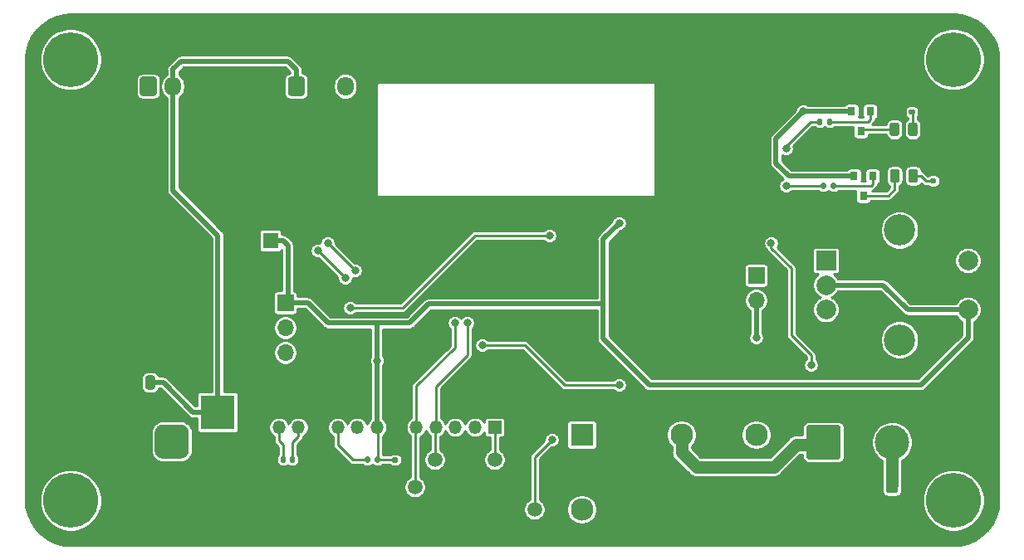
<source format=gbr>
%TF.GenerationSoftware,KiCad,Pcbnew,(5.1.10-1-10_14)*%
%TF.CreationDate,2022-07-31T12:18:55+02:00*%
%TF.ProjectId,RO Flow Counter,524f2046-6c6f-4772-9043-6f756e746572,rev?*%
%TF.SameCoordinates,Original*%
%TF.FileFunction,Copper,L1,Top*%
%TF.FilePolarity,Positive*%
%FSLAX46Y46*%
G04 Gerber Fmt 4.6, Leading zero omitted, Abs format (unit mm)*
G04 Created by KiCad (PCBNEW (5.1.10-1-10_14)) date 2022-07-31 12:18:55*
%MOMM*%
%LPD*%
G01*
G04 APERTURE LIST*
%TA.AperFunction,ComponentPad*%
%ADD10C,3.500000*%
%TD*%
%TA.AperFunction,ComponentPad*%
%ADD11O,1.700000X1.700000*%
%TD*%
%TA.AperFunction,ComponentPad*%
%ADD12R,1.700000X1.700000*%
%TD*%
%TA.AperFunction,ComponentPad*%
%ADD13O,1.700000X1.950000*%
%TD*%
%TA.AperFunction,SMDPad,CuDef*%
%ADD14C,1.500000*%
%TD*%
%TA.AperFunction,ComponentPad*%
%ADD15R,3.500000X3.500000*%
%TD*%
%TA.AperFunction,ComponentPad*%
%ADD16O,1.350000X1.350000*%
%TD*%
%TA.AperFunction,ComponentPad*%
%ADD17R,1.350000X1.350000*%
%TD*%
%TA.AperFunction,ComponentPad*%
%ADD18C,2.300000*%
%TD*%
%TA.AperFunction,ComponentPad*%
%ADD19R,2.300000X2.300000*%
%TD*%
%TA.AperFunction,ComponentPad*%
%ADD20R,2.000000X2.000000*%
%TD*%
%TA.AperFunction,ComponentPad*%
%ADD21C,2.000000*%
%TD*%
%TA.AperFunction,ComponentPad*%
%ADD22C,3.200000*%
%TD*%
%TA.AperFunction,SMDPad,CuDef*%
%ADD23R,0.800000X0.900000*%
%TD*%
%TA.AperFunction,ComponentPad*%
%ADD24C,5.600000*%
%TD*%
%TA.AperFunction,ComponentPad*%
%ADD25C,1.600000*%
%TD*%
%TA.AperFunction,ComponentPad*%
%ADD26R,1.600000X1.600000*%
%TD*%
%TA.AperFunction,ViaPad*%
%ADD27C,0.800000*%
%TD*%
%TA.AperFunction,Conductor*%
%ADD28C,0.508000*%
%TD*%
%TA.AperFunction,Conductor*%
%ADD29C,0.254000*%
%TD*%
%TA.AperFunction,Conductor*%
%ADD30C,1.270000*%
%TD*%
%TA.AperFunction,Conductor*%
%ADD31C,0.100000*%
%TD*%
G04 APERTURE END LIST*
D10*
%TO.P,J7,2*%
%TO.N,Net-(F1-Pad1)*%
X212740000Y-99060000D03*
%TO.P,J7,1*%
%TO.N,Net-(J7-Pad1)*%
%TA.AperFunction,ComponentPad*%
G36*
G01*
X203990000Y-100559999D02*
X203990000Y-97560001D01*
G75*
G02*
X204240001Y-97310000I250001J0D01*
G01*
X207239999Y-97310000D01*
G75*
G02*
X207490000Y-97560001I0J-250001D01*
G01*
X207490000Y-100559999D01*
G75*
G02*
X207239999Y-100810000I-250001J0D01*
G01*
X204240001Y-100810000D01*
G75*
G02*
X203990000Y-100559999I0J250001D01*
G01*
G37*
%TD.AperFunction*%
%TD*%
D11*
%TO.P,J1,2*%
%TO.N,Net-(J1-Pad2)*%
X198882000Y-84582000D03*
D12*
%TO.P,J1,1*%
%TO.N,Net-(J1-Pad1)*%
X198882000Y-82042000D03*
%TD*%
D13*
%TO.P,J6,4*%
%TO.N,GND*%
X144406000Y-62738000D03*
%TO.P,J6,3*%
X141906000Y-62738000D03*
%TO.P,J6,2*%
%TO.N,+24V*%
X139406000Y-62738000D03*
%TO.P,J6,1*%
%TO.N,Net-(J6-Pad1)*%
%TA.AperFunction,ComponentPad*%
G36*
G01*
X136056000Y-63463000D02*
X136056000Y-62013000D01*
G75*
G02*
X136306000Y-61763000I250000J0D01*
G01*
X137506000Y-61763000D01*
G75*
G02*
X137756000Y-62013000I0J-250000D01*
G01*
X137756000Y-63463000D01*
G75*
G02*
X137506000Y-63713000I-250000J0D01*
G01*
X136306000Y-63713000D01*
G75*
G02*
X136056000Y-63463000I0J250000D01*
G01*
G37*
%TD.AperFunction*%
%TD*%
%TO.P,J5,3*%
%TO.N,Net-(J5-Pad3)*%
X157000000Y-62738000D03*
%TO.P,J5,2*%
%TO.N,GND*%
X154500000Y-62738000D03*
%TO.P,J5,1*%
%TO.N,+24V*%
%TA.AperFunction,ComponentPad*%
G36*
G01*
X151150000Y-63463000D02*
X151150000Y-62013000D01*
G75*
G02*
X151400000Y-61763000I250000J0D01*
G01*
X152600000Y-61763000D01*
G75*
G02*
X152850000Y-62013000I0J-250000D01*
G01*
X152850000Y-63463000D01*
G75*
G02*
X152600000Y-63713000I-250000J0D01*
G01*
X151400000Y-63713000D01*
G75*
G02*
X151150000Y-63463000I0J250000D01*
G01*
G37*
%TD.AperFunction*%
%TD*%
D11*
%TO.P,J8,4*%
%TO.N,GND*%
X150876000Y-92456000D03*
%TO.P,J8,3*%
%TO.N,/mcu/RX*%
X150876000Y-89916000D03*
%TO.P,J8,2*%
%TO.N,/mcu/TX*%
X150876000Y-87376000D03*
D12*
%TO.P,J8,1*%
%TO.N,+3V3*%
X150876000Y-84836000D03*
%TD*%
%TO.P,F1,2*%
%TO.N,GND*%
%TA.AperFunction,SMDPad,CuDef*%
G36*
G01*
X210553000Y-102753000D02*
X210553000Y-104003000D01*
G75*
G02*
X210303000Y-104253000I-250000J0D01*
G01*
X209553000Y-104253000D01*
G75*
G02*
X209303000Y-104003000I0J250000D01*
G01*
X209303000Y-102753000D01*
G75*
G02*
X209553000Y-102503000I250000J0D01*
G01*
X210303000Y-102503000D01*
G75*
G02*
X210553000Y-102753000I0J-250000D01*
G01*
G37*
%TD.AperFunction*%
%TO.P,F1,1*%
%TO.N,Net-(F1-Pad1)*%
%TA.AperFunction,SMDPad,CuDef*%
G36*
G01*
X213353000Y-102753000D02*
X213353000Y-104003000D01*
G75*
G02*
X213103000Y-104253000I-250000J0D01*
G01*
X212353000Y-104253000D01*
G75*
G02*
X212103000Y-104003000I0J250000D01*
G01*
X212103000Y-102753000D01*
G75*
G02*
X212353000Y-102503000I250000J0D01*
G01*
X213103000Y-102503000D01*
G75*
G02*
X213353000Y-102753000I0J-250000D01*
G01*
G37*
%TD.AperFunction*%
%TD*%
D14*
%TO.P,TP8,1*%
%TO.N,/display/RESET_DISPLAY*%
X172212000Y-100838000D03*
%TD*%
%TO.P,TP6,1*%
%TO.N,/display/SDA*%
X164084000Y-103632000D03*
%TD*%
%TO.P,TP4,1*%
%TO.N,Net-(Q3-Pad1)*%
X176276000Y-105918000D03*
%TD*%
%TO.P,TP11,1*%
%TO.N,/display/SCL*%
X166116000Y-100838000D03*
%TD*%
%TO.P,J3,3*%
%TO.N,N/C*%
%TA.AperFunction,ComponentPad*%
G36*
G01*
X140175000Y-100750000D02*
X138425000Y-100750000D01*
G75*
G02*
X137550000Y-99875000I0J875000D01*
G01*
X137550000Y-98125000D01*
G75*
G02*
X138425000Y-97250000I875000J0D01*
G01*
X140175000Y-97250000D01*
G75*
G02*
X141050000Y-98125000I0J-875000D01*
G01*
X141050000Y-99875000D01*
G75*
G02*
X140175000Y-100750000I-875000J0D01*
G01*
G37*
%TD.AperFunction*%
%TO.P,J3,2*%
%TO.N,GND*%
%TA.AperFunction,ComponentPad*%
G36*
G01*
X145000000Y-103500000D02*
X143000000Y-103500000D01*
G75*
G02*
X142250000Y-102750000I0J750000D01*
G01*
X142250000Y-101250000D01*
G75*
G02*
X143000000Y-100500000I750000J0D01*
G01*
X145000000Y-100500000D01*
G75*
G02*
X145750000Y-101250000I0J-750000D01*
G01*
X145750000Y-102750000D01*
G75*
G02*
X145000000Y-103500000I-750000J0D01*
G01*
G37*
%TD.AperFunction*%
D15*
%TO.P,J3,1*%
%TO.N,+24V*%
X144000000Y-96000000D03*
%TD*%
D16*
%TO.P,J2,12*%
%TO.N,Net-(C3-Pad1)*%
X150212000Y-97536000D03*
%TO.P,J2,11*%
%TO.N,Net-(C3-Pad2)*%
X152212000Y-97536000D03*
%TO.P,J2,10*%
%TO.N,GND*%
X154212000Y-97536000D03*
%TO.P,J2,9*%
%TO.N,Net-(J2-Pad9)*%
X156212000Y-97536000D03*
%TO.P,J2,8*%
%TO.N,N/C*%
X158212000Y-97536000D03*
%TO.P,J2,7*%
%TO.N,+3V3*%
X160212000Y-97536000D03*
%TO.P,J2,6*%
%TO.N,GND*%
X162212000Y-97536000D03*
%TO.P,J2,5*%
%TO.N,/display/SDA*%
X164212000Y-97536000D03*
%TO.P,J2,4*%
%TO.N,/display/SCL*%
X166212000Y-97536000D03*
%TO.P,J2,3*%
%TO.N,N/C*%
X168212000Y-97536000D03*
%TO.P,J2,2*%
X170212000Y-97536000D03*
D17*
%TO.P,J2,1*%
%TO.N,/display/RESET_DISPLAY*%
X172212000Y-97536000D03*
%TD*%
D18*
%TO.P,K1,5*%
%TO.N,+24V*%
X181102000Y-105918000D03*
%TO.P,K1,3*%
X198882000Y-98298000D03*
%TO.P,K1,2*%
%TO.N,Net-(J7-Pad1)*%
X191262000Y-98298000D03*
D19*
%TO.P,K1,1*%
%TO.N,Net-(K1-Pad1)*%
X181102000Y-98298000D03*
%TD*%
D20*
%TO.P,SW2,A*%
%TO.N,Net-(R9-Pad1)*%
X205994000Y-80518000D03*
D21*
%TO.P,SW2,C*%
%TO.N,+3V3*%
X205994000Y-83018000D03*
%TO.P,SW2,B*%
%TO.N,Net-(R10-Pad1)*%
X205994000Y-85518000D03*
D22*
%TO.P,SW2,MP*%
%TO.N,N/C*%
X213494000Y-77418000D03*
X213494000Y-88618000D03*
D21*
%TO.P,SW2,S2*%
%TO.N,Net-(R11-Pad2)*%
X220494000Y-80518000D03*
%TO.P,SW2,S1*%
%TO.N,+3V3*%
X220494000Y-85518000D03*
%TD*%
%TO.P,R6,2*%
%TO.N,+3V3*%
%TA.AperFunction,SMDPad,CuDef*%
G36*
G01*
X160006000Y-101023000D02*
X160006000Y-100653000D01*
G75*
G02*
X160141000Y-100518000I135000J0D01*
G01*
X160411000Y-100518000D01*
G75*
G02*
X160546000Y-100653000I0J-135000D01*
G01*
X160546000Y-101023000D01*
G75*
G02*
X160411000Y-101158000I-135000J0D01*
G01*
X160141000Y-101158000D01*
G75*
G02*
X160006000Y-101023000I0J135000D01*
G01*
G37*
%TD.AperFunction*%
%TO.P,R6,1*%
%TO.N,Net-(J2-Pad9)*%
%TA.AperFunction,SMDPad,CuDef*%
G36*
G01*
X158986000Y-101023000D02*
X158986000Y-100653000D01*
G75*
G02*
X159121000Y-100518000I135000J0D01*
G01*
X159391000Y-100518000D01*
G75*
G02*
X159526000Y-100653000I0J-135000D01*
G01*
X159526000Y-101023000D01*
G75*
G02*
X159391000Y-101158000I-135000J0D01*
G01*
X159121000Y-101158000D01*
G75*
G02*
X158986000Y-101023000I0J135000D01*
G01*
G37*
%TD.AperFunction*%
%TD*%
%TO.P,R4,2*%
%TO.N,GND*%
%TA.AperFunction,SMDPad,CuDef*%
G36*
G01*
X217101000Y-71640000D02*
X216731000Y-71640000D01*
G75*
G02*
X216596000Y-71505000I0J135000D01*
G01*
X216596000Y-71235000D01*
G75*
G02*
X216731000Y-71100000I135000J0D01*
G01*
X217101000Y-71100000D01*
G75*
G02*
X217236000Y-71235000I0J-135000D01*
G01*
X217236000Y-71505000D01*
G75*
G02*
X217101000Y-71640000I-135000J0D01*
G01*
G37*
%TD.AperFunction*%
%TO.P,R4,1*%
%TO.N,Net-(D2-Pad1)*%
%TA.AperFunction,SMDPad,CuDef*%
G36*
G01*
X217101000Y-72660000D02*
X216731000Y-72660000D01*
G75*
G02*
X216596000Y-72525000I0J135000D01*
G01*
X216596000Y-72255000D01*
G75*
G02*
X216731000Y-72120000I135000J0D01*
G01*
X217101000Y-72120000D01*
G75*
G02*
X217236000Y-72255000I0J-135000D01*
G01*
X217236000Y-72525000D01*
G75*
G02*
X217101000Y-72660000I-135000J0D01*
G01*
G37*
%TD.AperFunction*%
%TD*%
%TO.P,R3,2*%
%TO.N,GND*%
%TA.AperFunction,SMDPad,CuDef*%
G36*
G01*
X214941000Y-64604000D02*
X214571000Y-64604000D01*
G75*
G02*
X214436000Y-64469000I0J135000D01*
G01*
X214436000Y-64199000D01*
G75*
G02*
X214571000Y-64064000I135000J0D01*
G01*
X214941000Y-64064000D01*
G75*
G02*
X215076000Y-64199000I0J-135000D01*
G01*
X215076000Y-64469000D01*
G75*
G02*
X214941000Y-64604000I-135000J0D01*
G01*
G37*
%TD.AperFunction*%
%TO.P,R3,1*%
%TO.N,Net-(D1-Pad1)*%
%TA.AperFunction,SMDPad,CuDef*%
G36*
G01*
X214941000Y-65624000D02*
X214571000Y-65624000D01*
G75*
G02*
X214436000Y-65489000I0J135000D01*
G01*
X214436000Y-65219000D01*
G75*
G02*
X214571000Y-65084000I135000J0D01*
G01*
X214941000Y-65084000D01*
G75*
G02*
X215076000Y-65219000I0J-135000D01*
G01*
X215076000Y-65489000D01*
G75*
G02*
X214941000Y-65624000I-135000J0D01*
G01*
G37*
%TD.AperFunction*%
%TD*%
%TO.P,R2,2*%
%TO.N,Net-(Q2-Pad1)*%
%TA.AperFunction,SMDPad,CuDef*%
G36*
G01*
X206106000Y-66553000D02*
X206106000Y-66183000D01*
G75*
G02*
X206241000Y-66048000I135000J0D01*
G01*
X206511000Y-66048000D01*
G75*
G02*
X206646000Y-66183000I0J-135000D01*
G01*
X206646000Y-66553000D01*
G75*
G02*
X206511000Y-66688000I-135000J0D01*
G01*
X206241000Y-66688000D01*
G75*
G02*
X206106000Y-66553000I0J135000D01*
G01*
G37*
%TD.AperFunction*%
%TO.P,R2,1*%
%TO.N,/mcu/ERROR_OUT*%
%TA.AperFunction,SMDPad,CuDef*%
G36*
G01*
X205086000Y-66553000D02*
X205086000Y-66183000D01*
G75*
G02*
X205221000Y-66048000I135000J0D01*
G01*
X205491000Y-66048000D01*
G75*
G02*
X205626000Y-66183000I0J-135000D01*
G01*
X205626000Y-66553000D01*
G75*
G02*
X205491000Y-66688000I-135000J0D01*
G01*
X205221000Y-66688000D01*
G75*
G02*
X205086000Y-66553000I0J135000D01*
G01*
G37*
%TD.AperFunction*%
%TD*%
%TO.P,R1,2*%
%TO.N,Net-(Q1-Pad1)*%
%TA.AperFunction,SMDPad,CuDef*%
G36*
G01*
X206486000Y-73083000D02*
X206486000Y-72713000D01*
G75*
G02*
X206621000Y-72578000I135000J0D01*
G01*
X206891000Y-72578000D01*
G75*
G02*
X207026000Y-72713000I0J-135000D01*
G01*
X207026000Y-73083000D01*
G75*
G02*
X206891000Y-73218000I-135000J0D01*
G01*
X206621000Y-73218000D01*
G75*
G02*
X206486000Y-73083000I0J135000D01*
G01*
G37*
%TD.AperFunction*%
%TO.P,R1,1*%
%TO.N,/mcu/NORMAL_OPERATION_OUT*%
%TA.AperFunction,SMDPad,CuDef*%
G36*
G01*
X205466000Y-73083000D02*
X205466000Y-72713000D01*
G75*
G02*
X205601000Y-72578000I135000J0D01*
G01*
X205871000Y-72578000D01*
G75*
G02*
X206006000Y-72713000I0J-135000D01*
G01*
X206006000Y-73083000D01*
G75*
G02*
X205871000Y-73218000I-135000J0D01*
G01*
X205601000Y-73218000D01*
G75*
G02*
X205466000Y-73083000I0J135000D01*
G01*
G37*
%TD.AperFunction*%
%TD*%
D23*
%TO.P,Q2,3*%
%TO.N,Net-(D1-Pad2)*%
X209550000Y-67294000D03*
%TO.P,Q2,2*%
%TO.N,+3V3*%
X208600000Y-65294000D03*
%TO.P,Q2,1*%
%TO.N,Net-(Q2-Pad1)*%
X210500000Y-65294000D03*
%TD*%
%TO.P,Q1,3*%
%TO.N,Net-(D2-Pad2)*%
X209804000Y-73898000D03*
%TO.P,Q1,2*%
%TO.N,+3V3*%
X208854000Y-71898000D03*
%TO.P,Q1,1*%
%TO.N,Net-(Q1-Pad1)*%
X210754000Y-71898000D03*
%TD*%
D24*
%TO.P,H4,1*%
%TO.N,N/C*%
X129000000Y-60000000D03*
%TD*%
%TO.P,H3,1*%
%TO.N,N/C*%
X129000000Y-105000000D03*
%TD*%
%TO.P,H2,1*%
%TO.N,N/C*%
X219000000Y-60000000D03*
%TD*%
%TO.P,H1,1*%
%TO.N,N/C*%
X219000000Y-105000000D03*
%TD*%
%TO.P,D2,2*%
%TO.N,Net-(D2-Pad2)*%
%TA.AperFunction,SMDPad,CuDef*%
G36*
G01*
X213496500Y-71425750D02*
X213496500Y-72338250D01*
G75*
G02*
X213252750Y-72582000I-243750J0D01*
G01*
X212765250Y-72582000D01*
G75*
G02*
X212521500Y-72338250I0J243750D01*
G01*
X212521500Y-71425750D01*
G75*
G02*
X212765250Y-71182000I243750J0D01*
G01*
X213252750Y-71182000D01*
G75*
G02*
X213496500Y-71425750I0J-243750D01*
G01*
G37*
%TD.AperFunction*%
%TO.P,D2,1*%
%TO.N,Net-(D2-Pad1)*%
%TA.AperFunction,SMDPad,CuDef*%
G36*
G01*
X215371500Y-71425750D02*
X215371500Y-72338250D01*
G75*
G02*
X215127750Y-72582000I-243750J0D01*
G01*
X214640250Y-72582000D01*
G75*
G02*
X214396500Y-72338250I0J243750D01*
G01*
X214396500Y-71425750D01*
G75*
G02*
X214640250Y-71182000I243750J0D01*
G01*
X215127750Y-71182000D01*
G75*
G02*
X215371500Y-71425750I0J-243750D01*
G01*
G37*
%TD.AperFunction*%
%TD*%
%TO.P,D1,2*%
%TO.N,Net-(D1-Pad2)*%
%TA.AperFunction,SMDPad,CuDef*%
G36*
G01*
X213465500Y-66673750D02*
X213465500Y-67586250D01*
G75*
G02*
X213221750Y-67830000I-243750J0D01*
G01*
X212734250Y-67830000D01*
G75*
G02*
X212490500Y-67586250I0J243750D01*
G01*
X212490500Y-66673750D01*
G75*
G02*
X212734250Y-66430000I243750J0D01*
G01*
X213221750Y-66430000D01*
G75*
G02*
X213465500Y-66673750I0J-243750D01*
G01*
G37*
%TD.AperFunction*%
%TO.P,D1,1*%
%TO.N,Net-(D1-Pad1)*%
%TA.AperFunction,SMDPad,CuDef*%
G36*
G01*
X215340500Y-66673750D02*
X215340500Y-67586250D01*
G75*
G02*
X215096750Y-67830000I-243750J0D01*
G01*
X214609250Y-67830000D01*
G75*
G02*
X214365500Y-67586250I0J243750D01*
G01*
X214365500Y-66673750D01*
G75*
G02*
X214609250Y-66430000I243750J0D01*
G01*
X215096750Y-66430000D01*
G75*
G02*
X215340500Y-66673750I0J-243750D01*
G01*
G37*
%TD.AperFunction*%
%TD*%
D25*
%TO.P,C6,2*%
%TO.N,GND*%
X149352000Y-80986000D03*
D26*
%TO.P,C6,1*%
%TO.N,+3V3*%
X149352000Y-78486000D03*
%TD*%
%TO.P,C4,2*%
%TO.N,GND*%
%TA.AperFunction,SMDPad,CuDef*%
G36*
G01*
X135694000Y-92489000D02*
X135694000Y-93439000D01*
G75*
G02*
X135444000Y-93689000I-250000J0D01*
G01*
X134944000Y-93689000D01*
G75*
G02*
X134694000Y-93439000I0J250000D01*
G01*
X134694000Y-92489000D01*
G75*
G02*
X134944000Y-92239000I250000J0D01*
G01*
X135444000Y-92239000D01*
G75*
G02*
X135694000Y-92489000I0J-250000D01*
G01*
G37*
%TD.AperFunction*%
%TO.P,C4,1*%
%TO.N,+24V*%
%TA.AperFunction,SMDPad,CuDef*%
G36*
G01*
X137594000Y-92489000D02*
X137594000Y-93439000D01*
G75*
G02*
X137344000Y-93689000I-250000J0D01*
G01*
X136844000Y-93689000D01*
G75*
G02*
X136594000Y-93439000I0J250000D01*
G01*
X136594000Y-92489000D01*
G75*
G02*
X136844000Y-92239000I250000J0D01*
G01*
X137344000Y-92239000D01*
G75*
G02*
X137594000Y-92489000I0J-250000D01*
G01*
G37*
%TD.AperFunction*%
%TD*%
%TO.P,C3,2*%
%TO.N,Net-(C3-Pad2)*%
%TA.AperFunction,SMDPad,CuDef*%
G36*
G01*
X151330000Y-101008000D02*
X151330000Y-100668000D01*
G75*
G02*
X151470000Y-100528000I140000J0D01*
G01*
X151750000Y-100528000D01*
G75*
G02*
X151890000Y-100668000I0J-140000D01*
G01*
X151890000Y-101008000D01*
G75*
G02*
X151750000Y-101148000I-140000J0D01*
G01*
X151470000Y-101148000D01*
G75*
G02*
X151330000Y-101008000I0J140000D01*
G01*
G37*
%TD.AperFunction*%
%TO.P,C3,1*%
%TO.N,Net-(C3-Pad1)*%
%TA.AperFunction,SMDPad,CuDef*%
G36*
G01*
X150370000Y-101008000D02*
X150370000Y-100668000D01*
G75*
G02*
X150510000Y-100528000I140000J0D01*
G01*
X150790000Y-100528000D01*
G75*
G02*
X150930000Y-100668000I0J-140000D01*
G01*
X150930000Y-101008000D01*
G75*
G02*
X150790000Y-101148000I-140000J0D01*
G01*
X150510000Y-101148000D01*
G75*
G02*
X150370000Y-101008000I0J140000D01*
G01*
G37*
%TD.AperFunction*%
%TD*%
%TO.P,C2,1*%
%TO.N,+3V3*%
%TA.AperFunction,SMDPad,CuDef*%
G36*
G01*
X161882000Y-100586000D02*
X162222000Y-100586000D01*
G75*
G02*
X162362000Y-100726000I0J-140000D01*
G01*
X162362000Y-101006000D01*
G75*
G02*
X162222000Y-101146000I-140000J0D01*
G01*
X161882000Y-101146000D01*
G75*
G02*
X161742000Y-101006000I0J140000D01*
G01*
X161742000Y-100726000D01*
G75*
G02*
X161882000Y-100586000I140000J0D01*
G01*
G37*
%TD.AperFunction*%
%TO.P,C2,2*%
%TO.N,GND*%
%TA.AperFunction,SMDPad,CuDef*%
G36*
G01*
X161882000Y-101546000D02*
X162222000Y-101546000D01*
G75*
G02*
X162362000Y-101686000I0J-140000D01*
G01*
X162362000Y-101966000D01*
G75*
G02*
X162222000Y-102106000I-140000J0D01*
G01*
X161882000Y-102106000D01*
G75*
G02*
X161742000Y-101966000I0J140000D01*
G01*
X161742000Y-101686000D01*
G75*
G02*
X161882000Y-101546000I140000J0D01*
G01*
G37*
%TD.AperFunction*%
%TD*%
D27*
%TO.N,+24V*%
X200403999Y-78737999D03*
X204470000Y-91186000D03*
%TO.N,GND*%
X158750000Y-89154000D03*
X158750000Y-93472000D03*
X196088000Y-81026000D03*
X200406000Y-86360000D03*
%TO.N,/display/SCL*%
X169418000Y-86868000D03*
%TO.N,/mcu/NORMAL_OPERATION_OUT*%
X201929994Y-72898000D03*
%TO.N,/mcu/ERROR_OUT*%
X201929992Y-69088000D03*
%TO.N,+3V3*%
X184912000Y-76708000D03*
X203691986Y-65294000D03*
X160212000Y-90740000D03*
%TO.N,Net-(Q3-Pad1)*%
X178054000Y-98806000D03*
%TO.N,Net-(J1-Pad2)*%
X198882000Y-88392000D03*
%TO.N,/display/BACKLIGHT_LCD*%
X184912000Y-93218000D03*
X170942000Y-89154000D03*
%TO.N,/display/SDA*%
X168148000Y-86868000D03*
%TO.N,Net-(R13-Pad2)*%
X177800000Y-77978000D03*
X157480000Y-85344000D03*
%TO.N,Net-(D4-Pad1)*%
X155194000Y-78740000D03*
X157988000Y-81534000D03*
%TO.N,Net-(D5-Pad1)*%
X156972000Y-82296000D03*
X156972000Y-82296000D03*
X154178000Y-79502000D03*
%TD*%
D28*
%TO.N,+24V*%
X137094000Y-92964000D02*
X138430000Y-92964000D01*
X141466000Y-96000000D02*
X144000000Y-96000000D01*
X138430000Y-92964000D02*
X141466000Y-96000000D01*
X139406000Y-64746000D02*
X139406000Y-62738000D01*
X139406000Y-73366000D02*
X139406000Y-64746000D01*
X144000000Y-77960000D02*
X139406000Y-73366000D01*
X144000000Y-96000000D02*
X144000000Y-77960000D01*
X139406000Y-61000000D02*
X140208000Y-60198000D01*
X140208000Y-60198000D02*
X151130000Y-60198000D01*
X151130000Y-60198000D02*
X152000000Y-61068000D01*
X139406000Y-62738000D02*
X139406000Y-61000000D01*
D29*
X204470000Y-91186000D02*
X204470000Y-91186000D01*
D28*
X152000000Y-61068000D02*
X152000000Y-62738000D01*
D29*
X204470000Y-90170000D02*
X204470000Y-91186000D01*
X202438000Y-88138000D02*
X204470000Y-90170000D01*
X202438000Y-81280000D02*
X202438000Y-88138000D01*
X200403999Y-79245999D02*
X202438000Y-81280000D01*
X200403999Y-78737999D02*
X200403999Y-79245999D01*
%TO.N,Net-(C3-Pad2)*%
X152212000Y-97536000D02*
X152212000Y-98486000D01*
X151610000Y-99088000D02*
X151610000Y-100076000D01*
X152212000Y-98486000D02*
X151610000Y-99088000D01*
X151610000Y-100076000D02*
X151610000Y-100838000D01*
%TO.N,Net-(C3-Pad1)*%
X150212000Y-98904000D02*
X150212000Y-97536000D01*
X150650000Y-99342000D02*
X150212000Y-98904000D01*
X150650000Y-99794000D02*
X150650000Y-100838000D01*
X150650000Y-100076000D02*
X150650000Y-99794000D01*
X150650000Y-99794000D02*
X150650000Y-99342000D01*
%TO.N,Net-(D1-Pad2)*%
X209640000Y-67384000D02*
X209550000Y-67294000D01*
X212978000Y-67130000D02*
X209640000Y-67130000D01*
%TO.N,Net-(D1-Pad1)*%
X214853000Y-65451000D02*
X214756000Y-65354000D01*
X214853000Y-67130000D02*
X214853000Y-65451000D01*
%TO.N,Net-(D2-Pad2)*%
X209804000Y-73898000D02*
X212360000Y-73898000D01*
X213009000Y-73249000D02*
X213009000Y-71882000D01*
X212360000Y-73898000D02*
X213009000Y-73249000D01*
%TO.N,Net-(D2-Pad1)*%
X214884000Y-71882000D02*
X215646000Y-71882000D01*
X216154000Y-72390000D02*
X216916000Y-72390000D01*
X215646000Y-71882000D02*
X216154000Y-72390000D01*
%TO.N,/display/SCL*%
X166116000Y-97632000D02*
X166212000Y-97536000D01*
X166116000Y-100838000D02*
X166116000Y-97632000D01*
X169418000Y-90170000D02*
X169418000Y-86868000D01*
X166212000Y-93376000D02*
X169418000Y-90170000D01*
X166212000Y-97536000D02*
X166212000Y-93376000D01*
%TO.N,Net-(Q1-Pad1)*%
X206756000Y-72898000D02*
X210566000Y-72898000D01*
X210754000Y-72710000D02*
X210754000Y-71898000D01*
X210566000Y-72898000D02*
X210754000Y-72710000D01*
%TO.N,Net-(Q2-Pad1)*%
X206376000Y-66368000D02*
X210238000Y-66368000D01*
X210500000Y-66106000D02*
X210500000Y-65294000D01*
X210238000Y-66368000D02*
X210500000Y-66106000D01*
%TO.N,/mcu/NORMAL_OPERATION_OUT*%
X205736000Y-72898000D02*
X201929994Y-72898000D01*
%TO.N,/mcu/ERROR_OUT*%
X201929992Y-68834008D02*
X201929992Y-69088000D01*
X204396000Y-66368000D02*
X201929992Y-68834008D01*
X205356000Y-66368000D02*
X204396000Y-66368000D01*
D28*
%TO.N,+3V3*%
X183261000Y-78359000D02*
X184912000Y-76708000D01*
X183261000Y-84963000D02*
X183261000Y-78359000D01*
X208854000Y-71898000D02*
X202200000Y-71898000D01*
X202200000Y-71898000D02*
X200894998Y-70592998D01*
X200894998Y-70592998D02*
X200894998Y-68090988D01*
X200894998Y-68090988D02*
X203691986Y-65294000D01*
X208600000Y-65294000D02*
X203691986Y-65294000D01*
X160212000Y-97536000D02*
X160212000Y-90740000D01*
D29*
X160306000Y-100866000D02*
X160274000Y-100834000D01*
X162052000Y-100866000D02*
X160306000Y-100866000D01*
D28*
X203692000Y-65294000D02*
X203692000Y-65294000D01*
D29*
X160274000Y-100834000D02*
X160274000Y-97598000D01*
X160274000Y-97598000D02*
X160212000Y-97536000D01*
D28*
X180975000Y-84963000D02*
X183261000Y-84963000D01*
X160039002Y-86887002D02*
X163556998Y-86887002D01*
X165481000Y-84963000D02*
X180975000Y-84963000D01*
X163556998Y-86887002D02*
X165481000Y-84963000D01*
X149352000Y-78486000D02*
X150622000Y-78486000D01*
X151130000Y-84582000D02*
X150876000Y-84836000D01*
X151130000Y-78994000D02*
X151130000Y-84582000D01*
X150622000Y-78486000D02*
X151130000Y-78994000D01*
X155213002Y-86887002D02*
X160000998Y-86887002D01*
X153162000Y-84836000D02*
X155213002Y-86887002D01*
X150876000Y-84836000D02*
X153162000Y-84836000D01*
X160212000Y-87060000D02*
X160039002Y-86887002D01*
X160212000Y-90740000D02*
X160212000Y-87060000D01*
X211796000Y-83018000D02*
X205994000Y-83018000D01*
X214296000Y-85518000D02*
X211796000Y-83018000D01*
X220494000Y-85518000D02*
X214296000Y-85518000D01*
X215646000Y-93218000D02*
X220494000Y-88370000D01*
X187960000Y-93218000D02*
X215646000Y-93218000D01*
X220494000Y-88370000D02*
X220494000Y-85518000D01*
X183261000Y-88519000D02*
X187960000Y-93218000D01*
X183261000Y-84963000D02*
X183261000Y-88519000D01*
D30*
%TO.N,Net-(J7-Pad1)*%
X191262000Y-98298000D02*
X191262000Y-100076000D01*
X191262000Y-100076000D02*
X192786000Y-101600000D01*
X192786000Y-101600000D02*
X200660000Y-101600000D01*
X202946000Y-99314000D02*
X205994000Y-99314000D01*
X200660000Y-101600000D02*
X202946000Y-99314000D01*
D29*
%TO.N,Net-(Q3-Pad1)*%
X176276000Y-105918000D02*
X176276000Y-100584000D01*
X176276000Y-100584000D02*
X178054000Y-98806000D01*
X178054000Y-98806000D02*
X178054000Y-98806000D01*
D28*
%TO.N,Net-(R10-Pad1)*%
X205994000Y-85050000D02*
X205907000Y-84963000D01*
D30*
%TO.N,Net-(F1-Pad1)*%
X212740000Y-103366000D02*
X212728000Y-103378000D01*
X212740000Y-99060000D02*
X212740000Y-103366000D01*
D28*
%TO.N,Net-(J1-Pad2)*%
X198882000Y-84582000D02*
X198882000Y-88392000D01*
D29*
%TO.N,/display/BACKLIGHT_LCD*%
X170942000Y-89154000D02*
X170942000Y-89154000D01*
X175260000Y-89154000D02*
X170942000Y-89154000D01*
X179324000Y-93218000D02*
X175260000Y-89154000D01*
X184912000Y-93218000D02*
X179324000Y-93218000D01*
%TO.N,Net-(J2-Pad9)*%
X156210000Y-97538000D02*
X156212000Y-97536000D01*
X156210000Y-99314000D02*
X156210000Y-97538000D01*
X157734000Y-100838000D02*
X156210000Y-99314000D01*
X159256000Y-100838000D02*
X157734000Y-100838000D01*
%TO.N,/display/SDA*%
X164084000Y-97664000D02*
X164212000Y-97536000D01*
X164084000Y-103632000D02*
X164084000Y-97664000D01*
X168148000Y-89408000D02*
X168148000Y-86868000D01*
X164212000Y-93344000D02*
X168148000Y-89408000D01*
X164212000Y-97536000D02*
X164212000Y-93344000D01*
%TO.N,/display/RESET_DISPLAY*%
X172212000Y-97536000D02*
X172212000Y-100838000D01*
%TO.N,Net-(R13-Pad2)*%
X162814000Y-85344000D02*
X157480000Y-85344000D01*
X170180000Y-77978000D02*
X162814000Y-85344000D01*
X177800000Y-77978000D02*
X170180000Y-77978000D01*
%TO.N,Net-(D4-Pad1)*%
X155194000Y-78740000D02*
X157988000Y-81534000D01*
X157988000Y-81534000D02*
X157988000Y-81534000D01*
%TO.N,Net-(D5-Pad1)*%
X156972000Y-82296000D02*
X154178000Y-79502000D01*
X154178000Y-79502000D02*
X154178000Y-79502000D01*
%TD*%
%TO.N,GND*%
X219813246Y-55480194D02*
X220600773Y-55695638D01*
X221337716Y-56047141D01*
X222000760Y-56523587D01*
X222568956Y-57109919D01*
X223024338Y-57787600D01*
X223352519Y-58535216D01*
X223543870Y-59332251D01*
X223594000Y-60014892D01*
X223594001Y-104981904D01*
X223519806Y-105813246D01*
X223304362Y-106600774D01*
X222952859Y-107337716D01*
X222476413Y-108000760D01*
X221890081Y-108568956D01*
X221212400Y-109024338D01*
X220464784Y-109352519D01*
X219667749Y-109543870D01*
X218985108Y-109594000D01*
X129018085Y-109594000D01*
X128186754Y-109519806D01*
X127399226Y-109304362D01*
X126662284Y-108952859D01*
X125999240Y-108476413D01*
X125431044Y-107890081D01*
X124975662Y-107212400D01*
X124647481Y-106464784D01*
X124456130Y-105667749D01*
X124406000Y-104985108D01*
X124406000Y-104686699D01*
X125819000Y-104686699D01*
X125819000Y-105313301D01*
X125941245Y-105927863D01*
X126181035Y-106506768D01*
X126529156Y-107027769D01*
X126972231Y-107470844D01*
X127493232Y-107818965D01*
X128072137Y-108058755D01*
X128686699Y-108181000D01*
X129313301Y-108181000D01*
X129927863Y-108058755D01*
X130506768Y-107818965D01*
X131027769Y-107470844D01*
X131470844Y-107027769D01*
X131818965Y-106506768D01*
X132058755Y-105927863D01*
X132082874Y-105806606D01*
X175145000Y-105806606D01*
X175145000Y-106029394D01*
X175188464Y-106247900D01*
X175273721Y-106453729D01*
X175397495Y-106638970D01*
X175555030Y-106796505D01*
X175740271Y-106920279D01*
X175946100Y-107005536D01*
X176164606Y-107049000D01*
X176387394Y-107049000D01*
X176605900Y-107005536D01*
X176811729Y-106920279D01*
X176996970Y-106796505D01*
X177154505Y-106638970D01*
X177278279Y-106453729D01*
X177363536Y-106247900D01*
X177407000Y-106029394D01*
X177407000Y-105806606D01*
X177399164Y-105767210D01*
X179571000Y-105767210D01*
X179571000Y-106068790D01*
X179629835Y-106364576D01*
X179745245Y-106643201D01*
X179912795Y-106893956D01*
X180126044Y-107107205D01*
X180376799Y-107274755D01*
X180655424Y-107390165D01*
X180951210Y-107449000D01*
X181252790Y-107449000D01*
X181548576Y-107390165D01*
X181827201Y-107274755D01*
X182077956Y-107107205D01*
X182291205Y-106893956D01*
X182458755Y-106643201D01*
X182574165Y-106364576D01*
X182633000Y-106068790D01*
X182633000Y-105767210D01*
X182574165Y-105471424D01*
X182458755Y-105192799D01*
X182291205Y-104942044D01*
X182077956Y-104728795D01*
X182014956Y-104686699D01*
X215819000Y-104686699D01*
X215819000Y-105313301D01*
X215941245Y-105927863D01*
X216181035Y-106506768D01*
X216529156Y-107027769D01*
X216972231Y-107470844D01*
X217493232Y-107818965D01*
X218072137Y-108058755D01*
X218686699Y-108181000D01*
X219313301Y-108181000D01*
X219927863Y-108058755D01*
X220506768Y-107818965D01*
X221027769Y-107470844D01*
X221470844Y-107027769D01*
X221818965Y-106506768D01*
X222058755Y-105927863D01*
X222181000Y-105313301D01*
X222181000Y-104686699D01*
X222058755Y-104072137D01*
X221818965Y-103493232D01*
X221470844Y-102972231D01*
X221027769Y-102529156D01*
X220506768Y-102181035D01*
X219927863Y-101941245D01*
X219313301Y-101819000D01*
X218686699Y-101819000D01*
X218072137Y-101941245D01*
X217493232Y-102181035D01*
X216972231Y-102529156D01*
X216529156Y-102972231D01*
X216181035Y-103493232D01*
X215941245Y-104072137D01*
X215819000Y-104686699D01*
X182014956Y-104686699D01*
X181827201Y-104561245D01*
X181548576Y-104445835D01*
X181252790Y-104387000D01*
X180951210Y-104387000D01*
X180655424Y-104445835D01*
X180376799Y-104561245D01*
X180126044Y-104728795D01*
X179912795Y-104942044D01*
X179745245Y-105192799D01*
X179629835Y-105471424D01*
X179571000Y-105767210D01*
X177399164Y-105767210D01*
X177363536Y-105588100D01*
X177278279Y-105382271D01*
X177154505Y-105197030D01*
X176996970Y-105039495D01*
X176811729Y-104915721D01*
X176784000Y-104904235D01*
X176784000Y-100794420D01*
X177991420Y-99587000D01*
X178130922Y-99587000D01*
X178281809Y-99556987D01*
X178423942Y-99498113D01*
X178551859Y-99412642D01*
X178660642Y-99303859D01*
X178746113Y-99175942D01*
X178804987Y-99033809D01*
X178835000Y-98882922D01*
X178835000Y-98729078D01*
X178804987Y-98578191D01*
X178746113Y-98436058D01*
X178660642Y-98308141D01*
X178551859Y-98199358D01*
X178423942Y-98113887D01*
X178281809Y-98055013D01*
X178130922Y-98025000D01*
X177977078Y-98025000D01*
X177826191Y-98055013D01*
X177684058Y-98113887D01*
X177556141Y-98199358D01*
X177447358Y-98308141D01*
X177361887Y-98436058D01*
X177303013Y-98578191D01*
X177273000Y-98729078D01*
X177273000Y-98868580D01*
X175934430Y-100207150D01*
X175915053Y-100223052D01*
X175899151Y-100242429D01*
X175899150Y-100242430D01*
X175851571Y-100300405D01*
X175804400Y-100388657D01*
X175775352Y-100484416D01*
X175765543Y-100584000D01*
X175768001Y-100608954D01*
X175768000Y-104904235D01*
X175740271Y-104915721D01*
X175555030Y-105039495D01*
X175397495Y-105197030D01*
X175273721Y-105382271D01*
X175188464Y-105588100D01*
X175145000Y-105806606D01*
X132082874Y-105806606D01*
X132181000Y-105313301D01*
X132181000Y-104686699D01*
X132058755Y-104072137D01*
X131830304Y-103520606D01*
X162953000Y-103520606D01*
X162953000Y-103743394D01*
X162996464Y-103961900D01*
X163081721Y-104167729D01*
X163205495Y-104352970D01*
X163363030Y-104510505D01*
X163548271Y-104634279D01*
X163754100Y-104719536D01*
X163972606Y-104763000D01*
X164195394Y-104763000D01*
X164413900Y-104719536D01*
X164619729Y-104634279D01*
X164804970Y-104510505D01*
X164962505Y-104352970D01*
X165086279Y-104167729D01*
X165171536Y-103961900D01*
X165215000Y-103743394D01*
X165215000Y-103520606D01*
X165171536Y-103302100D01*
X165086279Y-103096271D01*
X164962505Y-102911030D01*
X164804970Y-102753495D01*
X164619729Y-102629721D01*
X164592000Y-102618235D01*
X164592000Y-98521605D01*
X164712204Y-98471815D01*
X164885161Y-98356249D01*
X165032249Y-98209161D01*
X165147815Y-98036204D01*
X165212000Y-97881249D01*
X165276185Y-98036204D01*
X165391751Y-98209161D01*
X165538839Y-98356249D01*
X165608001Y-98402461D01*
X165608000Y-99824235D01*
X165580271Y-99835721D01*
X165395030Y-99959495D01*
X165237495Y-100117030D01*
X165113721Y-100302271D01*
X165028464Y-100508100D01*
X164985000Y-100726606D01*
X164985000Y-100949394D01*
X165028464Y-101167900D01*
X165113721Y-101373729D01*
X165237495Y-101558970D01*
X165395030Y-101716505D01*
X165580271Y-101840279D01*
X165786100Y-101925536D01*
X166004606Y-101969000D01*
X166227394Y-101969000D01*
X166445900Y-101925536D01*
X166651729Y-101840279D01*
X166836970Y-101716505D01*
X166994505Y-101558970D01*
X167118279Y-101373729D01*
X167203536Y-101167900D01*
X167247000Y-100949394D01*
X167247000Y-100726606D01*
X167203536Y-100508100D01*
X167118279Y-100302271D01*
X166994505Y-100117030D01*
X166836970Y-99959495D01*
X166651729Y-99835721D01*
X166624000Y-99824235D01*
X166624000Y-98508350D01*
X166712204Y-98471815D01*
X166885161Y-98356249D01*
X167032249Y-98209161D01*
X167147815Y-98036204D01*
X167212000Y-97881249D01*
X167276185Y-98036204D01*
X167391751Y-98209161D01*
X167538839Y-98356249D01*
X167711796Y-98471815D01*
X167903976Y-98551419D01*
X168107993Y-98592000D01*
X168316007Y-98592000D01*
X168520024Y-98551419D01*
X168712204Y-98471815D01*
X168885161Y-98356249D01*
X169032249Y-98209161D01*
X169147815Y-98036204D01*
X169212000Y-97881249D01*
X169276185Y-98036204D01*
X169391751Y-98209161D01*
X169538839Y-98356249D01*
X169711796Y-98471815D01*
X169903976Y-98551419D01*
X170107993Y-98592000D01*
X170316007Y-98592000D01*
X170520024Y-98551419D01*
X170712204Y-98471815D01*
X170885161Y-98356249D01*
X171032249Y-98209161D01*
X171147815Y-98036204D01*
X171154157Y-98020893D01*
X171154157Y-98211000D01*
X171161513Y-98285689D01*
X171183299Y-98357508D01*
X171218678Y-98423696D01*
X171266289Y-98481711D01*
X171324304Y-98529322D01*
X171390492Y-98564701D01*
X171462311Y-98586487D01*
X171537000Y-98593843D01*
X171704000Y-98593843D01*
X171704001Y-99824235D01*
X171676271Y-99835721D01*
X171491030Y-99959495D01*
X171333495Y-100117030D01*
X171209721Y-100302271D01*
X171124464Y-100508100D01*
X171081000Y-100726606D01*
X171081000Y-100949394D01*
X171124464Y-101167900D01*
X171209721Y-101373729D01*
X171333495Y-101558970D01*
X171491030Y-101716505D01*
X171676271Y-101840279D01*
X171882100Y-101925536D01*
X172100606Y-101969000D01*
X172323394Y-101969000D01*
X172541900Y-101925536D01*
X172747729Y-101840279D01*
X172932970Y-101716505D01*
X173090505Y-101558970D01*
X173214279Y-101373729D01*
X173299536Y-101167900D01*
X173343000Y-100949394D01*
X173343000Y-100726606D01*
X173299536Y-100508100D01*
X173214279Y-100302271D01*
X173090505Y-100117030D01*
X172932970Y-99959495D01*
X172747729Y-99835721D01*
X172720000Y-99824235D01*
X172720000Y-98593843D01*
X172887000Y-98593843D01*
X172961689Y-98586487D01*
X173033508Y-98564701D01*
X173099696Y-98529322D01*
X173157711Y-98481711D01*
X173205322Y-98423696D01*
X173240701Y-98357508D01*
X173262487Y-98285689D01*
X173269843Y-98211000D01*
X173269843Y-97148000D01*
X179569157Y-97148000D01*
X179569157Y-99448000D01*
X179576513Y-99522689D01*
X179598299Y-99594508D01*
X179633678Y-99660696D01*
X179681289Y-99718711D01*
X179739304Y-99766322D01*
X179805492Y-99801701D01*
X179877311Y-99823487D01*
X179952000Y-99830843D01*
X182252000Y-99830843D01*
X182326689Y-99823487D01*
X182398508Y-99801701D01*
X182464696Y-99766322D01*
X182522711Y-99718711D01*
X182570322Y-99660696D01*
X182605701Y-99594508D01*
X182627487Y-99522689D01*
X182634843Y-99448000D01*
X182634843Y-98147210D01*
X189731000Y-98147210D01*
X189731000Y-98448790D01*
X189789835Y-98744576D01*
X189905245Y-99023201D01*
X190072795Y-99273956D01*
X190246001Y-99447162D01*
X190246001Y-100026089D01*
X190241085Y-100076000D01*
X190260702Y-100275170D01*
X190301473Y-100409571D01*
X190318799Y-100466687D01*
X190413141Y-100643190D01*
X190540105Y-100797896D01*
X190578868Y-100829708D01*
X192032292Y-102283133D01*
X192064104Y-102321896D01*
X192218810Y-102448860D01*
X192395313Y-102543202D01*
X192528732Y-102583674D01*
X192586828Y-102601298D01*
X192606177Y-102603204D01*
X192736098Y-102616000D01*
X192736105Y-102616000D01*
X192785999Y-102620914D01*
X192835893Y-102616000D01*
X200610098Y-102616000D01*
X200660000Y-102620915D01*
X200709902Y-102616000D01*
X200859171Y-102601298D01*
X201050687Y-102543202D01*
X201227190Y-102448860D01*
X201381896Y-102321896D01*
X201413712Y-102283128D01*
X203366841Y-100330000D01*
X203607157Y-100330000D01*
X203607157Y-100559999D01*
X203619317Y-100683461D01*
X203655329Y-100802178D01*
X203713810Y-100911588D01*
X203792513Y-101007487D01*
X203888412Y-101086190D01*
X203997822Y-101144671D01*
X204116539Y-101180683D01*
X204240001Y-101192843D01*
X207239999Y-101192843D01*
X207363461Y-101180683D01*
X207482178Y-101144671D01*
X207591588Y-101086190D01*
X207687487Y-101007487D01*
X207766190Y-100911588D01*
X207824671Y-100802178D01*
X207860683Y-100683461D01*
X207872843Y-100559999D01*
X207872843Y-98850115D01*
X210609000Y-98850115D01*
X210609000Y-99269885D01*
X210690893Y-99681590D01*
X210851532Y-100069407D01*
X211084744Y-100418433D01*
X211381567Y-100715256D01*
X211724000Y-100944063D01*
X211724001Y-102713973D01*
X211720157Y-102753000D01*
X211720157Y-103245281D01*
X211707085Y-103378000D01*
X211720157Y-103510719D01*
X211720157Y-104003000D01*
X211732317Y-104126462D01*
X211768329Y-104245179D01*
X211826810Y-104354589D01*
X211905512Y-104450488D01*
X212001411Y-104529190D01*
X212110821Y-104587671D01*
X212229538Y-104623683D01*
X212353000Y-104635843D01*
X213103000Y-104635843D01*
X213226462Y-104623683D01*
X213345179Y-104587671D01*
X213454589Y-104529190D01*
X213550488Y-104450488D01*
X213629190Y-104354589D01*
X213687671Y-104245179D01*
X213723683Y-104126462D01*
X213735843Y-104003000D01*
X213735843Y-103583154D01*
X213741298Y-103565171D01*
X213756000Y-103415902D01*
X213760915Y-103366000D01*
X213756000Y-103316098D01*
X213756000Y-100944063D01*
X214098433Y-100715256D01*
X214395256Y-100418433D01*
X214628468Y-100069407D01*
X214789107Y-99681590D01*
X214871000Y-99269885D01*
X214871000Y-98850115D01*
X214789107Y-98438410D01*
X214628468Y-98050593D01*
X214395256Y-97701567D01*
X214098433Y-97404744D01*
X213749407Y-97171532D01*
X213361590Y-97010893D01*
X212949885Y-96929000D01*
X212530115Y-96929000D01*
X212118410Y-97010893D01*
X211730593Y-97171532D01*
X211381567Y-97404744D01*
X211084744Y-97701567D01*
X210851532Y-98050593D01*
X210690893Y-98438410D01*
X210609000Y-98850115D01*
X207872843Y-98850115D01*
X207872843Y-97560001D01*
X207860683Y-97436539D01*
X207824671Y-97317822D01*
X207766190Y-97208412D01*
X207687487Y-97112513D01*
X207591588Y-97033810D01*
X207482178Y-96975329D01*
X207363461Y-96939317D01*
X207239999Y-96927157D01*
X204240001Y-96927157D01*
X204116539Y-96939317D01*
X203997822Y-96975329D01*
X203888412Y-97033810D01*
X203792513Y-97112513D01*
X203713810Y-97208412D01*
X203655329Y-97317822D01*
X203619317Y-97436539D01*
X203607157Y-97560001D01*
X203607157Y-98298000D01*
X202995893Y-98298000D01*
X202945999Y-98293086D01*
X202896105Y-98298000D01*
X202896098Y-98298000D01*
X202746829Y-98312702D01*
X202555313Y-98370798D01*
X202378810Y-98465140D01*
X202224104Y-98592104D01*
X202192292Y-98630867D01*
X200239160Y-100584000D01*
X193206841Y-100584000D01*
X192278000Y-99655160D01*
X192278000Y-99447161D01*
X192451205Y-99273956D01*
X192618755Y-99023201D01*
X192734165Y-98744576D01*
X192793000Y-98448790D01*
X192793000Y-98147210D01*
X197351000Y-98147210D01*
X197351000Y-98448790D01*
X197409835Y-98744576D01*
X197525245Y-99023201D01*
X197692795Y-99273956D01*
X197906044Y-99487205D01*
X198156799Y-99654755D01*
X198435424Y-99770165D01*
X198731210Y-99829000D01*
X199032790Y-99829000D01*
X199328576Y-99770165D01*
X199607201Y-99654755D01*
X199857956Y-99487205D01*
X200071205Y-99273956D01*
X200238755Y-99023201D01*
X200354165Y-98744576D01*
X200413000Y-98448790D01*
X200413000Y-98147210D01*
X200354165Y-97851424D01*
X200238755Y-97572799D01*
X200071205Y-97322044D01*
X199857956Y-97108795D01*
X199607201Y-96941245D01*
X199328576Y-96825835D01*
X199032790Y-96767000D01*
X198731210Y-96767000D01*
X198435424Y-96825835D01*
X198156799Y-96941245D01*
X197906044Y-97108795D01*
X197692795Y-97322044D01*
X197525245Y-97572799D01*
X197409835Y-97851424D01*
X197351000Y-98147210D01*
X192793000Y-98147210D01*
X192734165Y-97851424D01*
X192618755Y-97572799D01*
X192451205Y-97322044D01*
X192237956Y-97108795D01*
X191987201Y-96941245D01*
X191708576Y-96825835D01*
X191412790Y-96767000D01*
X191111210Y-96767000D01*
X190815424Y-96825835D01*
X190536799Y-96941245D01*
X190286044Y-97108795D01*
X190072795Y-97322044D01*
X189905245Y-97572799D01*
X189789835Y-97851424D01*
X189731000Y-98147210D01*
X182634843Y-98147210D01*
X182634843Y-97148000D01*
X182627487Y-97073311D01*
X182605701Y-97001492D01*
X182570322Y-96935304D01*
X182522711Y-96877289D01*
X182464696Y-96829678D01*
X182398508Y-96794299D01*
X182326689Y-96772513D01*
X182252000Y-96765157D01*
X179952000Y-96765157D01*
X179877311Y-96772513D01*
X179805492Y-96794299D01*
X179739304Y-96829678D01*
X179681289Y-96877289D01*
X179633678Y-96935304D01*
X179598299Y-97001492D01*
X179576513Y-97073311D01*
X179569157Y-97148000D01*
X173269843Y-97148000D01*
X173269843Y-96861000D01*
X173262487Y-96786311D01*
X173240701Y-96714492D01*
X173205322Y-96648304D01*
X173157711Y-96590289D01*
X173099696Y-96542678D01*
X173033508Y-96507299D01*
X172961689Y-96485513D01*
X172887000Y-96478157D01*
X171537000Y-96478157D01*
X171462311Y-96485513D01*
X171390492Y-96507299D01*
X171324304Y-96542678D01*
X171266289Y-96590289D01*
X171218678Y-96648304D01*
X171183299Y-96714492D01*
X171161513Y-96786311D01*
X171154157Y-96861000D01*
X171154157Y-97051107D01*
X171147815Y-97035796D01*
X171032249Y-96862839D01*
X170885161Y-96715751D01*
X170712204Y-96600185D01*
X170520024Y-96520581D01*
X170316007Y-96480000D01*
X170107993Y-96480000D01*
X169903976Y-96520581D01*
X169711796Y-96600185D01*
X169538839Y-96715751D01*
X169391751Y-96862839D01*
X169276185Y-97035796D01*
X169212000Y-97190751D01*
X169147815Y-97035796D01*
X169032249Y-96862839D01*
X168885161Y-96715751D01*
X168712204Y-96600185D01*
X168520024Y-96520581D01*
X168316007Y-96480000D01*
X168107993Y-96480000D01*
X167903976Y-96520581D01*
X167711796Y-96600185D01*
X167538839Y-96715751D01*
X167391751Y-96862839D01*
X167276185Y-97035796D01*
X167212000Y-97190751D01*
X167147815Y-97035796D01*
X167032249Y-96862839D01*
X166885161Y-96715751D01*
X166720000Y-96605394D01*
X166720000Y-93586420D01*
X169759565Y-90546855D01*
X169778948Y-90530948D01*
X169842429Y-90453595D01*
X169889601Y-90365343D01*
X169918649Y-90269585D01*
X169926000Y-90194947D01*
X169926000Y-90194944D01*
X169928457Y-90170000D01*
X169926000Y-90145053D01*
X169926000Y-89077078D01*
X170161000Y-89077078D01*
X170161000Y-89230922D01*
X170191013Y-89381809D01*
X170249887Y-89523942D01*
X170335358Y-89651859D01*
X170444141Y-89760642D01*
X170572058Y-89846113D01*
X170714191Y-89904987D01*
X170865078Y-89935000D01*
X171018922Y-89935000D01*
X171169809Y-89904987D01*
X171311942Y-89846113D01*
X171439859Y-89760642D01*
X171538501Y-89662000D01*
X175049580Y-89662000D01*
X178947145Y-93559565D01*
X178963052Y-93578948D01*
X179012288Y-93619354D01*
X179040404Y-93642429D01*
X179072520Y-93659595D01*
X179128657Y-93689601D01*
X179224415Y-93718649D01*
X179299053Y-93726000D01*
X179299056Y-93726000D01*
X179324000Y-93728457D01*
X179348944Y-93726000D01*
X184315499Y-93726000D01*
X184414141Y-93824642D01*
X184542058Y-93910113D01*
X184684191Y-93968987D01*
X184835078Y-93999000D01*
X184988922Y-93999000D01*
X185139809Y-93968987D01*
X185281942Y-93910113D01*
X185409859Y-93824642D01*
X185518642Y-93715859D01*
X185604113Y-93587942D01*
X185662987Y-93445809D01*
X185693000Y-93294922D01*
X185693000Y-93141078D01*
X185662987Y-92990191D01*
X185604113Y-92848058D01*
X185518642Y-92720141D01*
X185409859Y-92611358D01*
X185281942Y-92525887D01*
X185139809Y-92467013D01*
X184988922Y-92437000D01*
X184835078Y-92437000D01*
X184684191Y-92467013D01*
X184542058Y-92525887D01*
X184414141Y-92611358D01*
X184315499Y-92710000D01*
X179534420Y-92710000D01*
X175636855Y-88812435D01*
X175620948Y-88793052D01*
X175543595Y-88729571D01*
X175455343Y-88682399D01*
X175359585Y-88653351D01*
X175284947Y-88646000D01*
X175284944Y-88646000D01*
X175260000Y-88643543D01*
X175235056Y-88646000D01*
X171538501Y-88646000D01*
X171439859Y-88547358D01*
X171311942Y-88461887D01*
X171169809Y-88403013D01*
X171018922Y-88373000D01*
X170865078Y-88373000D01*
X170714191Y-88403013D01*
X170572058Y-88461887D01*
X170444141Y-88547358D01*
X170335358Y-88656141D01*
X170249887Y-88784058D01*
X170191013Y-88926191D01*
X170161000Y-89077078D01*
X169926000Y-89077078D01*
X169926000Y-87464501D01*
X170024642Y-87365859D01*
X170110113Y-87237942D01*
X170168987Y-87095809D01*
X170199000Y-86944922D01*
X170199000Y-86791078D01*
X170168987Y-86640191D01*
X170110113Y-86498058D01*
X170024642Y-86370141D01*
X169915859Y-86261358D01*
X169787942Y-86175887D01*
X169645809Y-86117013D01*
X169494922Y-86087000D01*
X169341078Y-86087000D01*
X169190191Y-86117013D01*
X169048058Y-86175887D01*
X168920141Y-86261358D01*
X168811358Y-86370141D01*
X168783000Y-86412582D01*
X168754642Y-86370141D01*
X168645859Y-86261358D01*
X168517942Y-86175887D01*
X168375809Y-86117013D01*
X168224922Y-86087000D01*
X168071078Y-86087000D01*
X167920191Y-86117013D01*
X167778058Y-86175887D01*
X167650141Y-86261358D01*
X167541358Y-86370141D01*
X167455887Y-86498058D01*
X167397013Y-86640191D01*
X167367000Y-86791078D01*
X167367000Y-86944922D01*
X167397013Y-87095809D01*
X167455887Y-87237942D01*
X167541358Y-87365859D01*
X167640001Y-87464502D01*
X167640000Y-89197580D01*
X163870430Y-92967150D01*
X163851053Y-92983052D01*
X163835151Y-93002429D01*
X163835150Y-93002430D01*
X163787571Y-93060405D01*
X163740400Y-93148657D01*
X163711352Y-93244416D01*
X163701543Y-93344000D01*
X163704001Y-93368954D01*
X163704000Y-96605394D01*
X163538839Y-96715751D01*
X163391751Y-96862839D01*
X163276185Y-97035796D01*
X163196581Y-97227976D01*
X163156000Y-97431993D01*
X163156000Y-97640007D01*
X163196581Y-97844024D01*
X163276185Y-98036204D01*
X163391751Y-98209161D01*
X163538839Y-98356249D01*
X163576001Y-98381080D01*
X163576000Y-102618235D01*
X163548271Y-102629721D01*
X163363030Y-102753495D01*
X163205495Y-102911030D01*
X163081721Y-103096271D01*
X162996464Y-103302100D01*
X162953000Y-103520606D01*
X131830304Y-103520606D01*
X131818965Y-103493232D01*
X131470844Y-102972231D01*
X131027769Y-102529156D01*
X130506768Y-102181035D01*
X129927863Y-101941245D01*
X129313301Y-101819000D01*
X128686699Y-101819000D01*
X128072137Y-101941245D01*
X127493232Y-102181035D01*
X126972231Y-102529156D01*
X126529156Y-102972231D01*
X126181035Y-103493232D01*
X125941245Y-104072137D01*
X125819000Y-104686699D01*
X124406000Y-104686699D01*
X124406000Y-98125000D01*
X137167157Y-98125000D01*
X137167157Y-99875000D01*
X137191326Y-100120393D01*
X137262905Y-100356356D01*
X137379142Y-100573820D01*
X137535571Y-100764429D01*
X137726180Y-100920858D01*
X137943644Y-101037095D01*
X138179607Y-101108674D01*
X138425000Y-101132843D01*
X140175000Y-101132843D01*
X140420393Y-101108674D01*
X140656356Y-101037095D01*
X140873820Y-100920858D01*
X141064429Y-100764429D01*
X141220858Y-100573820D01*
X141337095Y-100356356D01*
X141408674Y-100120393D01*
X141432843Y-99875000D01*
X141432843Y-98125000D01*
X141408674Y-97879607D01*
X141337095Y-97643644D01*
X141220858Y-97426180D01*
X141064429Y-97235571D01*
X140873820Y-97079142D01*
X140656356Y-96962905D01*
X140420393Y-96891326D01*
X140175000Y-96867157D01*
X138425000Y-96867157D01*
X138179607Y-96891326D01*
X137943644Y-96962905D01*
X137726180Y-97079142D01*
X137535571Y-97235571D01*
X137379142Y-97426180D01*
X137262905Y-97643644D01*
X137191326Y-97879607D01*
X137167157Y-98125000D01*
X124406000Y-98125000D01*
X124406000Y-92489000D01*
X136211157Y-92489000D01*
X136211157Y-93439000D01*
X136223317Y-93562462D01*
X136259329Y-93681179D01*
X136317810Y-93790589D01*
X136396512Y-93886488D01*
X136492411Y-93965190D01*
X136601821Y-94023671D01*
X136720538Y-94059683D01*
X136844000Y-94071843D01*
X137344000Y-94071843D01*
X137467462Y-94059683D01*
X137586179Y-94023671D01*
X137695589Y-93965190D01*
X137791488Y-93886488D01*
X137870190Y-93790589D01*
X137928671Y-93681179D01*
X137953599Y-93599000D01*
X138166976Y-93599000D01*
X140994930Y-96426955D01*
X141014815Y-96451185D01*
X141039043Y-96471068D01*
X141111505Y-96530537D01*
X141149931Y-96551076D01*
X141221820Y-96589502D01*
X141341518Y-96625812D01*
X141434808Y-96635000D01*
X141434818Y-96635000D01*
X141465999Y-96638071D01*
X141497180Y-96635000D01*
X141867157Y-96635000D01*
X141867157Y-97750000D01*
X141874513Y-97824689D01*
X141896299Y-97896508D01*
X141931678Y-97962696D01*
X141979289Y-98020711D01*
X142037304Y-98068322D01*
X142103492Y-98103701D01*
X142175311Y-98125487D01*
X142250000Y-98132843D01*
X145750000Y-98132843D01*
X145824689Y-98125487D01*
X145896508Y-98103701D01*
X145962696Y-98068322D01*
X146020711Y-98020711D01*
X146068322Y-97962696D01*
X146103701Y-97896508D01*
X146125487Y-97824689D01*
X146132843Y-97750000D01*
X146132843Y-97431993D01*
X149156000Y-97431993D01*
X149156000Y-97640007D01*
X149196581Y-97844024D01*
X149276185Y-98036204D01*
X149391751Y-98209161D01*
X149538839Y-98356249D01*
X149704000Y-98466606D01*
X149704000Y-98879055D01*
X149701543Y-98904000D01*
X149704000Y-98928944D01*
X149704000Y-98928946D01*
X149711351Y-99003584D01*
X149740399Y-99099342D01*
X149787571Y-99187595D01*
X149851052Y-99264948D01*
X149870435Y-99280855D01*
X150142001Y-99552421D01*
X150142000Y-99769052D01*
X150142000Y-100296894D01*
X150140294Y-100298294D01*
X150075272Y-100377524D01*
X150026956Y-100467917D01*
X149997203Y-100565998D01*
X149987157Y-100668000D01*
X149987157Y-101008000D01*
X149997203Y-101110002D01*
X150026956Y-101208083D01*
X150075272Y-101298476D01*
X150140294Y-101377706D01*
X150219524Y-101442728D01*
X150309917Y-101491044D01*
X150407998Y-101520797D01*
X150510000Y-101530843D01*
X150790000Y-101530843D01*
X150892002Y-101520797D01*
X150990083Y-101491044D01*
X151080476Y-101442728D01*
X151130000Y-101402085D01*
X151179524Y-101442728D01*
X151269917Y-101491044D01*
X151367998Y-101520797D01*
X151470000Y-101530843D01*
X151750000Y-101530843D01*
X151852002Y-101520797D01*
X151950083Y-101491044D01*
X152040476Y-101442728D01*
X152119706Y-101377706D01*
X152184728Y-101298476D01*
X152233044Y-101208083D01*
X152262797Y-101110002D01*
X152272843Y-101008000D01*
X152272843Y-100668000D01*
X152262797Y-100565998D01*
X152233044Y-100467917D01*
X152184728Y-100377524D01*
X152119706Y-100298294D01*
X152118000Y-100296894D01*
X152118000Y-99298420D01*
X152553565Y-98862855D01*
X152572948Y-98846948D01*
X152636429Y-98769595D01*
X152683601Y-98681343D01*
X152712649Y-98585585D01*
X152720000Y-98510947D01*
X152720000Y-98510944D01*
X152722457Y-98486000D01*
X152720513Y-98466263D01*
X152885161Y-98356249D01*
X153032249Y-98209161D01*
X153147815Y-98036204D01*
X153227419Y-97844024D01*
X153268000Y-97640007D01*
X153268000Y-97431993D01*
X153227419Y-97227976D01*
X153147815Y-97035796D01*
X153032249Y-96862839D01*
X152885161Y-96715751D01*
X152712204Y-96600185D01*
X152520024Y-96520581D01*
X152316007Y-96480000D01*
X152107993Y-96480000D01*
X151903976Y-96520581D01*
X151711796Y-96600185D01*
X151538839Y-96715751D01*
X151391751Y-96862839D01*
X151276185Y-97035796D01*
X151212000Y-97190751D01*
X151147815Y-97035796D01*
X151032249Y-96862839D01*
X150885161Y-96715751D01*
X150712204Y-96600185D01*
X150520024Y-96520581D01*
X150316007Y-96480000D01*
X150107993Y-96480000D01*
X149903976Y-96520581D01*
X149711796Y-96600185D01*
X149538839Y-96715751D01*
X149391751Y-96862839D01*
X149276185Y-97035796D01*
X149196581Y-97227976D01*
X149156000Y-97431993D01*
X146132843Y-97431993D01*
X146132843Y-94250000D01*
X146125487Y-94175311D01*
X146103701Y-94103492D01*
X146068322Y-94037304D01*
X146020711Y-93979289D01*
X145962696Y-93931678D01*
X145896508Y-93896299D01*
X145824689Y-93874513D01*
X145750000Y-93867157D01*
X144635000Y-93867157D01*
X144635000Y-89794757D01*
X149645000Y-89794757D01*
X149645000Y-90037243D01*
X149692307Y-90275069D01*
X149785102Y-90499097D01*
X149919820Y-90700717D01*
X150091283Y-90872180D01*
X150292903Y-91006898D01*
X150516931Y-91099693D01*
X150754757Y-91147000D01*
X150997243Y-91147000D01*
X151235069Y-91099693D01*
X151459097Y-91006898D01*
X151660717Y-90872180D01*
X151832180Y-90700717D01*
X151966898Y-90499097D01*
X152059693Y-90275069D01*
X152107000Y-90037243D01*
X152107000Y-89794757D01*
X152059693Y-89556931D01*
X151966898Y-89332903D01*
X151832180Y-89131283D01*
X151660717Y-88959820D01*
X151459097Y-88825102D01*
X151235069Y-88732307D01*
X150997243Y-88685000D01*
X150754757Y-88685000D01*
X150516931Y-88732307D01*
X150292903Y-88825102D01*
X150091283Y-88959820D01*
X149919820Y-89131283D01*
X149785102Y-89332903D01*
X149692307Y-89556931D01*
X149645000Y-89794757D01*
X144635000Y-89794757D01*
X144635000Y-87254757D01*
X149645000Y-87254757D01*
X149645000Y-87497243D01*
X149692307Y-87735069D01*
X149785102Y-87959097D01*
X149919820Y-88160717D01*
X150091283Y-88332180D01*
X150292903Y-88466898D01*
X150516931Y-88559693D01*
X150754757Y-88607000D01*
X150997243Y-88607000D01*
X151235069Y-88559693D01*
X151459097Y-88466898D01*
X151660717Y-88332180D01*
X151832180Y-88160717D01*
X151966898Y-87959097D01*
X152059693Y-87735069D01*
X152107000Y-87497243D01*
X152107000Y-87254757D01*
X152059693Y-87016931D01*
X151966898Y-86792903D01*
X151832180Y-86591283D01*
X151660717Y-86419820D01*
X151459097Y-86285102D01*
X151235069Y-86192307D01*
X150997243Y-86145000D01*
X150754757Y-86145000D01*
X150516931Y-86192307D01*
X150292903Y-86285102D01*
X150091283Y-86419820D01*
X149919820Y-86591283D01*
X149785102Y-86792903D01*
X149692307Y-87016931D01*
X149645000Y-87254757D01*
X144635000Y-87254757D01*
X144635000Y-77991180D01*
X144638071Y-77959999D01*
X144635000Y-77928818D01*
X144635000Y-77928808D01*
X144625812Y-77835518D01*
X144589502Y-77715820D01*
X144573563Y-77686000D01*
X148169157Y-77686000D01*
X148169157Y-79286000D01*
X148176513Y-79360689D01*
X148198299Y-79432508D01*
X148233678Y-79498696D01*
X148281289Y-79556711D01*
X148339304Y-79604322D01*
X148405492Y-79639701D01*
X148477311Y-79661487D01*
X148552000Y-79668843D01*
X150152000Y-79668843D01*
X150226689Y-79661487D01*
X150298508Y-79639701D01*
X150364696Y-79604322D01*
X150422711Y-79556711D01*
X150470322Y-79498696D01*
X150495000Y-79452528D01*
X150495001Y-83603157D01*
X150026000Y-83603157D01*
X149951311Y-83610513D01*
X149879492Y-83632299D01*
X149813304Y-83667678D01*
X149755289Y-83715289D01*
X149707678Y-83773304D01*
X149672299Y-83839492D01*
X149650513Y-83911311D01*
X149643157Y-83986000D01*
X149643157Y-85686000D01*
X149650513Y-85760689D01*
X149672299Y-85832508D01*
X149707678Y-85898696D01*
X149755289Y-85956711D01*
X149813304Y-86004322D01*
X149879492Y-86039701D01*
X149951311Y-86061487D01*
X150026000Y-86068843D01*
X151726000Y-86068843D01*
X151800689Y-86061487D01*
X151872508Y-86039701D01*
X151938696Y-86004322D01*
X151996711Y-85956711D01*
X152044322Y-85898696D01*
X152079701Y-85832508D01*
X152101487Y-85760689D01*
X152108843Y-85686000D01*
X152108843Y-85471000D01*
X152898976Y-85471000D01*
X154741932Y-87313957D01*
X154761817Y-87338187D01*
X154786045Y-87358070D01*
X154858508Y-87417540D01*
X154965338Y-87474642D01*
X154968822Y-87476504D01*
X155088520Y-87512814D01*
X155181810Y-87522002D01*
X155181813Y-87522002D01*
X155213002Y-87525074D01*
X155244191Y-87522002D01*
X159577001Y-87522002D01*
X159577000Y-90284582D01*
X159519887Y-90370058D01*
X159461013Y-90512191D01*
X159431000Y-90663078D01*
X159431000Y-90816922D01*
X159461013Y-90967809D01*
X159519887Y-91109942D01*
X159577001Y-91195419D01*
X159577000Y-96690253D01*
X159538839Y-96715751D01*
X159391751Y-96862839D01*
X159276185Y-97035796D01*
X159212000Y-97190751D01*
X159147815Y-97035796D01*
X159032249Y-96862839D01*
X158885161Y-96715751D01*
X158712204Y-96600185D01*
X158520024Y-96520581D01*
X158316007Y-96480000D01*
X158107993Y-96480000D01*
X157903976Y-96520581D01*
X157711796Y-96600185D01*
X157538839Y-96715751D01*
X157391751Y-96862839D01*
X157276185Y-97035796D01*
X157212000Y-97190751D01*
X157147815Y-97035796D01*
X157032249Y-96862839D01*
X156885161Y-96715751D01*
X156712204Y-96600185D01*
X156520024Y-96520581D01*
X156316007Y-96480000D01*
X156107993Y-96480000D01*
X155903976Y-96520581D01*
X155711796Y-96600185D01*
X155538839Y-96715751D01*
X155391751Y-96862839D01*
X155276185Y-97035796D01*
X155196581Y-97227976D01*
X155156000Y-97431993D01*
X155156000Y-97640007D01*
X155196581Y-97844024D01*
X155276185Y-98036204D01*
X155391751Y-98209161D01*
X155538839Y-98356249D01*
X155702000Y-98465270D01*
X155702000Y-99289055D01*
X155699543Y-99314000D01*
X155702000Y-99338944D01*
X155702000Y-99338946D01*
X155709351Y-99413584D01*
X155738399Y-99509342D01*
X155785571Y-99597595D01*
X155849052Y-99674948D01*
X155868435Y-99690855D01*
X157357150Y-101179571D01*
X157373052Y-101198948D01*
X157392429Y-101214850D01*
X157450404Y-101262429D01*
X157538655Y-101309600D01*
X157538657Y-101309601D01*
X157634415Y-101338649D01*
X157709053Y-101346000D01*
X157709055Y-101346000D01*
X157733999Y-101348457D01*
X157758943Y-101346000D01*
X158719401Y-101346000D01*
X158754830Y-101389170D01*
X158833302Y-101453571D01*
X158922830Y-101501425D01*
X159019974Y-101530893D01*
X159121000Y-101540843D01*
X159391000Y-101540843D01*
X159492026Y-101530893D01*
X159589170Y-101501425D01*
X159678698Y-101453571D01*
X159757170Y-101389170D01*
X159766000Y-101378411D01*
X159774830Y-101389170D01*
X159853302Y-101453571D01*
X159942830Y-101501425D01*
X160039974Y-101530893D01*
X160141000Y-101540843D01*
X160411000Y-101540843D01*
X160512026Y-101530893D01*
X160609170Y-101501425D01*
X160698698Y-101453571D01*
X160777170Y-101389170D01*
X160789620Y-101374000D01*
X161510894Y-101374000D01*
X161512294Y-101375706D01*
X161591524Y-101440728D01*
X161681917Y-101489044D01*
X161779998Y-101518797D01*
X161882000Y-101528843D01*
X162222000Y-101528843D01*
X162324002Y-101518797D01*
X162422083Y-101489044D01*
X162512476Y-101440728D01*
X162591706Y-101375706D01*
X162656728Y-101296476D01*
X162705044Y-101206083D01*
X162734797Y-101108002D01*
X162744843Y-101006000D01*
X162744843Y-100726000D01*
X162734797Y-100623998D01*
X162705044Y-100525917D01*
X162656728Y-100435524D01*
X162591706Y-100356294D01*
X162512476Y-100291272D01*
X162422083Y-100242956D01*
X162324002Y-100213203D01*
X162222000Y-100203157D01*
X161882000Y-100203157D01*
X161779998Y-100213203D01*
X161681917Y-100242956D01*
X161591524Y-100291272D01*
X161512294Y-100356294D01*
X161510894Y-100358000D01*
X160835578Y-100358000D01*
X160782000Y-100292715D01*
X160782000Y-98425179D01*
X160885161Y-98356249D01*
X161032249Y-98209161D01*
X161147815Y-98036204D01*
X161227419Y-97844024D01*
X161268000Y-97640007D01*
X161268000Y-97431993D01*
X161227419Y-97227976D01*
X161147815Y-97035796D01*
X161032249Y-96862839D01*
X160885161Y-96715751D01*
X160847000Y-96690253D01*
X160847000Y-91195418D01*
X160904113Y-91109942D01*
X160962987Y-90967809D01*
X160993000Y-90816922D01*
X160993000Y-90663078D01*
X160962987Y-90512191D01*
X160904113Y-90370058D01*
X160847000Y-90284582D01*
X160847000Y-87522002D01*
X163525817Y-87522002D01*
X163556998Y-87525073D01*
X163588179Y-87522002D01*
X163588190Y-87522002D01*
X163681480Y-87512814D01*
X163801178Y-87476504D01*
X163911492Y-87417539D01*
X164008183Y-87338187D01*
X164028072Y-87313952D01*
X165744026Y-85598000D01*
X182626000Y-85598000D01*
X182626001Y-88487809D01*
X182622929Y-88519000D01*
X182626001Y-88550191D01*
X182626001Y-88550192D01*
X182632858Y-88619809D01*
X182635189Y-88643481D01*
X182671498Y-88763179D01*
X182730463Y-88873493D01*
X182758250Y-88907352D01*
X182809816Y-88970185D01*
X182834046Y-88990070D01*
X187488935Y-93644961D01*
X187508815Y-93669185D01*
X187533039Y-93689065D01*
X187533043Y-93689069D01*
X187605506Y-93748538D01*
X187715820Y-93807502D01*
X187835518Y-93843812D01*
X187928808Y-93853000D01*
X187928811Y-93853000D01*
X187960000Y-93856072D01*
X187991189Y-93853000D01*
X215614819Y-93853000D01*
X215646000Y-93856071D01*
X215677181Y-93853000D01*
X215677192Y-93853000D01*
X215770482Y-93843812D01*
X215890180Y-93807502D01*
X216000494Y-93748537D01*
X216097185Y-93669185D01*
X216117074Y-93644950D01*
X220920956Y-88841069D01*
X220945185Y-88821185D01*
X220982574Y-88775627D01*
X221024537Y-88724495D01*
X221061073Y-88656141D01*
X221083502Y-88614180D01*
X221119812Y-88494482D01*
X221129000Y-88401192D01*
X221129000Y-88401182D01*
X221132071Y-88370001D01*
X221129000Y-88338820D01*
X221129000Y-86749758D01*
X221148149Y-86741826D01*
X221374336Y-86590693D01*
X221566693Y-86398336D01*
X221717826Y-86172149D01*
X221821929Y-85920823D01*
X221875000Y-85654017D01*
X221875000Y-85381983D01*
X221821929Y-85115177D01*
X221717826Y-84863851D01*
X221566693Y-84637664D01*
X221374336Y-84445307D01*
X221148149Y-84294174D01*
X220896823Y-84190071D01*
X220630017Y-84137000D01*
X220357983Y-84137000D01*
X220091177Y-84190071D01*
X219839851Y-84294174D01*
X219613664Y-84445307D01*
X219421307Y-84637664D01*
X219270174Y-84863851D01*
X219262242Y-84883000D01*
X214559025Y-84883000D01*
X212267074Y-82591050D01*
X212247185Y-82566815D01*
X212150494Y-82487463D01*
X212040180Y-82428498D01*
X211920482Y-82392188D01*
X211827192Y-82383000D01*
X211827181Y-82383000D01*
X211796000Y-82379929D01*
X211764819Y-82383000D01*
X207225758Y-82383000D01*
X207217826Y-82363851D01*
X207066693Y-82137664D01*
X206874336Y-81945307D01*
X206807791Y-81900843D01*
X206994000Y-81900843D01*
X207068689Y-81893487D01*
X207140508Y-81871701D01*
X207206696Y-81836322D01*
X207264711Y-81788711D01*
X207312322Y-81730696D01*
X207347701Y-81664508D01*
X207369487Y-81592689D01*
X207376843Y-81518000D01*
X207376843Y-80381983D01*
X219113000Y-80381983D01*
X219113000Y-80654017D01*
X219166071Y-80920823D01*
X219270174Y-81172149D01*
X219421307Y-81398336D01*
X219613664Y-81590693D01*
X219839851Y-81741826D01*
X220091177Y-81845929D01*
X220357983Y-81899000D01*
X220630017Y-81899000D01*
X220896823Y-81845929D01*
X221148149Y-81741826D01*
X221374336Y-81590693D01*
X221566693Y-81398336D01*
X221717826Y-81172149D01*
X221821929Y-80920823D01*
X221875000Y-80654017D01*
X221875000Y-80381983D01*
X221821929Y-80115177D01*
X221717826Y-79863851D01*
X221566693Y-79637664D01*
X221374336Y-79445307D01*
X221148149Y-79294174D01*
X220896823Y-79190071D01*
X220630017Y-79137000D01*
X220357983Y-79137000D01*
X220091177Y-79190071D01*
X219839851Y-79294174D01*
X219613664Y-79445307D01*
X219421307Y-79637664D01*
X219270174Y-79863851D01*
X219166071Y-80115177D01*
X219113000Y-80381983D01*
X207376843Y-80381983D01*
X207376843Y-79518000D01*
X207369487Y-79443311D01*
X207347701Y-79371492D01*
X207312322Y-79305304D01*
X207264711Y-79247289D01*
X207206696Y-79199678D01*
X207140508Y-79164299D01*
X207068689Y-79142513D01*
X206994000Y-79135157D01*
X204994000Y-79135157D01*
X204919311Y-79142513D01*
X204847492Y-79164299D01*
X204781304Y-79199678D01*
X204723289Y-79247289D01*
X204675678Y-79305304D01*
X204640299Y-79371492D01*
X204618513Y-79443311D01*
X204611157Y-79518000D01*
X204611157Y-81518000D01*
X204618513Y-81592689D01*
X204640299Y-81664508D01*
X204675678Y-81730696D01*
X204723289Y-81788711D01*
X204781304Y-81836322D01*
X204847492Y-81871701D01*
X204919311Y-81893487D01*
X204994000Y-81900843D01*
X205180209Y-81900843D01*
X205113664Y-81945307D01*
X204921307Y-82137664D01*
X204770174Y-82363851D01*
X204666071Y-82615177D01*
X204613000Y-82881983D01*
X204613000Y-83154017D01*
X204666071Y-83420823D01*
X204770174Y-83672149D01*
X204921307Y-83898336D01*
X205113664Y-84090693D01*
X205339851Y-84241826D01*
X205403040Y-84268000D01*
X205339851Y-84294174D01*
X205113664Y-84445307D01*
X204921307Y-84637664D01*
X204770174Y-84863851D01*
X204666071Y-85115177D01*
X204613000Y-85381983D01*
X204613000Y-85654017D01*
X204666071Y-85920823D01*
X204770174Y-86172149D01*
X204921307Y-86398336D01*
X205113664Y-86590693D01*
X205339851Y-86741826D01*
X205591177Y-86845929D01*
X205857983Y-86899000D01*
X206130017Y-86899000D01*
X206396823Y-86845929D01*
X206648149Y-86741826D01*
X206874336Y-86590693D01*
X207066693Y-86398336D01*
X207217826Y-86172149D01*
X207321929Y-85920823D01*
X207375000Y-85654017D01*
X207375000Y-85381983D01*
X207321929Y-85115177D01*
X207217826Y-84863851D01*
X207066693Y-84637664D01*
X206874336Y-84445307D01*
X206648149Y-84294174D01*
X206584960Y-84268000D01*
X206648149Y-84241826D01*
X206874336Y-84090693D01*
X207066693Y-83898336D01*
X207217826Y-83672149D01*
X207225758Y-83653000D01*
X211532976Y-83653000D01*
X213824930Y-85944955D01*
X213844815Y-85969185D01*
X213869043Y-85989068D01*
X213941506Y-86048538D01*
X214028406Y-86094987D01*
X214051820Y-86107502D01*
X214171518Y-86143812D01*
X214264808Y-86153000D01*
X214264811Y-86153000D01*
X214296000Y-86156072D01*
X214327189Y-86153000D01*
X219262242Y-86153000D01*
X219270174Y-86172149D01*
X219421307Y-86398336D01*
X219613664Y-86590693D01*
X219839851Y-86741826D01*
X219859001Y-86749758D01*
X219859000Y-88106975D01*
X215382976Y-92583000D01*
X188223026Y-92583000D01*
X183896000Y-88255976D01*
X183896000Y-84994191D01*
X183899072Y-84963000D01*
X183896000Y-84931808D01*
X183896000Y-84460757D01*
X197651000Y-84460757D01*
X197651000Y-84703243D01*
X197698307Y-84941069D01*
X197791102Y-85165097D01*
X197925820Y-85366717D01*
X198097283Y-85538180D01*
X198247000Y-85638218D01*
X198247001Y-87936581D01*
X198189887Y-88022058D01*
X198131013Y-88164191D01*
X198101000Y-88315078D01*
X198101000Y-88468922D01*
X198131013Y-88619809D01*
X198189887Y-88761942D01*
X198275358Y-88889859D01*
X198384141Y-88998642D01*
X198512058Y-89084113D01*
X198654191Y-89142987D01*
X198805078Y-89173000D01*
X198958922Y-89173000D01*
X199109809Y-89142987D01*
X199251942Y-89084113D01*
X199379859Y-88998642D01*
X199488642Y-88889859D01*
X199574113Y-88761942D01*
X199632987Y-88619809D01*
X199663000Y-88468922D01*
X199663000Y-88315078D01*
X199632987Y-88164191D01*
X199574113Y-88022058D01*
X199517000Y-87936582D01*
X199517000Y-85638218D01*
X199666717Y-85538180D01*
X199838180Y-85366717D01*
X199972898Y-85165097D01*
X200065693Y-84941069D01*
X200113000Y-84703243D01*
X200113000Y-84460757D01*
X200065693Y-84222931D01*
X199972898Y-83998903D01*
X199838180Y-83797283D01*
X199666717Y-83625820D01*
X199465097Y-83491102D01*
X199241069Y-83398307D01*
X199003243Y-83351000D01*
X198760757Y-83351000D01*
X198522931Y-83398307D01*
X198298903Y-83491102D01*
X198097283Y-83625820D01*
X197925820Y-83797283D01*
X197791102Y-83998903D01*
X197698307Y-84222931D01*
X197651000Y-84460757D01*
X183896000Y-84460757D01*
X183896000Y-81192000D01*
X197649157Y-81192000D01*
X197649157Y-82892000D01*
X197656513Y-82966689D01*
X197678299Y-83038508D01*
X197713678Y-83104696D01*
X197761289Y-83162711D01*
X197819304Y-83210322D01*
X197885492Y-83245701D01*
X197957311Y-83267487D01*
X198032000Y-83274843D01*
X199732000Y-83274843D01*
X199806689Y-83267487D01*
X199878508Y-83245701D01*
X199944696Y-83210322D01*
X200002711Y-83162711D01*
X200050322Y-83104696D01*
X200085701Y-83038508D01*
X200107487Y-82966689D01*
X200114843Y-82892000D01*
X200114843Y-81192000D01*
X200107487Y-81117311D01*
X200085701Y-81045492D01*
X200050322Y-80979304D01*
X200002711Y-80921289D01*
X199944696Y-80873678D01*
X199878508Y-80838299D01*
X199806689Y-80816513D01*
X199732000Y-80809157D01*
X198032000Y-80809157D01*
X197957311Y-80816513D01*
X197885492Y-80838299D01*
X197819304Y-80873678D01*
X197761289Y-80921289D01*
X197713678Y-80979304D01*
X197678299Y-81045492D01*
X197656513Y-81117311D01*
X197649157Y-81192000D01*
X183896000Y-81192000D01*
X183896000Y-78661077D01*
X199622999Y-78661077D01*
X199622999Y-78814921D01*
X199653012Y-78965808D01*
X199711886Y-79107941D01*
X199797357Y-79235858D01*
X199902943Y-79341444D01*
X199903351Y-79345584D01*
X199907933Y-79360689D01*
X199932399Y-79441342D01*
X199979570Y-79529594D01*
X200027149Y-79587569D01*
X200043052Y-79606947D01*
X200062429Y-79622849D01*
X201930000Y-81490420D01*
X201930001Y-88113046D01*
X201927543Y-88138000D01*
X201936474Y-88228674D01*
X201937352Y-88237585D01*
X201960859Y-88315078D01*
X201966400Y-88333343D01*
X202013571Y-88421595D01*
X202061150Y-88479570D01*
X202077053Y-88498948D01*
X202096430Y-88514850D01*
X203962000Y-90380421D01*
X203962000Y-90589499D01*
X203863358Y-90688141D01*
X203777887Y-90816058D01*
X203719013Y-90958191D01*
X203689000Y-91109078D01*
X203689000Y-91262922D01*
X203719013Y-91413809D01*
X203777887Y-91555942D01*
X203863358Y-91683859D01*
X203972141Y-91792642D01*
X204100058Y-91878113D01*
X204242191Y-91936987D01*
X204393078Y-91967000D01*
X204546922Y-91967000D01*
X204697809Y-91936987D01*
X204839942Y-91878113D01*
X204967859Y-91792642D01*
X205076642Y-91683859D01*
X205162113Y-91555942D01*
X205220987Y-91413809D01*
X205251000Y-91262922D01*
X205251000Y-91109078D01*
X205220987Y-90958191D01*
X205162113Y-90816058D01*
X205076642Y-90688141D01*
X204978000Y-90589499D01*
X204978000Y-90194944D01*
X204980457Y-90170000D01*
X204974960Y-90114188D01*
X204970649Y-90070415D01*
X204941601Y-89974657D01*
X204906319Y-89908649D01*
X204894429Y-89886404D01*
X204846850Y-89828429D01*
X204830948Y-89809052D01*
X204811571Y-89793150D01*
X203441310Y-88422889D01*
X211513000Y-88422889D01*
X211513000Y-88813111D01*
X211589129Y-89195836D01*
X211738461Y-89556355D01*
X211955257Y-89880814D01*
X212231186Y-90156743D01*
X212555645Y-90373539D01*
X212916164Y-90522871D01*
X213298889Y-90599000D01*
X213689111Y-90599000D01*
X214071836Y-90522871D01*
X214432355Y-90373539D01*
X214756814Y-90156743D01*
X215032743Y-89880814D01*
X215249539Y-89556355D01*
X215398871Y-89195836D01*
X215475000Y-88813111D01*
X215475000Y-88422889D01*
X215398871Y-88040164D01*
X215249539Y-87679645D01*
X215032743Y-87355186D01*
X214756814Y-87079257D01*
X214432355Y-86862461D01*
X214071836Y-86713129D01*
X213689111Y-86637000D01*
X213298889Y-86637000D01*
X212916164Y-86713129D01*
X212555645Y-86862461D01*
X212231186Y-87079257D01*
X211955257Y-87355186D01*
X211738461Y-87679645D01*
X211589129Y-88040164D01*
X211513000Y-88422889D01*
X203441310Y-88422889D01*
X202946000Y-87927580D01*
X202946000Y-81304944D01*
X202948457Y-81280000D01*
X202945542Y-81250405D01*
X202938649Y-81180415D01*
X202909601Y-81084657D01*
X202862429Y-80996405D01*
X202798948Y-80919052D01*
X202779565Y-80903145D01*
X201051351Y-79174931D01*
X201096112Y-79107941D01*
X201154986Y-78965808D01*
X201184999Y-78814921D01*
X201184999Y-78661077D01*
X201154986Y-78510190D01*
X201096112Y-78368057D01*
X201010641Y-78240140D01*
X200901858Y-78131357D01*
X200773941Y-78045886D01*
X200631808Y-77987012D01*
X200480921Y-77956999D01*
X200327077Y-77956999D01*
X200176190Y-77987012D01*
X200034057Y-78045886D01*
X199906140Y-78131357D01*
X199797357Y-78240140D01*
X199711886Y-78368057D01*
X199653012Y-78510190D01*
X199622999Y-78661077D01*
X183896000Y-78661077D01*
X183896000Y-78622024D01*
X185038983Y-77479042D01*
X185139809Y-77458987D01*
X185281942Y-77400113D01*
X185409859Y-77314642D01*
X185501612Y-77222889D01*
X211513000Y-77222889D01*
X211513000Y-77613111D01*
X211589129Y-77995836D01*
X211738461Y-78356355D01*
X211955257Y-78680814D01*
X212231186Y-78956743D01*
X212555645Y-79173539D01*
X212916164Y-79322871D01*
X213298889Y-79399000D01*
X213689111Y-79399000D01*
X214071836Y-79322871D01*
X214432355Y-79173539D01*
X214756814Y-78956743D01*
X215032743Y-78680814D01*
X215249539Y-78356355D01*
X215398871Y-77995836D01*
X215475000Y-77613111D01*
X215475000Y-77222889D01*
X215398871Y-76840164D01*
X215249539Y-76479645D01*
X215032743Y-76155186D01*
X214756814Y-75879257D01*
X214432355Y-75662461D01*
X214071836Y-75513129D01*
X213689111Y-75437000D01*
X213298889Y-75437000D01*
X212916164Y-75513129D01*
X212555645Y-75662461D01*
X212231186Y-75879257D01*
X211955257Y-76155186D01*
X211738461Y-76479645D01*
X211589129Y-76840164D01*
X211513000Y-77222889D01*
X185501612Y-77222889D01*
X185518642Y-77205859D01*
X185604113Y-77077942D01*
X185662987Y-76935809D01*
X185693000Y-76784922D01*
X185693000Y-76631078D01*
X185662987Y-76480191D01*
X185604113Y-76338058D01*
X185518642Y-76210141D01*
X185409859Y-76101358D01*
X185281942Y-76015887D01*
X185139809Y-75957013D01*
X184988922Y-75927000D01*
X184835078Y-75927000D01*
X184684191Y-75957013D01*
X184542058Y-76015887D01*
X184414141Y-76101358D01*
X184305358Y-76210141D01*
X184219887Y-76338058D01*
X184161013Y-76480191D01*
X184140958Y-76581017D01*
X182834046Y-77887930D01*
X182809816Y-77907815D01*
X182789932Y-77932044D01*
X182730463Y-78004507D01*
X182671498Y-78114821D01*
X182635189Y-78234519D01*
X182622929Y-78359000D01*
X182626001Y-78390191D01*
X182626000Y-84328000D01*
X165512189Y-84328000D01*
X165481000Y-84324928D01*
X165449811Y-84328000D01*
X165449808Y-84328000D01*
X165356518Y-84337188D01*
X165236820Y-84373498D01*
X165126506Y-84432462D01*
X165054043Y-84491931D01*
X165054039Y-84491935D01*
X165029815Y-84511815D01*
X165009934Y-84536040D01*
X163293974Y-86252002D01*
X160070183Y-86252002D01*
X160039002Y-86248931D01*
X160007821Y-86252002D01*
X155476027Y-86252002D01*
X154491103Y-85267078D01*
X156699000Y-85267078D01*
X156699000Y-85420922D01*
X156729013Y-85571809D01*
X156787887Y-85713942D01*
X156873358Y-85841859D01*
X156982141Y-85950642D01*
X157110058Y-86036113D01*
X157252191Y-86094987D01*
X157403078Y-86125000D01*
X157556922Y-86125000D01*
X157707809Y-86094987D01*
X157849942Y-86036113D01*
X157977859Y-85950642D01*
X158076501Y-85852000D01*
X162789056Y-85852000D01*
X162814000Y-85854457D01*
X162838944Y-85852000D01*
X162838947Y-85852000D01*
X162913585Y-85844649D01*
X163009343Y-85815601D01*
X163097595Y-85768429D01*
X163174948Y-85704948D01*
X163190855Y-85685565D01*
X170390421Y-78486000D01*
X177203499Y-78486000D01*
X177302141Y-78584642D01*
X177430058Y-78670113D01*
X177572191Y-78728987D01*
X177723078Y-78759000D01*
X177876922Y-78759000D01*
X178027809Y-78728987D01*
X178169942Y-78670113D01*
X178297859Y-78584642D01*
X178406642Y-78475859D01*
X178492113Y-78347942D01*
X178550987Y-78205809D01*
X178581000Y-78054922D01*
X178581000Y-77901078D01*
X178550987Y-77750191D01*
X178492113Y-77608058D01*
X178406642Y-77480141D01*
X178297859Y-77371358D01*
X178169942Y-77285887D01*
X178027809Y-77227013D01*
X177876922Y-77197000D01*
X177723078Y-77197000D01*
X177572191Y-77227013D01*
X177430058Y-77285887D01*
X177302141Y-77371358D01*
X177203499Y-77470000D01*
X170204943Y-77470000D01*
X170179999Y-77467543D01*
X170155055Y-77470000D01*
X170155053Y-77470000D01*
X170080415Y-77477351D01*
X169984657Y-77506399D01*
X169943576Y-77528357D01*
X169896404Y-77553571D01*
X169841810Y-77598376D01*
X169819052Y-77617052D01*
X169803150Y-77636429D01*
X162603580Y-84836000D01*
X158076501Y-84836000D01*
X157977859Y-84737358D01*
X157849942Y-84651887D01*
X157707809Y-84593013D01*
X157556922Y-84563000D01*
X157403078Y-84563000D01*
X157252191Y-84593013D01*
X157110058Y-84651887D01*
X156982141Y-84737358D01*
X156873358Y-84846141D01*
X156787887Y-84974058D01*
X156729013Y-85116191D01*
X156699000Y-85267078D01*
X154491103Y-85267078D01*
X153633074Y-84409050D01*
X153613185Y-84384815D01*
X153516494Y-84305463D01*
X153406180Y-84246498D01*
X153286482Y-84210188D01*
X153193192Y-84201000D01*
X153193181Y-84201000D01*
X153162000Y-84197929D01*
X153130819Y-84201000D01*
X152108843Y-84201000D01*
X152108843Y-83986000D01*
X152101487Y-83911311D01*
X152079701Y-83839492D01*
X152044322Y-83773304D01*
X151996711Y-83715289D01*
X151938696Y-83667678D01*
X151872508Y-83632299D01*
X151800689Y-83610513D01*
X151765000Y-83606998D01*
X151765000Y-79425078D01*
X153397000Y-79425078D01*
X153397000Y-79578922D01*
X153427013Y-79729809D01*
X153485887Y-79871942D01*
X153571358Y-79999859D01*
X153680141Y-80108642D01*
X153808058Y-80194113D01*
X153950191Y-80252987D01*
X154101078Y-80283000D01*
X154240580Y-80283000D01*
X156191000Y-82233420D01*
X156191000Y-82372922D01*
X156221013Y-82523809D01*
X156279887Y-82665942D01*
X156365358Y-82793859D01*
X156474141Y-82902642D01*
X156602058Y-82988113D01*
X156744191Y-83046987D01*
X156895078Y-83077000D01*
X157048922Y-83077000D01*
X157199809Y-83046987D01*
X157341942Y-82988113D01*
X157469859Y-82902642D01*
X157578642Y-82793859D01*
X157664113Y-82665942D01*
X157722987Y-82523809D01*
X157753000Y-82372922D01*
X157753000Y-82282008D01*
X157760191Y-82284987D01*
X157911078Y-82315000D01*
X158064922Y-82315000D01*
X158215809Y-82284987D01*
X158357942Y-82226113D01*
X158485859Y-82140642D01*
X158594642Y-82031859D01*
X158680113Y-81903942D01*
X158738987Y-81761809D01*
X158769000Y-81610922D01*
X158769000Y-81457078D01*
X158738987Y-81306191D01*
X158680113Y-81164058D01*
X158594642Y-81036141D01*
X158485859Y-80927358D01*
X158357942Y-80841887D01*
X158215809Y-80783013D01*
X158064922Y-80753000D01*
X157925420Y-80753000D01*
X155975000Y-78802580D01*
X155975000Y-78663078D01*
X155944987Y-78512191D01*
X155886113Y-78370058D01*
X155800642Y-78242141D01*
X155691859Y-78133358D01*
X155563942Y-78047887D01*
X155421809Y-77989013D01*
X155270922Y-77959000D01*
X155117078Y-77959000D01*
X154966191Y-77989013D01*
X154824058Y-78047887D01*
X154696141Y-78133358D01*
X154587358Y-78242141D01*
X154501887Y-78370058D01*
X154443013Y-78512191D01*
X154413000Y-78663078D01*
X154413000Y-78753992D01*
X154405809Y-78751013D01*
X154254922Y-78721000D01*
X154101078Y-78721000D01*
X153950191Y-78751013D01*
X153808058Y-78809887D01*
X153680141Y-78895358D01*
X153571358Y-79004141D01*
X153485887Y-79132058D01*
X153427013Y-79274191D01*
X153397000Y-79425078D01*
X151765000Y-79425078D01*
X151765000Y-79025180D01*
X151768071Y-78993999D01*
X151765000Y-78962818D01*
X151765000Y-78962808D01*
X151755812Y-78869518D01*
X151719502Y-78749820D01*
X151672067Y-78661077D01*
X151660537Y-78639505D01*
X151601068Y-78567042D01*
X151601065Y-78567039D01*
X151581185Y-78542815D01*
X151556961Y-78522935D01*
X151093074Y-78059050D01*
X151073185Y-78034815D01*
X150976494Y-77955463D01*
X150866180Y-77896498D01*
X150746482Y-77860188D01*
X150653192Y-77851000D01*
X150653181Y-77851000D01*
X150622000Y-77847929D01*
X150590819Y-77851000D01*
X150534843Y-77851000D01*
X150534843Y-77686000D01*
X150527487Y-77611311D01*
X150505701Y-77539492D01*
X150470322Y-77473304D01*
X150422711Y-77415289D01*
X150364696Y-77367678D01*
X150298508Y-77332299D01*
X150226689Y-77310513D01*
X150152000Y-77303157D01*
X148552000Y-77303157D01*
X148477311Y-77310513D01*
X148405492Y-77332299D01*
X148339304Y-77367678D01*
X148281289Y-77415289D01*
X148233678Y-77473304D01*
X148198299Y-77539492D01*
X148176513Y-77611311D01*
X148169157Y-77686000D01*
X144573563Y-77686000D01*
X144530537Y-77605506D01*
X144451185Y-77508815D01*
X144426955Y-77488930D01*
X140041000Y-73102976D01*
X140041000Y-63919401D01*
X140093216Y-63891491D01*
X140280660Y-63737660D01*
X140434491Y-63550215D01*
X140548798Y-63336362D01*
X140619188Y-63104317D01*
X140637000Y-62923471D01*
X140637000Y-62552528D01*
X140619188Y-62371682D01*
X140548798Y-62139637D01*
X140434491Y-61925784D01*
X140280660Y-61738340D01*
X140093215Y-61584509D01*
X140041000Y-61556599D01*
X140041000Y-61263024D01*
X140471025Y-60833000D01*
X150866976Y-60833000D01*
X151365000Y-61331026D01*
X151365000Y-61383604D01*
X151276538Y-61392317D01*
X151157821Y-61428329D01*
X151048411Y-61486810D01*
X150952512Y-61565512D01*
X150873810Y-61661411D01*
X150815329Y-61770821D01*
X150779317Y-61889538D01*
X150767157Y-62013000D01*
X150767157Y-63463000D01*
X150779317Y-63586462D01*
X150815329Y-63705179D01*
X150873810Y-63814589D01*
X150952512Y-63910488D01*
X151048411Y-63989190D01*
X151157821Y-64047671D01*
X151276538Y-64083683D01*
X151400000Y-64095843D01*
X152600000Y-64095843D01*
X152723462Y-64083683D01*
X152842179Y-64047671D01*
X152951589Y-63989190D01*
X153047488Y-63910488D01*
X153126190Y-63814589D01*
X153184671Y-63705179D01*
X153220683Y-63586462D01*
X153232843Y-63463000D01*
X153232843Y-62552529D01*
X155769000Y-62552529D01*
X155769000Y-62923472D01*
X155786812Y-63104318D01*
X155857202Y-63336363D01*
X155971509Y-63550216D01*
X156125341Y-63737660D01*
X156312785Y-63891491D01*
X156526638Y-64005798D01*
X156758683Y-64076188D01*
X157000000Y-64099956D01*
X157241318Y-64076188D01*
X157473363Y-64005798D01*
X157687216Y-63891491D01*
X157874660Y-63737660D01*
X158028491Y-63550215D01*
X158142798Y-63336362D01*
X158213188Y-63104317D01*
X158231000Y-62923471D01*
X158231000Y-62552528D01*
X158224251Y-62484000D01*
X160147000Y-62484000D01*
X160147000Y-73914000D01*
X160149440Y-73938776D01*
X160156667Y-73962601D01*
X160168403Y-73984557D01*
X160184197Y-74003803D01*
X160203443Y-74019597D01*
X160225399Y-74031333D01*
X160249224Y-74038560D01*
X160274000Y-74041000D01*
X188468000Y-74041000D01*
X188492776Y-74038560D01*
X188516601Y-74031333D01*
X188538557Y-74019597D01*
X188557803Y-74003803D01*
X188573597Y-73984557D01*
X188585333Y-73962601D01*
X188592560Y-73938776D01*
X188595000Y-73914000D01*
X188595000Y-68090988D01*
X200256927Y-68090988D01*
X200259999Y-68122179D01*
X200259998Y-70561817D01*
X200256927Y-70592998D01*
X200259998Y-70624179D01*
X200259998Y-70624189D01*
X200269186Y-70717479D01*
X200305496Y-70837177D01*
X200364461Y-70947491D01*
X200443813Y-71044183D01*
X200468048Y-71064072D01*
X201595272Y-72191298D01*
X201560052Y-72205887D01*
X201432135Y-72291358D01*
X201323352Y-72400141D01*
X201237881Y-72528058D01*
X201179007Y-72670191D01*
X201148994Y-72821078D01*
X201148994Y-72974922D01*
X201179007Y-73125809D01*
X201237881Y-73267942D01*
X201323352Y-73395859D01*
X201432135Y-73504642D01*
X201560052Y-73590113D01*
X201702185Y-73648987D01*
X201853072Y-73679000D01*
X202006916Y-73679000D01*
X202157803Y-73648987D01*
X202299936Y-73590113D01*
X202427853Y-73504642D01*
X202526495Y-73406000D01*
X205199401Y-73406000D01*
X205234830Y-73449170D01*
X205313302Y-73513571D01*
X205402830Y-73561425D01*
X205499974Y-73590893D01*
X205601000Y-73600843D01*
X205871000Y-73600843D01*
X205972026Y-73590893D01*
X206069170Y-73561425D01*
X206158698Y-73513571D01*
X206237170Y-73449170D01*
X206246000Y-73438411D01*
X206254830Y-73449170D01*
X206333302Y-73513571D01*
X206422830Y-73561425D01*
X206519974Y-73590893D01*
X206621000Y-73600843D01*
X206891000Y-73600843D01*
X206992026Y-73590893D01*
X207089170Y-73561425D01*
X207178698Y-73513571D01*
X207257170Y-73449170D01*
X207292599Y-73406000D01*
X209025294Y-73406000D01*
X209021157Y-73448000D01*
X209021157Y-74348000D01*
X209028513Y-74422689D01*
X209050299Y-74494508D01*
X209085678Y-74560696D01*
X209133289Y-74618711D01*
X209191304Y-74666322D01*
X209257492Y-74701701D01*
X209329311Y-74723487D01*
X209404000Y-74730843D01*
X210204000Y-74730843D01*
X210278689Y-74723487D01*
X210350508Y-74701701D01*
X210416696Y-74666322D01*
X210474711Y-74618711D01*
X210522322Y-74560696D01*
X210557701Y-74494508D01*
X210579487Y-74422689D01*
X210581131Y-74406000D01*
X212335056Y-74406000D01*
X212360000Y-74408457D01*
X212384944Y-74406000D01*
X212384947Y-74406000D01*
X212459585Y-74398649D01*
X212555343Y-74369601D01*
X212643595Y-74322429D01*
X212720948Y-74258948D01*
X212736855Y-74239565D01*
X213350565Y-73625855D01*
X213369948Y-73609948D01*
X213433429Y-73532595D01*
X213480601Y-73444343D01*
X213509649Y-73348585D01*
X213517000Y-73273947D01*
X213517000Y-73273944D01*
X213519457Y-73249000D01*
X213517000Y-73224056D01*
X213517000Y-72904070D01*
X213600866Y-72859243D01*
X213695818Y-72781318D01*
X213773743Y-72686366D01*
X213831646Y-72578037D01*
X213867303Y-72460492D01*
X213879343Y-72338250D01*
X213879343Y-71425750D01*
X214013657Y-71425750D01*
X214013657Y-72338250D01*
X214025697Y-72460492D01*
X214061354Y-72578037D01*
X214119257Y-72686366D01*
X214197182Y-72781318D01*
X214292134Y-72859243D01*
X214400463Y-72917146D01*
X214518008Y-72952803D01*
X214640250Y-72964843D01*
X215127750Y-72964843D01*
X215249992Y-72952803D01*
X215367537Y-72917146D01*
X215475866Y-72859243D01*
X215570818Y-72781318D01*
X215648743Y-72686366D01*
X215677725Y-72632145D01*
X215777149Y-72731570D01*
X215793052Y-72750948D01*
X215812429Y-72766850D01*
X215870404Y-72814429D01*
X215958655Y-72861600D01*
X215958657Y-72861601D01*
X216054415Y-72890649D01*
X216129053Y-72898000D01*
X216129055Y-72898000D01*
X216153999Y-72900457D01*
X216178943Y-72898000D01*
X216373152Y-72898000D01*
X216443302Y-72955571D01*
X216532830Y-73003425D01*
X216629974Y-73032893D01*
X216731000Y-73042843D01*
X217101000Y-73042843D01*
X217202026Y-73032893D01*
X217299170Y-73003425D01*
X217388698Y-72955571D01*
X217467170Y-72891170D01*
X217531571Y-72812698D01*
X217579425Y-72723170D01*
X217608893Y-72626026D01*
X217618843Y-72525000D01*
X217618843Y-72255000D01*
X217608893Y-72153974D01*
X217579425Y-72056830D01*
X217531571Y-71967302D01*
X217467170Y-71888830D01*
X217388698Y-71824429D01*
X217299170Y-71776575D01*
X217202026Y-71747107D01*
X217101000Y-71737157D01*
X216731000Y-71737157D01*
X216629974Y-71747107D01*
X216532830Y-71776575D01*
X216443302Y-71824429D01*
X216373152Y-71882000D01*
X216364421Y-71882000D01*
X216022855Y-71540434D01*
X216006948Y-71521052D01*
X215929595Y-71457571D01*
X215841343Y-71410399D01*
X215750105Y-71382722D01*
X215742303Y-71303508D01*
X215706646Y-71185963D01*
X215648743Y-71077634D01*
X215570818Y-70982682D01*
X215475866Y-70904757D01*
X215367537Y-70846854D01*
X215249992Y-70811197D01*
X215127750Y-70799157D01*
X214640250Y-70799157D01*
X214518008Y-70811197D01*
X214400463Y-70846854D01*
X214292134Y-70904757D01*
X214197182Y-70982682D01*
X214119257Y-71077634D01*
X214061354Y-71185963D01*
X214025697Y-71303508D01*
X214013657Y-71425750D01*
X213879343Y-71425750D01*
X213867303Y-71303508D01*
X213831646Y-71185963D01*
X213773743Y-71077634D01*
X213695818Y-70982682D01*
X213600866Y-70904757D01*
X213492537Y-70846854D01*
X213374992Y-70811197D01*
X213252750Y-70799157D01*
X212765250Y-70799157D01*
X212643008Y-70811197D01*
X212525463Y-70846854D01*
X212417134Y-70904757D01*
X212322182Y-70982682D01*
X212244257Y-71077634D01*
X212186354Y-71185963D01*
X212150697Y-71303508D01*
X212138657Y-71425750D01*
X212138657Y-72338250D01*
X212150697Y-72460492D01*
X212186354Y-72578037D01*
X212244257Y-72686366D01*
X212322182Y-72781318D01*
X212417134Y-72859243D01*
X212501000Y-72904070D01*
X212501000Y-73038580D01*
X212149580Y-73390000D01*
X210694097Y-73390000D01*
X210761343Y-73369601D01*
X210849595Y-73322429D01*
X210926948Y-73258948D01*
X210942855Y-73239565D01*
X211095565Y-73086855D01*
X211114948Y-73070948D01*
X211178429Y-72993595D01*
X211225601Y-72905343D01*
X211254649Y-72809585D01*
X211262000Y-72734947D01*
X211262000Y-72734945D01*
X211264189Y-72712718D01*
X211300508Y-72701701D01*
X211366696Y-72666322D01*
X211424711Y-72618711D01*
X211472322Y-72560696D01*
X211507701Y-72494508D01*
X211529487Y-72422689D01*
X211536843Y-72348000D01*
X211536843Y-71448000D01*
X211529487Y-71373311D01*
X211507701Y-71301492D01*
X211472322Y-71235304D01*
X211424711Y-71177289D01*
X211366696Y-71129678D01*
X211300508Y-71094299D01*
X211228689Y-71072513D01*
X211154000Y-71065157D01*
X210354000Y-71065157D01*
X210279311Y-71072513D01*
X210207492Y-71094299D01*
X210141304Y-71129678D01*
X210083289Y-71177289D01*
X210035678Y-71235304D01*
X210000299Y-71301492D01*
X209978513Y-71373311D01*
X209971157Y-71448000D01*
X209971157Y-72348000D01*
X209975294Y-72390000D01*
X209632706Y-72390000D01*
X209636843Y-72348000D01*
X209636843Y-71448000D01*
X209629487Y-71373311D01*
X209607701Y-71301492D01*
X209572322Y-71235304D01*
X209524711Y-71177289D01*
X209466696Y-71129678D01*
X209400508Y-71094299D01*
X209328689Y-71072513D01*
X209254000Y-71065157D01*
X208454000Y-71065157D01*
X208379311Y-71072513D01*
X208307492Y-71094299D01*
X208241304Y-71129678D01*
X208183289Y-71177289D01*
X208135678Y-71235304D01*
X208120874Y-71263000D01*
X202463026Y-71263000D01*
X201529998Y-70329974D01*
X201529998Y-69760033D01*
X201560050Y-69780113D01*
X201702183Y-69838987D01*
X201853070Y-69869000D01*
X202006914Y-69869000D01*
X202157801Y-69838987D01*
X202299934Y-69780113D01*
X202427851Y-69694642D01*
X202536634Y-69585859D01*
X202622105Y-69457942D01*
X202680979Y-69315809D01*
X202710992Y-69164922D01*
X202710992Y-69011078D01*
X202680979Y-68860191D01*
X202663771Y-68818649D01*
X204606421Y-66876000D01*
X204819401Y-66876000D01*
X204854830Y-66919170D01*
X204933302Y-66983571D01*
X205022830Y-67031425D01*
X205119974Y-67060893D01*
X205221000Y-67070843D01*
X205491000Y-67070843D01*
X205592026Y-67060893D01*
X205689170Y-67031425D01*
X205778698Y-66983571D01*
X205857170Y-66919170D01*
X205866000Y-66908411D01*
X205874830Y-66919170D01*
X205953302Y-66983571D01*
X206042830Y-67031425D01*
X206139974Y-67060893D01*
X206241000Y-67070843D01*
X206511000Y-67070843D01*
X206612026Y-67060893D01*
X206709170Y-67031425D01*
X206798698Y-66983571D01*
X206877170Y-66919170D01*
X206912599Y-66876000D01*
X208767157Y-66876000D01*
X208767157Y-67744000D01*
X208774513Y-67818689D01*
X208796299Y-67890508D01*
X208831678Y-67956696D01*
X208879289Y-68014711D01*
X208937304Y-68062322D01*
X209003492Y-68097701D01*
X209075311Y-68119487D01*
X209150000Y-68126843D01*
X209950000Y-68126843D01*
X210024689Y-68119487D01*
X210096508Y-68097701D01*
X210162696Y-68062322D01*
X210220711Y-68014711D01*
X210268322Y-67956696D01*
X210303701Y-67890508D01*
X210325487Y-67818689D01*
X210332843Y-67744000D01*
X210332843Y-67638000D01*
X212112754Y-67638000D01*
X212119697Y-67708492D01*
X212155354Y-67826037D01*
X212213257Y-67934366D01*
X212291182Y-68029318D01*
X212386134Y-68107243D01*
X212494463Y-68165146D01*
X212612008Y-68200803D01*
X212734250Y-68212843D01*
X213221750Y-68212843D01*
X213343992Y-68200803D01*
X213461537Y-68165146D01*
X213569866Y-68107243D01*
X213664818Y-68029318D01*
X213742743Y-67934366D01*
X213800646Y-67826037D01*
X213836303Y-67708492D01*
X213848343Y-67586250D01*
X213848343Y-66673750D01*
X213982657Y-66673750D01*
X213982657Y-67586250D01*
X213994697Y-67708492D01*
X214030354Y-67826037D01*
X214088257Y-67934366D01*
X214166182Y-68029318D01*
X214261134Y-68107243D01*
X214369463Y-68165146D01*
X214487008Y-68200803D01*
X214609250Y-68212843D01*
X215096750Y-68212843D01*
X215218992Y-68200803D01*
X215336537Y-68165146D01*
X215444866Y-68107243D01*
X215539818Y-68029318D01*
X215617743Y-67934366D01*
X215675646Y-67826037D01*
X215711303Y-67708492D01*
X215723343Y-67586250D01*
X215723343Y-66673750D01*
X215711303Y-66551508D01*
X215675646Y-66433963D01*
X215617743Y-66325634D01*
X215539818Y-66230682D01*
X215444866Y-66152757D01*
X215361000Y-66107930D01*
X215361000Y-65789579D01*
X215371571Y-65776698D01*
X215419425Y-65687170D01*
X215448893Y-65590026D01*
X215458843Y-65489000D01*
X215458843Y-65219000D01*
X215448893Y-65117974D01*
X215419425Y-65020830D01*
X215371571Y-64931302D01*
X215307170Y-64852830D01*
X215228698Y-64788429D01*
X215139170Y-64740575D01*
X215042026Y-64711107D01*
X214941000Y-64701157D01*
X214571000Y-64701157D01*
X214469974Y-64711107D01*
X214372830Y-64740575D01*
X214283302Y-64788429D01*
X214204830Y-64852830D01*
X214140429Y-64931302D01*
X214092575Y-65020830D01*
X214063107Y-65117974D01*
X214053157Y-65219000D01*
X214053157Y-65489000D01*
X214063107Y-65590026D01*
X214092575Y-65687170D01*
X214140429Y-65776698D01*
X214204830Y-65855170D01*
X214283302Y-65919571D01*
X214345001Y-65952550D01*
X214345001Y-66107929D01*
X214261134Y-66152757D01*
X214166182Y-66230682D01*
X214088257Y-66325634D01*
X214030354Y-66433963D01*
X213994697Y-66551508D01*
X213982657Y-66673750D01*
X213848343Y-66673750D01*
X213836303Y-66551508D01*
X213800646Y-66433963D01*
X213742743Y-66325634D01*
X213664818Y-66230682D01*
X213569866Y-66152757D01*
X213461537Y-66094854D01*
X213343992Y-66059197D01*
X213221750Y-66047157D01*
X212734250Y-66047157D01*
X212612008Y-66059197D01*
X212494463Y-66094854D01*
X212386134Y-66152757D01*
X212291182Y-66230682D01*
X212213257Y-66325634D01*
X212155354Y-66433963D01*
X212119697Y-66551508D01*
X212112754Y-66622000D01*
X210702420Y-66622000D01*
X210841565Y-66482855D01*
X210860948Y-66466948D01*
X210924429Y-66389595D01*
X210971601Y-66301343D01*
X211000649Y-66205585D01*
X211008000Y-66130947D01*
X211008000Y-66130944D01*
X211010189Y-66108718D01*
X211046508Y-66097701D01*
X211112696Y-66062322D01*
X211170711Y-66014711D01*
X211218322Y-65956696D01*
X211253701Y-65890508D01*
X211275487Y-65818689D01*
X211282843Y-65744000D01*
X211282843Y-64844000D01*
X211275487Y-64769311D01*
X211253701Y-64697492D01*
X211218322Y-64631304D01*
X211170711Y-64573289D01*
X211112696Y-64525678D01*
X211046508Y-64490299D01*
X210974689Y-64468513D01*
X210900000Y-64461157D01*
X210100000Y-64461157D01*
X210025311Y-64468513D01*
X209953492Y-64490299D01*
X209887304Y-64525678D01*
X209829289Y-64573289D01*
X209781678Y-64631304D01*
X209746299Y-64697492D01*
X209724513Y-64769311D01*
X209717157Y-64844000D01*
X209717157Y-65744000D01*
X209724513Y-65818689D01*
X209737045Y-65860000D01*
X209362955Y-65860000D01*
X209375487Y-65818689D01*
X209382843Y-65744000D01*
X209382843Y-64844000D01*
X209375487Y-64769311D01*
X209353701Y-64697492D01*
X209318322Y-64631304D01*
X209270711Y-64573289D01*
X209212696Y-64525678D01*
X209146508Y-64490299D01*
X209074689Y-64468513D01*
X209000000Y-64461157D01*
X208200000Y-64461157D01*
X208125311Y-64468513D01*
X208053492Y-64490299D01*
X207987304Y-64525678D01*
X207929289Y-64573289D01*
X207881678Y-64631304D01*
X207866874Y-64659000D01*
X204147404Y-64659000D01*
X204061928Y-64601887D01*
X203919795Y-64543013D01*
X203768908Y-64513000D01*
X203615064Y-64513000D01*
X203464177Y-64543013D01*
X203322044Y-64601887D01*
X203194127Y-64687358D01*
X203085344Y-64796141D01*
X202999873Y-64924058D01*
X202940999Y-65066191D01*
X202920944Y-65167018D01*
X200468044Y-67619918D01*
X200443814Y-67639803D01*
X200423930Y-67664032D01*
X200364461Y-67736495D01*
X200305496Y-67846809D01*
X200269187Y-67966507D01*
X200256927Y-68090988D01*
X188595000Y-68090988D01*
X188595000Y-62484000D01*
X188592560Y-62459224D01*
X188585333Y-62435399D01*
X188573597Y-62413443D01*
X188557803Y-62394197D01*
X188538557Y-62378403D01*
X188516601Y-62366667D01*
X188492776Y-62359440D01*
X188468000Y-62357000D01*
X160274000Y-62357000D01*
X160249224Y-62359440D01*
X160225399Y-62366667D01*
X160203443Y-62378403D01*
X160184197Y-62394197D01*
X160168403Y-62413443D01*
X160156667Y-62435399D01*
X160149440Y-62459224D01*
X160147000Y-62484000D01*
X158224251Y-62484000D01*
X158213188Y-62371682D01*
X158142798Y-62139637D01*
X158028491Y-61925784D01*
X157874660Y-61738340D01*
X157687215Y-61584509D01*
X157473362Y-61470202D01*
X157241317Y-61399812D01*
X157000000Y-61376044D01*
X156758682Y-61399812D01*
X156526637Y-61470202D01*
X156312784Y-61584509D01*
X156125340Y-61738340D01*
X155971509Y-61925785D01*
X155857202Y-62139638D01*
X155786812Y-62371683D01*
X155769000Y-62552529D01*
X153232843Y-62552529D01*
X153232843Y-62013000D01*
X153220683Y-61889538D01*
X153184671Y-61770821D01*
X153126190Y-61661411D01*
X153047488Y-61565512D01*
X152951589Y-61486810D01*
X152842179Y-61428329D01*
X152723462Y-61392317D01*
X152635000Y-61383604D01*
X152635000Y-61099189D01*
X152638072Y-61068000D01*
X152635000Y-61036808D01*
X152625812Y-60943518D01*
X152589502Y-60823820D01*
X152589498Y-60823812D01*
X152530538Y-60713506D01*
X152471069Y-60641043D01*
X152471065Y-60641039D01*
X152451185Y-60616815D01*
X152426961Y-60596935D01*
X151601074Y-59771050D01*
X151581185Y-59746815D01*
X151507934Y-59686699D01*
X215819000Y-59686699D01*
X215819000Y-60313301D01*
X215941245Y-60927863D01*
X216181035Y-61506768D01*
X216529156Y-62027769D01*
X216972231Y-62470844D01*
X217493232Y-62818965D01*
X218072137Y-63058755D01*
X218686699Y-63181000D01*
X219313301Y-63181000D01*
X219927863Y-63058755D01*
X220506768Y-62818965D01*
X221027769Y-62470844D01*
X221470844Y-62027769D01*
X221818965Y-61506768D01*
X222058755Y-60927863D01*
X222181000Y-60313301D01*
X222181000Y-59686699D01*
X222058755Y-59072137D01*
X221818965Y-58493232D01*
X221470844Y-57972231D01*
X221027769Y-57529156D01*
X220506768Y-57181035D01*
X219927863Y-56941245D01*
X219313301Y-56819000D01*
X218686699Y-56819000D01*
X218072137Y-56941245D01*
X217493232Y-57181035D01*
X216972231Y-57529156D01*
X216529156Y-57972231D01*
X216181035Y-58493232D01*
X215941245Y-59072137D01*
X215819000Y-59686699D01*
X151507934Y-59686699D01*
X151484494Y-59667463D01*
X151374180Y-59608498D01*
X151254482Y-59572188D01*
X151161192Y-59563000D01*
X151161181Y-59563000D01*
X151130000Y-59559929D01*
X151098819Y-59563000D01*
X140239180Y-59563000D01*
X140207999Y-59559929D01*
X140176818Y-59563000D01*
X140176808Y-59563000D01*
X140083518Y-59572188D01*
X139963820Y-59608498D01*
X139912303Y-59636035D01*
X139853505Y-59667463D01*
X139802373Y-59709426D01*
X139756815Y-59746815D01*
X139736930Y-59771045D01*
X138979046Y-60528930D01*
X138954816Y-60548815D01*
X138934932Y-60573044D01*
X138875463Y-60645507D01*
X138816498Y-60755821D01*
X138780189Y-60875519D01*
X138767929Y-61000000D01*
X138771001Y-61031191D01*
X138771001Y-61556599D01*
X138718784Y-61584509D01*
X138531340Y-61738340D01*
X138377509Y-61925785D01*
X138263202Y-62139638D01*
X138192812Y-62371683D01*
X138175000Y-62552529D01*
X138175000Y-62923472D01*
X138192812Y-63104318D01*
X138263202Y-63336363D01*
X138377509Y-63550216D01*
X138531341Y-63737660D01*
X138718785Y-63891491D01*
X138771000Y-63919401D01*
X138771000Y-64777191D01*
X138771001Y-64777201D01*
X138771000Y-73334819D01*
X138767929Y-73366000D01*
X138771000Y-73397181D01*
X138771000Y-73397191D01*
X138780188Y-73490481D01*
X138816498Y-73610179D01*
X138875463Y-73720493D01*
X138954815Y-73817185D01*
X138979050Y-73837074D01*
X143365001Y-78223026D01*
X143365000Y-93867157D01*
X142250000Y-93867157D01*
X142175311Y-93874513D01*
X142103492Y-93896299D01*
X142037304Y-93931678D01*
X141979289Y-93979289D01*
X141931678Y-94037304D01*
X141896299Y-94103492D01*
X141874513Y-94175311D01*
X141867157Y-94250000D01*
X141867157Y-95365000D01*
X141729025Y-95365000D01*
X138901074Y-92537050D01*
X138881185Y-92512815D01*
X138784494Y-92433463D01*
X138674180Y-92374498D01*
X138554482Y-92338188D01*
X138461192Y-92329000D01*
X138461181Y-92329000D01*
X138430000Y-92325929D01*
X138398819Y-92329000D01*
X137953599Y-92329000D01*
X137928671Y-92246821D01*
X137870190Y-92137411D01*
X137791488Y-92041512D01*
X137695589Y-91962810D01*
X137586179Y-91904329D01*
X137467462Y-91868317D01*
X137344000Y-91856157D01*
X136844000Y-91856157D01*
X136720538Y-91868317D01*
X136601821Y-91904329D01*
X136492411Y-91962810D01*
X136396512Y-92041512D01*
X136317810Y-92137411D01*
X136259329Y-92246821D01*
X136223317Y-92365538D01*
X136211157Y-92489000D01*
X124406000Y-92489000D01*
X124406000Y-60018085D01*
X124435575Y-59686699D01*
X125819000Y-59686699D01*
X125819000Y-60313301D01*
X125941245Y-60927863D01*
X126181035Y-61506768D01*
X126529156Y-62027769D01*
X126972231Y-62470844D01*
X127493232Y-62818965D01*
X128072137Y-63058755D01*
X128686699Y-63181000D01*
X129313301Y-63181000D01*
X129927863Y-63058755D01*
X130506768Y-62818965D01*
X131027769Y-62470844D01*
X131470844Y-62027769D01*
X131480712Y-62013000D01*
X135673157Y-62013000D01*
X135673157Y-63463000D01*
X135685317Y-63586462D01*
X135721329Y-63705179D01*
X135779810Y-63814589D01*
X135858512Y-63910488D01*
X135954411Y-63989190D01*
X136063821Y-64047671D01*
X136182538Y-64083683D01*
X136306000Y-64095843D01*
X137506000Y-64095843D01*
X137629462Y-64083683D01*
X137748179Y-64047671D01*
X137857589Y-63989190D01*
X137953488Y-63910488D01*
X138032190Y-63814589D01*
X138090671Y-63705179D01*
X138126683Y-63586462D01*
X138138843Y-63463000D01*
X138138843Y-62013000D01*
X138126683Y-61889538D01*
X138090671Y-61770821D01*
X138032190Y-61661411D01*
X137953488Y-61565512D01*
X137857589Y-61486810D01*
X137748179Y-61428329D01*
X137629462Y-61392317D01*
X137506000Y-61380157D01*
X136306000Y-61380157D01*
X136182538Y-61392317D01*
X136063821Y-61428329D01*
X135954411Y-61486810D01*
X135858512Y-61565512D01*
X135779810Y-61661411D01*
X135721329Y-61770821D01*
X135685317Y-61889538D01*
X135673157Y-62013000D01*
X131480712Y-62013000D01*
X131818965Y-61506768D01*
X132058755Y-60927863D01*
X132181000Y-60313301D01*
X132181000Y-59686699D01*
X132058755Y-59072137D01*
X131818965Y-58493232D01*
X131470844Y-57972231D01*
X131027769Y-57529156D01*
X130506768Y-57181035D01*
X129927863Y-56941245D01*
X129313301Y-56819000D01*
X128686699Y-56819000D01*
X128072137Y-56941245D01*
X127493232Y-57181035D01*
X126972231Y-57529156D01*
X126529156Y-57972231D01*
X126181035Y-58493232D01*
X125941245Y-59072137D01*
X125819000Y-59686699D01*
X124435575Y-59686699D01*
X124480194Y-59186754D01*
X124695638Y-58399227D01*
X125047141Y-57662284D01*
X125523587Y-56999240D01*
X126109919Y-56431044D01*
X126787600Y-55975662D01*
X127535216Y-55647481D01*
X128332251Y-55456130D01*
X129014892Y-55406000D01*
X218981915Y-55406000D01*
X219813246Y-55480194D01*
%TA.AperFunction,Conductor*%
D31*
G36*
X219813246Y-55480194D02*
G01*
X220600773Y-55695638D01*
X221337716Y-56047141D01*
X222000760Y-56523587D01*
X222568956Y-57109919D01*
X223024338Y-57787600D01*
X223352519Y-58535216D01*
X223543870Y-59332251D01*
X223594000Y-60014892D01*
X223594001Y-104981904D01*
X223519806Y-105813246D01*
X223304362Y-106600774D01*
X222952859Y-107337716D01*
X222476413Y-108000760D01*
X221890081Y-108568956D01*
X221212400Y-109024338D01*
X220464784Y-109352519D01*
X219667749Y-109543870D01*
X218985108Y-109594000D01*
X129018085Y-109594000D01*
X128186754Y-109519806D01*
X127399226Y-109304362D01*
X126662284Y-108952859D01*
X125999240Y-108476413D01*
X125431044Y-107890081D01*
X124975662Y-107212400D01*
X124647481Y-106464784D01*
X124456130Y-105667749D01*
X124406000Y-104985108D01*
X124406000Y-104686699D01*
X125819000Y-104686699D01*
X125819000Y-105313301D01*
X125941245Y-105927863D01*
X126181035Y-106506768D01*
X126529156Y-107027769D01*
X126972231Y-107470844D01*
X127493232Y-107818965D01*
X128072137Y-108058755D01*
X128686699Y-108181000D01*
X129313301Y-108181000D01*
X129927863Y-108058755D01*
X130506768Y-107818965D01*
X131027769Y-107470844D01*
X131470844Y-107027769D01*
X131818965Y-106506768D01*
X132058755Y-105927863D01*
X132082874Y-105806606D01*
X175145000Y-105806606D01*
X175145000Y-106029394D01*
X175188464Y-106247900D01*
X175273721Y-106453729D01*
X175397495Y-106638970D01*
X175555030Y-106796505D01*
X175740271Y-106920279D01*
X175946100Y-107005536D01*
X176164606Y-107049000D01*
X176387394Y-107049000D01*
X176605900Y-107005536D01*
X176811729Y-106920279D01*
X176996970Y-106796505D01*
X177154505Y-106638970D01*
X177278279Y-106453729D01*
X177363536Y-106247900D01*
X177407000Y-106029394D01*
X177407000Y-105806606D01*
X177399164Y-105767210D01*
X179571000Y-105767210D01*
X179571000Y-106068790D01*
X179629835Y-106364576D01*
X179745245Y-106643201D01*
X179912795Y-106893956D01*
X180126044Y-107107205D01*
X180376799Y-107274755D01*
X180655424Y-107390165D01*
X180951210Y-107449000D01*
X181252790Y-107449000D01*
X181548576Y-107390165D01*
X181827201Y-107274755D01*
X182077956Y-107107205D01*
X182291205Y-106893956D01*
X182458755Y-106643201D01*
X182574165Y-106364576D01*
X182633000Y-106068790D01*
X182633000Y-105767210D01*
X182574165Y-105471424D01*
X182458755Y-105192799D01*
X182291205Y-104942044D01*
X182077956Y-104728795D01*
X182014956Y-104686699D01*
X215819000Y-104686699D01*
X215819000Y-105313301D01*
X215941245Y-105927863D01*
X216181035Y-106506768D01*
X216529156Y-107027769D01*
X216972231Y-107470844D01*
X217493232Y-107818965D01*
X218072137Y-108058755D01*
X218686699Y-108181000D01*
X219313301Y-108181000D01*
X219927863Y-108058755D01*
X220506768Y-107818965D01*
X221027769Y-107470844D01*
X221470844Y-107027769D01*
X221818965Y-106506768D01*
X222058755Y-105927863D01*
X222181000Y-105313301D01*
X222181000Y-104686699D01*
X222058755Y-104072137D01*
X221818965Y-103493232D01*
X221470844Y-102972231D01*
X221027769Y-102529156D01*
X220506768Y-102181035D01*
X219927863Y-101941245D01*
X219313301Y-101819000D01*
X218686699Y-101819000D01*
X218072137Y-101941245D01*
X217493232Y-102181035D01*
X216972231Y-102529156D01*
X216529156Y-102972231D01*
X216181035Y-103493232D01*
X215941245Y-104072137D01*
X215819000Y-104686699D01*
X182014956Y-104686699D01*
X181827201Y-104561245D01*
X181548576Y-104445835D01*
X181252790Y-104387000D01*
X180951210Y-104387000D01*
X180655424Y-104445835D01*
X180376799Y-104561245D01*
X180126044Y-104728795D01*
X179912795Y-104942044D01*
X179745245Y-105192799D01*
X179629835Y-105471424D01*
X179571000Y-105767210D01*
X177399164Y-105767210D01*
X177363536Y-105588100D01*
X177278279Y-105382271D01*
X177154505Y-105197030D01*
X176996970Y-105039495D01*
X176811729Y-104915721D01*
X176784000Y-104904235D01*
X176784000Y-100794420D01*
X177991420Y-99587000D01*
X178130922Y-99587000D01*
X178281809Y-99556987D01*
X178423942Y-99498113D01*
X178551859Y-99412642D01*
X178660642Y-99303859D01*
X178746113Y-99175942D01*
X178804987Y-99033809D01*
X178835000Y-98882922D01*
X178835000Y-98729078D01*
X178804987Y-98578191D01*
X178746113Y-98436058D01*
X178660642Y-98308141D01*
X178551859Y-98199358D01*
X178423942Y-98113887D01*
X178281809Y-98055013D01*
X178130922Y-98025000D01*
X177977078Y-98025000D01*
X177826191Y-98055013D01*
X177684058Y-98113887D01*
X177556141Y-98199358D01*
X177447358Y-98308141D01*
X177361887Y-98436058D01*
X177303013Y-98578191D01*
X177273000Y-98729078D01*
X177273000Y-98868580D01*
X175934430Y-100207150D01*
X175915053Y-100223052D01*
X175899151Y-100242429D01*
X175899150Y-100242430D01*
X175851571Y-100300405D01*
X175804400Y-100388657D01*
X175775352Y-100484416D01*
X175765543Y-100584000D01*
X175768001Y-100608954D01*
X175768000Y-104904235D01*
X175740271Y-104915721D01*
X175555030Y-105039495D01*
X175397495Y-105197030D01*
X175273721Y-105382271D01*
X175188464Y-105588100D01*
X175145000Y-105806606D01*
X132082874Y-105806606D01*
X132181000Y-105313301D01*
X132181000Y-104686699D01*
X132058755Y-104072137D01*
X131830304Y-103520606D01*
X162953000Y-103520606D01*
X162953000Y-103743394D01*
X162996464Y-103961900D01*
X163081721Y-104167729D01*
X163205495Y-104352970D01*
X163363030Y-104510505D01*
X163548271Y-104634279D01*
X163754100Y-104719536D01*
X163972606Y-104763000D01*
X164195394Y-104763000D01*
X164413900Y-104719536D01*
X164619729Y-104634279D01*
X164804970Y-104510505D01*
X164962505Y-104352970D01*
X165086279Y-104167729D01*
X165171536Y-103961900D01*
X165215000Y-103743394D01*
X165215000Y-103520606D01*
X165171536Y-103302100D01*
X165086279Y-103096271D01*
X164962505Y-102911030D01*
X164804970Y-102753495D01*
X164619729Y-102629721D01*
X164592000Y-102618235D01*
X164592000Y-98521605D01*
X164712204Y-98471815D01*
X164885161Y-98356249D01*
X165032249Y-98209161D01*
X165147815Y-98036204D01*
X165212000Y-97881249D01*
X165276185Y-98036204D01*
X165391751Y-98209161D01*
X165538839Y-98356249D01*
X165608001Y-98402461D01*
X165608000Y-99824235D01*
X165580271Y-99835721D01*
X165395030Y-99959495D01*
X165237495Y-100117030D01*
X165113721Y-100302271D01*
X165028464Y-100508100D01*
X164985000Y-100726606D01*
X164985000Y-100949394D01*
X165028464Y-101167900D01*
X165113721Y-101373729D01*
X165237495Y-101558970D01*
X165395030Y-101716505D01*
X165580271Y-101840279D01*
X165786100Y-101925536D01*
X166004606Y-101969000D01*
X166227394Y-101969000D01*
X166445900Y-101925536D01*
X166651729Y-101840279D01*
X166836970Y-101716505D01*
X166994505Y-101558970D01*
X167118279Y-101373729D01*
X167203536Y-101167900D01*
X167247000Y-100949394D01*
X167247000Y-100726606D01*
X167203536Y-100508100D01*
X167118279Y-100302271D01*
X166994505Y-100117030D01*
X166836970Y-99959495D01*
X166651729Y-99835721D01*
X166624000Y-99824235D01*
X166624000Y-98508350D01*
X166712204Y-98471815D01*
X166885161Y-98356249D01*
X167032249Y-98209161D01*
X167147815Y-98036204D01*
X167212000Y-97881249D01*
X167276185Y-98036204D01*
X167391751Y-98209161D01*
X167538839Y-98356249D01*
X167711796Y-98471815D01*
X167903976Y-98551419D01*
X168107993Y-98592000D01*
X168316007Y-98592000D01*
X168520024Y-98551419D01*
X168712204Y-98471815D01*
X168885161Y-98356249D01*
X169032249Y-98209161D01*
X169147815Y-98036204D01*
X169212000Y-97881249D01*
X169276185Y-98036204D01*
X169391751Y-98209161D01*
X169538839Y-98356249D01*
X169711796Y-98471815D01*
X169903976Y-98551419D01*
X170107993Y-98592000D01*
X170316007Y-98592000D01*
X170520024Y-98551419D01*
X170712204Y-98471815D01*
X170885161Y-98356249D01*
X171032249Y-98209161D01*
X171147815Y-98036204D01*
X171154157Y-98020893D01*
X171154157Y-98211000D01*
X171161513Y-98285689D01*
X171183299Y-98357508D01*
X171218678Y-98423696D01*
X171266289Y-98481711D01*
X171324304Y-98529322D01*
X171390492Y-98564701D01*
X171462311Y-98586487D01*
X171537000Y-98593843D01*
X171704000Y-98593843D01*
X171704001Y-99824235D01*
X171676271Y-99835721D01*
X171491030Y-99959495D01*
X171333495Y-100117030D01*
X171209721Y-100302271D01*
X171124464Y-100508100D01*
X171081000Y-100726606D01*
X171081000Y-100949394D01*
X171124464Y-101167900D01*
X171209721Y-101373729D01*
X171333495Y-101558970D01*
X171491030Y-101716505D01*
X171676271Y-101840279D01*
X171882100Y-101925536D01*
X172100606Y-101969000D01*
X172323394Y-101969000D01*
X172541900Y-101925536D01*
X172747729Y-101840279D01*
X172932970Y-101716505D01*
X173090505Y-101558970D01*
X173214279Y-101373729D01*
X173299536Y-101167900D01*
X173343000Y-100949394D01*
X173343000Y-100726606D01*
X173299536Y-100508100D01*
X173214279Y-100302271D01*
X173090505Y-100117030D01*
X172932970Y-99959495D01*
X172747729Y-99835721D01*
X172720000Y-99824235D01*
X172720000Y-98593843D01*
X172887000Y-98593843D01*
X172961689Y-98586487D01*
X173033508Y-98564701D01*
X173099696Y-98529322D01*
X173157711Y-98481711D01*
X173205322Y-98423696D01*
X173240701Y-98357508D01*
X173262487Y-98285689D01*
X173269843Y-98211000D01*
X173269843Y-97148000D01*
X179569157Y-97148000D01*
X179569157Y-99448000D01*
X179576513Y-99522689D01*
X179598299Y-99594508D01*
X179633678Y-99660696D01*
X179681289Y-99718711D01*
X179739304Y-99766322D01*
X179805492Y-99801701D01*
X179877311Y-99823487D01*
X179952000Y-99830843D01*
X182252000Y-99830843D01*
X182326689Y-99823487D01*
X182398508Y-99801701D01*
X182464696Y-99766322D01*
X182522711Y-99718711D01*
X182570322Y-99660696D01*
X182605701Y-99594508D01*
X182627487Y-99522689D01*
X182634843Y-99448000D01*
X182634843Y-98147210D01*
X189731000Y-98147210D01*
X189731000Y-98448790D01*
X189789835Y-98744576D01*
X189905245Y-99023201D01*
X190072795Y-99273956D01*
X190246001Y-99447162D01*
X190246001Y-100026089D01*
X190241085Y-100076000D01*
X190260702Y-100275170D01*
X190301473Y-100409571D01*
X190318799Y-100466687D01*
X190413141Y-100643190D01*
X190540105Y-100797896D01*
X190578868Y-100829708D01*
X192032292Y-102283133D01*
X192064104Y-102321896D01*
X192218810Y-102448860D01*
X192395313Y-102543202D01*
X192528732Y-102583674D01*
X192586828Y-102601298D01*
X192606177Y-102603204D01*
X192736098Y-102616000D01*
X192736105Y-102616000D01*
X192785999Y-102620914D01*
X192835893Y-102616000D01*
X200610098Y-102616000D01*
X200660000Y-102620915D01*
X200709902Y-102616000D01*
X200859171Y-102601298D01*
X201050687Y-102543202D01*
X201227190Y-102448860D01*
X201381896Y-102321896D01*
X201413712Y-102283128D01*
X203366841Y-100330000D01*
X203607157Y-100330000D01*
X203607157Y-100559999D01*
X203619317Y-100683461D01*
X203655329Y-100802178D01*
X203713810Y-100911588D01*
X203792513Y-101007487D01*
X203888412Y-101086190D01*
X203997822Y-101144671D01*
X204116539Y-101180683D01*
X204240001Y-101192843D01*
X207239999Y-101192843D01*
X207363461Y-101180683D01*
X207482178Y-101144671D01*
X207591588Y-101086190D01*
X207687487Y-101007487D01*
X207766190Y-100911588D01*
X207824671Y-100802178D01*
X207860683Y-100683461D01*
X207872843Y-100559999D01*
X207872843Y-98850115D01*
X210609000Y-98850115D01*
X210609000Y-99269885D01*
X210690893Y-99681590D01*
X210851532Y-100069407D01*
X211084744Y-100418433D01*
X211381567Y-100715256D01*
X211724000Y-100944063D01*
X211724001Y-102713973D01*
X211720157Y-102753000D01*
X211720157Y-103245281D01*
X211707085Y-103378000D01*
X211720157Y-103510719D01*
X211720157Y-104003000D01*
X211732317Y-104126462D01*
X211768329Y-104245179D01*
X211826810Y-104354589D01*
X211905512Y-104450488D01*
X212001411Y-104529190D01*
X212110821Y-104587671D01*
X212229538Y-104623683D01*
X212353000Y-104635843D01*
X213103000Y-104635843D01*
X213226462Y-104623683D01*
X213345179Y-104587671D01*
X213454589Y-104529190D01*
X213550488Y-104450488D01*
X213629190Y-104354589D01*
X213687671Y-104245179D01*
X213723683Y-104126462D01*
X213735843Y-104003000D01*
X213735843Y-103583154D01*
X213741298Y-103565171D01*
X213756000Y-103415902D01*
X213760915Y-103366000D01*
X213756000Y-103316098D01*
X213756000Y-100944063D01*
X214098433Y-100715256D01*
X214395256Y-100418433D01*
X214628468Y-100069407D01*
X214789107Y-99681590D01*
X214871000Y-99269885D01*
X214871000Y-98850115D01*
X214789107Y-98438410D01*
X214628468Y-98050593D01*
X214395256Y-97701567D01*
X214098433Y-97404744D01*
X213749407Y-97171532D01*
X213361590Y-97010893D01*
X212949885Y-96929000D01*
X212530115Y-96929000D01*
X212118410Y-97010893D01*
X211730593Y-97171532D01*
X211381567Y-97404744D01*
X211084744Y-97701567D01*
X210851532Y-98050593D01*
X210690893Y-98438410D01*
X210609000Y-98850115D01*
X207872843Y-98850115D01*
X207872843Y-97560001D01*
X207860683Y-97436539D01*
X207824671Y-97317822D01*
X207766190Y-97208412D01*
X207687487Y-97112513D01*
X207591588Y-97033810D01*
X207482178Y-96975329D01*
X207363461Y-96939317D01*
X207239999Y-96927157D01*
X204240001Y-96927157D01*
X204116539Y-96939317D01*
X203997822Y-96975329D01*
X203888412Y-97033810D01*
X203792513Y-97112513D01*
X203713810Y-97208412D01*
X203655329Y-97317822D01*
X203619317Y-97436539D01*
X203607157Y-97560001D01*
X203607157Y-98298000D01*
X202995893Y-98298000D01*
X202945999Y-98293086D01*
X202896105Y-98298000D01*
X202896098Y-98298000D01*
X202746829Y-98312702D01*
X202555313Y-98370798D01*
X202378810Y-98465140D01*
X202224104Y-98592104D01*
X202192292Y-98630867D01*
X200239160Y-100584000D01*
X193206841Y-100584000D01*
X192278000Y-99655160D01*
X192278000Y-99447161D01*
X192451205Y-99273956D01*
X192618755Y-99023201D01*
X192734165Y-98744576D01*
X192793000Y-98448790D01*
X192793000Y-98147210D01*
X197351000Y-98147210D01*
X197351000Y-98448790D01*
X197409835Y-98744576D01*
X197525245Y-99023201D01*
X197692795Y-99273956D01*
X197906044Y-99487205D01*
X198156799Y-99654755D01*
X198435424Y-99770165D01*
X198731210Y-99829000D01*
X199032790Y-99829000D01*
X199328576Y-99770165D01*
X199607201Y-99654755D01*
X199857956Y-99487205D01*
X200071205Y-99273956D01*
X200238755Y-99023201D01*
X200354165Y-98744576D01*
X200413000Y-98448790D01*
X200413000Y-98147210D01*
X200354165Y-97851424D01*
X200238755Y-97572799D01*
X200071205Y-97322044D01*
X199857956Y-97108795D01*
X199607201Y-96941245D01*
X199328576Y-96825835D01*
X199032790Y-96767000D01*
X198731210Y-96767000D01*
X198435424Y-96825835D01*
X198156799Y-96941245D01*
X197906044Y-97108795D01*
X197692795Y-97322044D01*
X197525245Y-97572799D01*
X197409835Y-97851424D01*
X197351000Y-98147210D01*
X192793000Y-98147210D01*
X192734165Y-97851424D01*
X192618755Y-97572799D01*
X192451205Y-97322044D01*
X192237956Y-97108795D01*
X191987201Y-96941245D01*
X191708576Y-96825835D01*
X191412790Y-96767000D01*
X191111210Y-96767000D01*
X190815424Y-96825835D01*
X190536799Y-96941245D01*
X190286044Y-97108795D01*
X190072795Y-97322044D01*
X189905245Y-97572799D01*
X189789835Y-97851424D01*
X189731000Y-98147210D01*
X182634843Y-98147210D01*
X182634843Y-97148000D01*
X182627487Y-97073311D01*
X182605701Y-97001492D01*
X182570322Y-96935304D01*
X182522711Y-96877289D01*
X182464696Y-96829678D01*
X182398508Y-96794299D01*
X182326689Y-96772513D01*
X182252000Y-96765157D01*
X179952000Y-96765157D01*
X179877311Y-96772513D01*
X179805492Y-96794299D01*
X179739304Y-96829678D01*
X179681289Y-96877289D01*
X179633678Y-96935304D01*
X179598299Y-97001492D01*
X179576513Y-97073311D01*
X179569157Y-97148000D01*
X173269843Y-97148000D01*
X173269843Y-96861000D01*
X173262487Y-96786311D01*
X173240701Y-96714492D01*
X173205322Y-96648304D01*
X173157711Y-96590289D01*
X173099696Y-96542678D01*
X173033508Y-96507299D01*
X172961689Y-96485513D01*
X172887000Y-96478157D01*
X171537000Y-96478157D01*
X171462311Y-96485513D01*
X171390492Y-96507299D01*
X171324304Y-96542678D01*
X171266289Y-96590289D01*
X171218678Y-96648304D01*
X171183299Y-96714492D01*
X171161513Y-96786311D01*
X171154157Y-96861000D01*
X171154157Y-97051107D01*
X171147815Y-97035796D01*
X171032249Y-96862839D01*
X170885161Y-96715751D01*
X170712204Y-96600185D01*
X170520024Y-96520581D01*
X170316007Y-96480000D01*
X170107993Y-96480000D01*
X169903976Y-96520581D01*
X169711796Y-96600185D01*
X169538839Y-96715751D01*
X169391751Y-96862839D01*
X169276185Y-97035796D01*
X169212000Y-97190751D01*
X169147815Y-97035796D01*
X169032249Y-96862839D01*
X168885161Y-96715751D01*
X168712204Y-96600185D01*
X168520024Y-96520581D01*
X168316007Y-96480000D01*
X168107993Y-96480000D01*
X167903976Y-96520581D01*
X167711796Y-96600185D01*
X167538839Y-96715751D01*
X167391751Y-96862839D01*
X167276185Y-97035796D01*
X167212000Y-97190751D01*
X167147815Y-97035796D01*
X167032249Y-96862839D01*
X166885161Y-96715751D01*
X166720000Y-96605394D01*
X166720000Y-93586420D01*
X169759565Y-90546855D01*
X169778948Y-90530948D01*
X169842429Y-90453595D01*
X169889601Y-90365343D01*
X169918649Y-90269585D01*
X169926000Y-90194947D01*
X169926000Y-90194944D01*
X169928457Y-90170000D01*
X169926000Y-90145053D01*
X169926000Y-89077078D01*
X170161000Y-89077078D01*
X170161000Y-89230922D01*
X170191013Y-89381809D01*
X170249887Y-89523942D01*
X170335358Y-89651859D01*
X170444141Y-89760642D01*
X170572058Y-89846113D01*
X170714191Y-89904987D01*
X170865078Y-89935000D01*
X171018922Y-89935000D01*
X171169809Y-89904987D01*
X171311942Y-89846113D01*
X171439859Y-89760642D01*
X171538501Y-89662000D01*
X175049580Y-89662000D01*
X178947145Y-93559565D01*
X178963052Y-93578948D01*
X179012288Y-93619354D01*
X179040404Y-93642429D01*
X179072520Y-93659595D01*
X179128657Y-93689601D01*
X179224415Y-93718649D01*
X179299053Y-93726000D01*
X179299056Y-93726000D01*
X179324000Y-93728457D01*
X179348944Y-93726000D01*
X184315499Y-93726000D01*
X184414141Y-93824642D01*
X184542058Y-93910113D01*
X184684191Y-93968987D01*
X184835078Y-93999000D01*
X184988922Y-93999000D01*
X185139809Y-93968987D01*
X185281942Y-93910113D01*
X185409859Y-93824642D01*
X185518642Y-93715859D01*
X185604113Y-93587942D01*
X185662987Y-93445809D01*
X185693000Y-93294922D01*
X185693000Y-93141078D01*
X185662987Y-92990191D01*
X185604113Y-92848058D01*
X185518642Y-92720141D01*
X185409859Y-92611358D01*
X185281942Y-92525887D01*
X185139809Y-92467013D01*
X184988922Y-92437000D01*
X184835078Y-92437000D01*
X184684191Y-92467013D01*
X184542058Y-92525887D01*
X184414141Y-92611358D01*
X184315499Y-92710000D01*
X179534420Y-92710000D01*
X175636855Y-88812435D01*
X175620948Y-88793052D01*
X175543595Y-88729571D01*
X175455343Y-88682399D01*
X175359585Y-88653351D01*
X175284947Y-88646000D01*
X175284944Y-88646000D01*
X175260000Y-88643543D01*
X175235056Y-88646000D01*
X171538501Y-88646000D01*
X171439859Y-88547358D01*
X171311942Y-88461887D01*
X171169809Y-88403013D01*
X171018922Y-88373000D01*
X170865078Y-88373000D01*
X170714191Y-88403013D01*
X170572058Y-88461887D01*
X170444141Y-88547358D01*
X170335358Y-88656141D01*
X170249887Y-88784058D01*
X170191013Y-88926191D01*
X170161000Y-89077078D01*
X169926000Y-89077078D01*
X169926000Y-87464501D01*
X170024642Y-87365859D01*
X170110113Y-87237942D01*
X170168987Y-87095809D01*
X170199000Y-86944922D01*
X170199000Y-86791078D01*
X170168987Y-86640191D01*
X170110113Y-86498058D01*
X170024642Y-86370141D01*
X169915859Y-86261358D01*
X169787942Y-86175887D01*
X169645809Y-86117013D01*
X169494922Y-86087000D01*
X169341078Y-86087000D01*
X169190191Y-86117013D01*
X169048058Y-86175887D01*
X168920141Y-86261358D01*
X168811358Y-86370141D01*
X168783000Y-86412582D01*
X168754642Y-86370141D01*
X168645859Y-86261358D01*
X168517942Y-86175887D01*
X168375809Y-86117013D01*
X168224922Y-86087000D01*
X168071078Y-86087000D01*
X167920191Y-86117013D01*
X167778058Y-86175887D01*
X167650141Y-86261358D01*
X167541358Y-86370141D01*
X167455887Y-86498058D01*
X167397013Y-86640191D01*
X167367000Y-86791078D01*
X167367000Y-86944922D01*
X167397013Y-87095809D01*
X167455887Y-87237942D01*
X167541358Y-87365859D01*
X167640001Y-87464502D01*
X167640000Y-89197580D01*
X163870430Y-92967150D01*
X163851053Y-92983052D01*
X163835151Y-93002429D01*
X163835150Y-93002430D01*
X163787571Y-93060405D01*
X163740400Y-93148657D01*
X163711352Y-93244416D01*
X163701543Y-93344000D01*
X163704001Y-93368954D01*
X163704000Y-96605394D01*
X163538839Y-96715751D01*
X163391751Y-96862839D01*
X163276185Y-97035796D01*
X163196581Y-97227976D01*
X163156000Y-97431993D01*
X163156000Y-97640007D01*
X163196581Y-97844024D01*
X163276185Y-98036204D01*
X163391751Y-98209161D01*
X163538839Y-98356249D01*
X163576001Y-98381080D01*
X163576000Y-102618235D01*
X163548271Y-102629721D01*
X163363030Y-102753495D01*
X163205495Y-102911030D01*
X163081721Y-103096271D01*
X162996464Y-103302100D01*
X162953000Y-103520606D01*
X131830304Y-103520606D01*
X131818965Y-103493232D01*
X131470844Y-102972231D01*
X131027769Y-102529156D01*
X130506768Y-102181035D01*
X129927863Y-101941245D01*
X129313301Y-101819000D01*
X128686699Y-101819000D01*
X128072137Y-101941245D01*
X127493232Y-102181035D01*
X126972231Y-102529156D01*
X126529156Y-102972231D01*
X126181035Y-103493232D01*
X125941245Y-104072137D01*
X125819000Y-104686699D01*
X124406000Y-104686699D01*
X124406000Y-98125000D01*
X137167157Y-98125000D01*
X137167157Y-99875000D01*
X137191326Y-100120393D01*
X137262905Y-100356356D01*
X137379142Y-100573820D01*
X137535571Y-100764429D01*
X137726180Y-100920858D01*
X137943644Y-101037095D01*
X138179607Y-101108674D01*
X138425000Y-101132843D01*
X140175000Y-101132843D01*
X140420393Y-101108674D01*
X140656356Y-101037095D01*
X140873820Y-100920858D01*
X141064429Y-100764429D01*
X141220858Y-100573820D01*
X141337095Y-100356356D01*
X141408674Y-100120393D01*
X141432843Y-99875000D01*
X141432843Y-98125000D01*
X141408674Y-97879607D01*
X141337095Y-97643644D01*
X141220858Y-97426180D01*
X141064429Y-97235571D01*
X140873820Y-97079142D01*
X140656356Y-96962905D01*
X140420393Y-96891326D01*
X140175000Y-96867157D01*
X138425000Y-96867157D01*
X138179607Y-96891326D01*
X137943644Y-96962905D01*
X137726180Y-97079142D01*
X137535571Y-97235571D01*
X137379142Y-97426180D01*
X137262905Y-97643644D01*
X137191326Y-97879607D01*
X137167157Y-98125000D01*
X124406000Y-98125000D01*
X124406000Y-92489000D01*
X136211157Y-92489000D01*
X136211157Y-93439000D01*
X136223317Y-93562462D01*
X136259329Y-93681179D01*
X136317810Y-93790589D01*
X136396512Y-93886488D01*
X136492411Y-93965190D01*
X136601821Y-94023671D01*
X136720538Y-94059683D01*
X136844000Y-94071843D01*
X137344000Y-94071843D01*
X137467462Y-94059683D01*
X137586179Y-94023671D01*
X137695589Y-93965190D01*
X137791488Y-93886488D01*
X137870190Y-93790589D01*
X137928671Y-93681179D01*
X137953599Y-93599000D01*
X138166976Y-93599000D01*
X140994930Y-96426955D01*
X141014815Y-96451185D01*
X141039043Y-96471068D01*
X141111505Y-96530537D01*
X141149931Y-96551076D01*
X141221820Y-96589502D01*
X141341518Y-96625812D01*
X141434808Y-96635000D01*
X141434818Y-96635000D01*
X141465999Y-96638071D01*
X141497180Y-96635000D01*
X141867157Y-96635000D01*
X141867157Y-97750000D01*
X141874513Y-97824689D01*
X141896299Y-97896508D01*
X141931678Y-97962696D01*
X141979289Y-98020711D01*
X142037304Y-98068322D01*
X142103492Y-98103701D01*
X142175311Y-98125487D01*
X142250000Y-98132843D01*
X145750000Y-98132843D01*
X145824689Y-98125487D01*
X145896508Y-98103701D01*
X145962696Y-98068322D01*
X146020711Y-98020711D01*
X146068322Y-97962696D01*
X146103701Y-97896508D01*
X146125487Y-97824689D01*
X146132843Y-97750000D01*
X146132843Y-97431993D01*
X149156000Y-97431993D01*
X149156000Y-97640007D01*
X149196581Y-97844024D01*
X149276185Y-98036204D01*
X149391751Y-98209161D01*
X149538839Y-98356249D01*
X149704000Y-98466606D01*
X149704000Y-98879055D01*
X149701543Y-98904000D01*
X149704000Y-98928944D01*
X149704000Y-98928946D01*
X149711351Y-99003584D01*
X149740399Y-99099342D01*
X149787571Y-99187595D01*
X149851052Y-99264948D01*
X149870435Y-99280855D01*
X150142001Y-99552421D01*
X150142000Y-99769052D01*
X150142000Y-100296894D01*
X150140294Y-100298294D01*
X150075272Y-100377524D01*
X150026956Y-100467917D01*
X149997203Y-100565998D01*
X149987157Y-100668000D01*
X149987157Y-101008000D01*
X149997203Y-101110002D01*
X150026956Y-101208083D01*
X150075272Y-101298476D01*
X150140294Y-101377706D01*
X150219524Y-101442728D01*
X150309917Y-101491044D01*
X150407998Y-101520797D01*
X150510000Y-101530843D01*
X150790000Y-101530843D01*
X150892002Y-101520797D01*
X150990083Y-101491044D01*
X151080476Y-101442728D01*
X151130000Y-101402085D01*
X151179524Y-101442728D01*
X151269917Y-101491044D01*
X151367998Y-101520797D01*
X151470000Y-101530843D01*
X151750000Y-101530843D01*
X151852002Y-101520797D01*
X151950083Y-101491044D01*
X152040476Y-101442728D01*
X152119706Y-101377706D01*
X152184728Y-101298476D01*
X152233044Y-101208083D01*
X152262797Y-101110002D01*
X152272843Y-101008000D01*
X152272843Y-100668000D01*
X152262797Y-100565998D01*
X152233044Y-100467917D01*
X152184728Y-100377524D01*
X152119706Y-100298294D01*
X152118000Y-100296894D01*
X152118000Y-99298420D01*
X152553565Y-98862855D01*
X152572948Y-98846948D01*
X152636429Y-98769595D01*
X152683601Y-98681343D01*
X152712649Y-98585585D01*
X152720000Y-98510947D01*
X152720000Y-98510944D01*
X152722457Y-98486000D01*
X152720513Y-98466263D01*
X152885161Y-98356249D01*
X153032249Y-98209161D01*
X153147815Y-98036204D01*
X153227419Y-97844024D01*
X153268000Y-97640007D01*
X153268000Y-97431993D01*
X153227419Y-97227976D01*
X153147815Y-97035796D01*
X153032249Y-96862839D01*
X152885161Y-96715751D01*
X152712204Y-96600185D01*
X152520024Y-96520581D01*
X152316007Y-96480000D01*
X152107993Y-96480000D01*
X151903976Y-96520581D01*
X151711796Y-96600185D01*
X151538839Y-96715751D01*
X151391751Y-96862839D01*
X151276185Y-97035796D01*
X151212000Y-97190751D01*
X151147815Y-97035796D01*
X151032249Y-96862839D01*
X150885161Y-96715751D01*
X150712204Y-96600185D01*
X150520024Y-96520581D01*
X150316007Y-96480000D01*
X150107993Y-96480000D01*
X149903976Y-96520581D01*
X149711796Y-96600185D01*
X149538839Y-96715751D01*
X149391751Y-96862839D01*
X149276185Y-97035796D01*
X149196581Y-97227976D01*
X149156000Y-97431993D01*
X146132843Y-97431993D01*
X146132843Y-94250000D01*
X146125487Y-94175311D01*
X146103701Y-94103492D01*
X146068322Y-94037304D01*
X146020711Y-93979289D01*
X145962696Y-93931678D01*
X145896508Y-93896299D01*
X145824689Y-93874513D01*
X145750000Y-93867157D01*
X144635000Y-93867157D01*
X144635000Y-89794757D01*
X149645000Y-89794757D01*
X149645000Y-90037243D01*
X149692307Y-90275069D01*
X149785102Y-90499097D01*
X149919820Y-90700717D01*
X150091283Y-90872180D01*
X150292903Y-91006898D01*
X150516931Y-91099693D01*
X150754757Y-91147000D01*
X150997243Y-91147000D01*
X151235069Y-91099693D01*
X151459097Y-91006898D01*
X151660717Y-90872180D01*
X151832180Y-90700717D01*
X151966898Y-90499097D01*
X152059693Y-90275069D01*
X152107000Y-90037243D01*
X152107000Y-89794757D01*
X152059693Y-89556931D01*
X151966898Y-89332903D01*
X151832180Y-89131283D01*
X151660717Y-88959820D01*
X151459097Y-88825102D01*
X151235069Y-88732307D01*
X150997243Y-88685000D01*
X150754757Y-88685000D01*
X150516931Y-88732307D01*
X150292903Y-88825102D01*
X150091283Y-88959820D01*
X149919820Y-89131283D01*
X149785102Y-89332903D01*
X149692307Y-89556931D01*
X149645000Y-89794757D01*
X144635000Y-89794757D01*
X144635000Y-87254757D01*
X149645000Y-87254757D01*
X149645000Y-87497243D01*
X149692307Y-87735069D01*
X149785102Y-87959097D01*
X149919820Y-88160717D01*
X150091283Y-88332180D01*
X150292903Y-88466898D01*
X150516931Y-88559693D01*
X150754757Y-88607000D01*
X150997243Y-88607000D01*
X151235069Y-88559693D01*
X151459097Y-88466898D01*
X151660717Y-88332180D01*
X151832180Y-88160717D01*
X151966898Y-87959097D01*
X152059693Y-87735069D01*
X152107000Y-87497243D01*
X152107000Y-87254757D01*
X152059693Y-87016931D01*
X151966898Y-86792903D01*
X151832180Y-86591283D01*
X151660717Y-86419820D01*
X151459097Y-86285102D01*
X151235069Y-86192307D01*
X150997243Y-86145000D01*
X150754757Y-86145000D01*
X150516931Y-86192307D01*
X150292903Y-86285102D01*
X150091283Y-86419820D01*
X149919820Y-86591283D01*
X149785102Y-86792903D01*
X149692307Y-87016931D01*
X149645000Y-87254757D01*
X144635000Y-87254757D01*
X144635000Y-77991180D01*
X144638071Y-77959999D01*
X144635000Y-77928818D01*
X144635000Y-77928808D01*
X144625812Y-77835518D01*
X144589502Y-77715820D01*
X144573563Y-77686000D01*
X148169157Y-77686000D01*
X148169157Y-79286000D01*
X148176513Y-79360689D01*
X148198299Y-79432508D01*
X148233678Y-79498696D01*
X148281289Y-79556711D01*
X148339304Y-79604322D01*
X148405492Y-79639701D01*
X148477311Y-79661487D01*
X148552000Y-79668843D01*
X150152000Y-79668843D01*
X150226689Y-79661487D01*
X150298508Y-79639701D01*
X150364696Y-79604322D01*
X150422711Y-79556711D01*
X150470322Y-79498696D01*
X150495000Y-79452528D01*
X150495001Y-83603157D01*
X150026000Y-83603157D01*
X149951311Y-83610513D01*
X149879492Y-83632299D01*
X149813304Y-83667678D01*
X149755289Y-83715289D01*
X149707678Y-83773304D01*
X149672299Y-83839492D01*
X149650513Y-83911311D01*
X149643157Y-83986000D01*
X149643157Y-85686000D01*
X149650513Y-85760689D01*
X149672299Y-85832508D01*
X149707678Y-85898696D01*
X149755289Y-85956711D01*
X149813304Y-86004322D01*
X149879492Y-86039701D01*
X149951311Y-86061487D01*
X150026000Y-86068843D01*
X151726000Y-86068843D01*
X151800689Y-86061487D01*
X151872508Y-86039701D01*
X151938696Y-86004322D01*
X151996711Y-85956711D01*
X152044322Y-85898696D01*
X152079701Y-85832508D01*
X152101487Y-85760689D01*
X152108843Y-85686000D01*
X152108843Y-85471000D01*
X152898976Y-85471000D01*
X154741932Y-87313957D01*
X154761817Y-87338187D01*
X154786045Y-87358070D01*
X154858508Y-87417540D01*
X154965338Y-87474642D01*
X154968822Y-87476504D01*
X155088520Y-87512814D01*
X155181810Y-87522002D01*
X155181813Y-87522002D01*
X155213002Y-87525074D01*
X155244191Y-87522002D01*
X159577001Y-87522002D01*
X159577000Y-90284582D01*
X159519887Y-90370058D01*
X159461013Y-90512191D01*
X159431000Y-90663078D01*
X159431000Y-90816922D01*
X159461013Y-90967809D01*
X159519887Y-91109942D01*
X159577001Y-91195419D01*
X159577000Y-96690253D01*
X159538839Y-96715751D01*
X159391751Y-96862839D01*
X159276185Y-97035796D01*
X159212000Y-97190751D01*
X159147815Y-97035796D01*
X159032249Y-96862839D01*
X158885161Y-96715751D01*
X158712204Y-96600185D01*
X158520024Y-96520581D01*
X158316007Y-96480000D01*
X158107993Y-96480000D01*
X157903976Y-96520581D01*
X157711796Y-96600185D01*
X157538839Y-96715751D01*
X157391751Y-96862839D01*
X157276185Y-97035796D01*
X157212000Y-97190751D01*
X157147815Y-97035796D01*
X157032249Y-96862839D01*
X156885161Y-96715751D01*
X156712204Y-96600185D01*
X156520024Y-96520581D01*
X156316007Y-96480000D01*
X156107993Y-96480000D01*
X155903976Y-96520581D01*
X155711796Y-96600185D01*
X155538839Y-96715751D01*
X155391751Y-96862839D01*
X155276185Y-97035796D01*
X155196581Y-97227976D01*
X155156000Y-97431993D01*
X155156000Y-97640007D01*
X155196581Y-97844024D01*
X155276185Y-98036204D01*
X155391751Y-98209161D01*
X155538839Y-98356249D01*
X155702000Y-98465270D01*
X155702000Y-99289055D01*
X155699543Y-99314000D01*
X155702000Y-99338944D01*
X155702000Y-99338946D01*
X155709351Y-99413584D01*
X155738399Y-99509342D01*
X155785571Y-99597595D01*
X155849052Y-99674948D01*
X155868435Y-99690855D01*
X157357150Y-101179571D01*
X157373052Y-101198948D01*
X157392429Y-101214850D01*
X157450404Y-101262429D01*
X157538655Y-101309600D01*
X157538657Y-101309601D01*
X157634415Y-101338649D01*
X157709053Y-101346000D01*
X157709055Y-101346000D01*
X157733999Y-101348457D01*
X157758943Y-101346000D01*
X158719401Y-101346000D01*
X158754830Y-101389170D01*
X158833302Y-101453571D01*
X158922830Y-101501425D01*
X159019974Y-101530893D01*
X159121000Y-101540843D01*
X159391000Y-101540843D01*
X159492026Y-101530893D01*
X159589170Y-101501425D01*
X159678698Y-101453571D01*
X159757170Y-101389170D01*
X159766000Y-101378411D01*
X159774830Y-101389170D01*
X159853302Y-101453571D01*
X159942830Y-101501425D01*
X160039974Y-101530893D01*
X160141000Y-101540843D01*
X160411000Y-101540843D01*
X160512026Y-101530893D01*
X160609170Y-101501425D01*
X160698698Y-101453571D01*
X160777170Y-101389170D01*
X160789620Y-101374000D01*
X161510894Y-101374000D01*
X161512294Y-101375706D01*
X161591524Y-101440728D01*
X161681917Y-101489044D01*
X161779998Y-101518797D01*
X161882000Y-101528843D01*
X162222000Y-101528843D01*
X162324002Y-101518797D01*
X162422083Y-101489044D01*
X162512476Y-101440728D01*
X162591706Y-101375706D01*
X162656728Y-101296476D01*
X162705044Y-101206083D01*
X162734797Y-101108002D01*
X162744843Y-101006000D01*
X162744843Y-100726000D01*
X162734797Y-100623998D01*
X162705044Y-100525917D01*
X162656728Y-100435524D01*
X162591706Y-100356294D01*
X162512476Y-100291272D01*
X162422083Y-100242956D01*
X162324002Y-100213203D01*
X162222000Y-100203157D01*
X161882000Y-100203157D01*
X161779998Y-100213203D01*
X161681917Y-100242956D01*
X161591524Y-100291272D01*
X161512294Y-100356294D01*
X161510894Y-100358000D01*
X160835578Y-100358000D01*
X160782000Y-100292715D01*
X160782000Y-98425179D01*
X160885161Y-98356249D01*
X161032249Y-98209161D01*
X161147815Y-98036204D01*
X161227419Y-97844024D01*
X161268000Y-97640007D01*
X161268000Y-97431993D01*
X161227419Y-97227976D01*
X161147815Y-97035796D01*
X161032249Y-96862839D01*
X160885161Y-96715751D01*
X160847000Y-96690253D01*
X160847000Y-91195418D01*
X160904113Y-91109942D01*
X160962987Y-90967809D01*
X160993000Y-90816922D01*
X160993000Y-90663078D01*
X160962987Y-90512191D01*
X160904113Y-90370058D01*
X160847000Y-90284582D01*
X160847000Y-87522002D01*
X163525817Y-87522002D01*
X163556998Y-87525073D01*
X163588179Y-87522002D01*
X163588190Y-87522002D01*
X163681480Y-87512814D01*
X163801178Y-87476504D01*
X163911492Y-87417539D01*
X164008183Y-87338187D01*
X164028072Y-87313952D01*
X165744026Y-85598000D01*
X182626000Y-85598000D01*
X182626001Y-88487809D01*
X182622929Y-88519000D01*
X182626001Y-88550191D01*
X182626001Y-88550192D01*
X182632858Y-88619809D01*
X182635189Y-88643481D01*
X182671498Y-88763179D01*
X182730463Y-88873493D01*
X182758250Y-88907352D01*
X182809816Y-88970185D01*
X182834046Y-88990070D01*
X187488935Y-93644961D01*
X187508815Y-93669185D01*
X187533039Y-93689065D01*
X187533043Y-93689069D01*
X187605506Y-93748538D01*
X187715820Y-93807502D01*
X187835518Y-93843812D01*
X187928808Y-93853000D01*
X187928811Y-93853000D01*
X187960000Y-93856072D01*
X187991189Y-93853000D01*
X215614819Y-93853000D01*
X215646000Y-93856071D01*
X215677181Y-93853000D01*
X215677192Y-93853000D01*
X215770482Y-93843812D01*
X215890180Y-93807502D01*
X216000494Y-93748537D01*
X216097185Y-93669185D01*
X216117074Y-93644950D01*
X220920956Y-88841069D01*
X220945185Y-88821185D01*
X220982574Y-88775627D01*
X221024537Y-88724495D01*
X221061073Y-88656141D01*
X221083502Y-88614180D01*
X221119812Y-88494482D01*
X221129000Y-88401192D01*
X221129000Y-88401182D01*
X221132071Y-88370001D01*
X221129000Y-88338820D01*
X221129000Y-86749758D01*
X221148149Y-86741826D01*
X221374336Y-86590693D01*
X221566693Y-86398336D01*
X221717826Y-86172149D01*
X221821929Y-85920823D01*
X221875000Y-85654017D01*
X221875000Y-85381983D01*
X221821929Y-85115177D01*
X221717826Y-84863851D01*
X221566693Y-84637664D01*
X221374336Y-84445307D01*
X221148149Y-84294174D01*
X220896823Y-84190071D01*
X220630017Y-84137000D01*
X220357983Y-84137000D01*
X220091177Y-84190071D01*
X219839851Y-84294174D01*
X219613664Y-84445307D01*
X219421307Y-84637664D01*
X219270174Y-84863851D01*
X219262242Y-84883000D01*
X214559025Y-84883000D01*
X212267074Y-82591050D01*
X212247185Y-82566815D01*
X212150494Y-82487463D01*
X212040180Y-82428498D01*
X211920482Y-82392188D01*
X211827192Y-82383000D01*
X211827181Y-82383000D01*
X211796000Y-82379929D01*
X211764819Y-82383000D01*
X207225758Y-82383000D01*
X207217826Y-82363851D01*
X207066693Y-82137664D01*
X206874336Y-81945307D01*
X206807791Y-81900843D01*
X206994000Y-81900843D01*
X207068689Y-81893487D01*
X207140508Y-81871701D01*
X207206696Y-81836322D01*
X207264711Y-81788711D01*
X207312322Y-81730696D01*
X207347701Y-81664508D01*
X207369487Y-81592689D01*
X207376843Y-81518000D01*
X207376843Y-80381983D01*
X219113000Y-80381983D01*
X219113000Y-80654017D01*
X219166071Y-80920823D01*
X219270174Y-81172149D01*
X219421307Y-81398336D01*
X219613664Y-81590693D01*
X219839851Y-81741826D01*
X220091177Y-81845929D01*
X220357983Y-81899000D01*
X220630017Y-81899000D01*
X220896823Y-81845929D01*
X221148149Y-81741826D01*
X221374336Y-81590693D01*
X221566693Y-81398336D01*
X221717826Y-81172149D01*
X221821929Y-80920823D01*
X221875000Y-80654017D01*
X221875000Y-80381983D01*
X221821929Y-80115177D01*
X221717826Y-79863851D01*
X221566693Y-79637664D01*
X221374336Y-79445307D01*
X221148149Y-79294174D01*
X220896823Y-79190071D01*
X220630017Y-79137000D01*
X220357983Y-79137000D01*
X220091177Y-79190071D01*
X219839851Y-79294174D01*
X219613664Y-79445307D01*
X219421307Y-79637664D01*
X219270174Y-79863851D01*
X219166071Y-80115177D01*
X219113000Y-80381983D01*
X207376843Y-80381983D01*
X207376843Y-79518000D01*
X207369487Y-79443311D01*
X207347701Y-79371492D01*
X207312322Y-79305304D01*
X207264711Y-79247289D01*
X207206696Y-79199678D01*
X207140508Y-79164299D01*
X207068689Y-79142513D01*
X206994000Y-79135157D01*
X204994000Y-79135157D01*
X204919311Y-79142513D01*
X204847492Y-79164299D01*
X204781304Y-79199678D01*
X204723289Y-79247289D01*
X204675678Y-79305304D01*
X204640299Y-79371492D01*
X204618513Y-79443311D01*
X204611157Y-79518000D01*
X204611157Y-81518000D01*
X204618513Y-81592689D01*
X204640299Y-81664508D01*
X204675678Y-81730696D01*
X204723289Y-81788711D01*
X204781304Y-81836322D01*
X204847492Y-81871701D01*
X204919311Y-81893487D01*
X204994000Y-81900843D01*
X205180209Y-81900843D01*
X205113664Y-81945307D01*
X204921307Y-82137664D01*
X204770174Y-82363851D01*
X204666071Y-82615177D01*
X204613000Y-82881983D01*
X204613000Y-83154017D01*
X204666071Y-83420823D01*
X204770174Y-83672149D01*
X204921307Y-83898336D01*
X205113664Y-84090693D01*
X205339851Y-84241826D01*
X205403040Y-84268000D01*
X205339851Y-84294174D01*
X205113664Y-84445307D01*
X204921307Y-84637664D01*
X204770174Y-84863851D01*
X204666071Y-85115177D01*
X204613000Y-85381983D01*
X204613000Y-85654017D01*
X204666071Y-85920823D01*
X204770174Y-86172149D01*
X204921307Y-86398336D01*
X205113664Y-86590693D01*
X205339851Y-86741826D01*
X205591177Y-86845929D01*
X205857983Y-86899000D01*
X206130017Y-86899000D01*
X206396823Y-86845929D01*
X206648149Y-86741826D01*
X206874336Y-86590693D01*
X207066693Y-86398336D01*
X207217826Y-86172149D01*
X207321929Y-85920823D01*
X207375000Y-85654017D01*
X207375000Y-85381983D01*
X207321929Y-85115177D01*
X207217826Y-84863851D01*
X207066693Y-84637664D01*
X206874336Y-84445307D01*
X206648149Y-84294174D01*
X206584960Y-84268000D01*
X206648149Y-84241826D01*
X206874336Y-84090693D01*
X207066693Y-83898336D01*
X207217826Y-83672149D01*
X207225758Y-83653000D01*
X211532976Y-83653000D01*
X213824930Y-85944955D01*
X213844815Y-85969185D01*
X213869043Y-85989068D01*
X213941506Y-86048538D01*
X214028406Y-86094987D01*
X214051820Y-86107502D01*
X214171518Y-86143812D01*
X214264808Y-86153000D01*
X214264811Y-86153000D01*
X214296000Y-86156072D01*
X214327189Y-86153000D01*
X219262242Y-86153000D01*
X219270174Y-86172149D01*
X219421307Y-86398336D01*
X219613664Y-86590693D01*
X219839851Y-86741826D01*
X219859001Y-86749758D01*
X219859000Y-88106975D01*
X215382976Y-92583000D01*
X188223026Y-92583000D01*
X183896000Y-88255976D01*
X183896000Y-84994191D01*
X183899072Y-84963000D01*
X183896000Y-84931808D01*
X183896000Y-84460757D01*
X197651000Y-84460757D01*
X197651000Y-84703243D01*
X197698307Y-84941069D01*
X197791102Y-85165097D01*
X197925820Y-85366717D01*
X198097283Y-85538180D01*
X198247000Y-85638218D01*
X198247001Y-87936581D01*
X198189887Y-88022058D01*
X198131013Y-88164191D01*
X198101000Y-88315078D01*
X198101000Y-88468922D01*
X198131013Y-88619809D01*
X198189887Y-88761942D01*
X198275358Y-88889859D01*
X198384141Y-88998642D01*
X198512058Y-89084113D01*
X198654191Y-89142987D01*
X198805078Y-89173000D01*
X198958922Y-89173000D01*
X199109809Y-89142987D01*
X199251942Y-89084113D01*
X199379859Y-88998642D01*
X199488642Y-88889859D01*
X199574113Y-88761942D01*
X199632987Y-88619809D01*
X199663000Y-88468922D01*
X199663000Y-88315078D01*
X199632987Y-88164191D01*
X199574113Y-88022058D01*
X199517000Y-87936582D01*
X199517000Y-85638218D01*
X199666717Y-85538180D01*
X199838180Y-85366717D01*
X199972898Y-85165097D01*
X200065693Y-84941069D01*
X200113000Y-84703243D01*
X200113000Y-84460757D01*
X200065693Y-84222931D01*
X199972898Y-83998903D01*
X199838180Y-83797283D01*
X199666717Y-83625820D01*
X199465097Y-83491102D01*
X199241069Y-83398307D01*
X199003243Y-83351000D01*
X198760757Y-83351000D01*
X198522931Y-83398307D01*
X198298903Y-83491102D01*
X198097283Y-83625820D01*
X197925820Y-83797283D01*
X197791102Y-83998903D01*
X197698307Y-84222931D01*
X197651000Y-84460757D01*
X183896000Y-84460757D01*
X183896000Y-81192000D01*
X197649157Y-81192000D01*
X197649157Y-82892000D01*
X197656513Y-82966689D01*
X197678299Y-83038508D01*
X197713678Y-83104696D01*
X197761289Y-83162711D01*
X197819304Y-83210322D01*
X197885492Y-83245701D01*
X197957311Y-83267487D01*
X198032000Y-83274843D01*
X199732000Y-83274843D01*
X199806689Y-83267487D01*
X199878508Y-83245701D01*
X199944696Y-83210322D01*
X200002711Y-83162711D01*
X200050322Y-83104696D01*
X200085701Y-83038508D01*
X200107487Y-82966689D01*
X200114843Y-82892000D01*
X200114843Y-81192000D01*
X200107487Y-81117311D01*
X200085701Y-81045492D01*
X200050322Y-80979304D01*
X200002711Y-80921289D01*
X199944696Y-80873678D01*
X199878508Y-80838299D01*
X199806689Y-80816513D01*
X199732000Y-80809157D01*
X198032000Y-80809157D01*
X197957311Y-80816513D01*
X197885492Y-80838299D01*
X197819304Y-80873678D01*
X197761289Y-80921289D01*
X197713678Y-80979304D01*
X197678299Y-81045492D01*
X197656513Y-81117311D01*
X197649157Y-81192000D01*
X183896000Y-81192000D01*
X183896000Y-78661077D01*
X199622999Y-78661077D01*
X199622999Y-78814921D01*
X199653012Y-78965808D01*
X199711886Y-79107941D01*
X199797357Y-79235858D01*
X199902943Y-79341444D01*
X199903351Y-79345584D01*
X199907933Y-79360689D01*
X199932399Y-79441342D01*
X199979570Y-79529594D01*
X200027149Y-79587569D01*
X200043052Y-79606947D01*
X200062429Y-79622849D01*
X201930000Y-81490420D01*
X201930001Y-88113046D01*
X201927543Y-88138000D01*
X201936474Y-88228674D01*
X201937352Y-88237585D01*
X201960859Y-88315078D01*
X201966400Y-88333343D01*
X202013571Y-88421595D01*
X202061150Y-88479570D01*
X202077053Y-88498948D01*
X202096430Y-88514850D01*
X203962000Y-90380421D01*
X203962000Y-90589499D01*
X203863358Y-90688141D01*
X203777887Y-90816058D01*
X203719013Y-90958191D01*
X203689000Y-91109078D01*
X203689000Y-91262922D01*
X203719013Y-91413809D01*
X203777887Y-91555942D01*
X203863358Y-91683859D01*
X203972141Y-91792642D01*
X204100058Y-91878113D01*
X204242191Y-91936987D01*
X204393078Y-91967000D01*
X204546922Y-91967000D01*
X204697809Y-91936987D01*
X204839942Y-91878113D01*
X204967859Y-91792642D01*
X205076642Y-91683859D01*
X205162113Y-91555942D01*
X205220987Y-91413809D01*
X205251000Y-91262922D01*
X205251000Y-91109078D01*
X205220987Y-90958191D01*
X205162113Y-90816058D01*
X205076642Y-90688141D01*
X204978000Y-90589499D01*
X204978000Y-90194944D01*
X204980457Y-90170000D01*
X204974960Y-90114188D01*
X204970649Y-90070415D01*
X204941601Y-89974657D01*
X204906319Y-89908649D01*
X204894429Y-89886404D01*
X204846850Y-89828429D01*
X204830948Y-89809052D01*
X204811571Y-89793150D01*
X203441310Y-88422889D01*
X211513000Y-88422889D01*
X211513000Y-88813111D01*
X211589129Y-89195836D01*
X211738461Y-89556355D01*
X211955257Y-89880814D01*
X212231186Y-90156743D01*
X212555645Y-90373539D01*
X212916164Y-90522871D01*
X213298889Y-90599000D01*
X213689111Y-90599000D01*
X214071836Y-90522871D01*
X214432355Y-90373539D01*
X214756814Y-90156743D01*
X215032743Y-89880814D01*
X215249539Y-89556355D01*
X215398871Y-89195836D01*
X215475000Y-88813111D01*
X215475000Y-88422889D01*
X215398871Y-88040164D01*
X215249539Y-87679645D01*
X215032743Y-87355186D01*
X214756814Y-87079257D01*
X214432355Y-86862461D01*
X214071836Y-86713129D01*
X213689111Y-86637000D01*
X213298889Y-86637000D01*
X212916164Y-86713129D01*
X212555645Y-86862461D01*
X212231186Y-87079257D01*
X211955257Y-87355186D01*
X211738461Y-87679645D01*
X211589129Y-88040164D01*
X211513000Y-88422889D01*
X203441310Y-88422889D01*
X202946000Y-87927580D01*
X202946000Y-81304944D01*
X202948457Y-81280000D01*
X202945542Y-81250405D01*
X202938649Y-81180415D01*
X202909601Y-81084657D01*
X202862429Y-80996405D01*
X202798948Y-80919052D01*
X202779565Y-80903145D01*
X201051351Y-79174931D01*
X201096112Y-79107941D01*
X201154986Y-78965808D01*
X201184999Y-78814921D01*
X201184999Y-78661077D01*
X201154986Y-78510190D01*
X201096112Y-78368057D01*
X201010641Y-78240140D01*
X200901858Y-78131357D01*
X200773941Y-78045886D01*
X200631808Y-77987012D01*
X200480921Y-77956999D01*
X200327077Y-77956999D01*
X200176190Y-77987012D01*
X200034057Y-78045886D01*
X199906140Y-78131357D01*
X199797357Y-78240140D01*
X199711886Y-78368057D01*
X199653012Y-78510190D01*
X199622999Y-78661077D01*
X183896000Y-78661077D01*
X183896000Y-78622024D01*
X185038983Y-77479042D01*
X185139809Y-77458987D01*
X185281942Y-77400113D01*
X185409859Y-77314642D01*
X185501612Y-77222889D01*
X211513000Y-77222889D01*
X211513000Y-77613111D01*
X211589129Y-77995836D01*
X211738461Y-78356355D01*
X211955257Y-78680814D01*
X212231186Y-78956743D01*
X212555645Y-79173539D01*
X212916164Y-79322871D01*
X213298889Y-79399000D01*
X213689111Y-79399000D01*
X214071836Y-79322871D01*
X214432355Y-79173539D01*
X214756814Y-78956743D01*
X215032743Y-78680814D01*
X215249539Y-78356355D01*
X215398871Y-77995836D01*
X215475000Y-77613111D01*
X215475000Y-77222889D01*
X215398871Y-76840164D01*
X215249539Y-76479645D01*
X215032743Y-76155186D01*
X214756814Y-75879257D01*
X214432355Y-75662461D01*
X214071836Y-75513129D01*
X213689111Y-75437000D01*
X213298889Y-75437000D01*
X212916164Y-75513129D01*
X212555645Y-75662461D01*
X212231186Y-75879257D01*
X211955257Y-76155186D01*
X211738461Y-76479645D01*
X211589129Y-76840164D01*
X211513000Y-77222889D01*
X185501612Y-77222889D01*
X185518642Y-77205859D01*
X185604113Y-77077942D01*
X185662987Y-76935809D01*
X185693000Y-76784922D01*
X185693000Y-76631078D01*
X185662987Y-76480191D01*
X185604113Y-76338058D01*
X185518642Y-76210141D01*
X185409859Y-76101358D01*
X185281942Y-76015887D01*
X185139809Y-75957013D01*
X184988922Y-75927000D01*
X184835078Y-75927000D01*
X184684191Y-75957013D01*
X184542058Y-76015887D01*
X184414141Y-76101358D01*
X184305358Y-76210141D01*
X184219887Y-76338058D01*
X184161013Y-76480191D01*
X184140958Y-76581017D01*
X182834046Y-77887930D01*
X182809816Y-77907815D01*
X182789932Y-77932044D01*
X182730463Y-78004507D01*
X182671498Y-78114821D01*
X182635189Y-78234519D01*
X182622929Y-78359000D01*
X182626001Y-78390191D01*
X182626000Y-84328000D01*
X165512189Y-84328000D01*
X165481000Y-84324928D01*
X165449811Y-84328000D01*
X165449808Y-84328000D01*
X165356518Y-84337188D01*
X165236820Y-84373498D01*
X165126506Y-84432462D01*
X165054043Y-84491931D01*
X165054039Y-84491935D01*
X165029815Y-84511815D01*
X165009934Y-84536040D01*
X163293974Y-86252002D01*
X160070183Y-86252002D01*
X160039002Y-86248931D01*
X160007821Y-86252002D01*
X155476027Y-86252002D01*
X154491103Y-85267078D01*
X156699000Y-85267078D01*
X156699000Y-85420922D01*
X156729013Y-85571809D01*
X156787887Y-85713942D01*
X156873358Y-85841859D01*
X156982141Y-85950642D01*
X157110058Y-86036113D01*
X157252191Y-86094987D01*
X157403078Y-86125000D01*
X157556922Y-86125000D01*
X157707809Y-86094987D01*
X157849942Y-86036113D01*
X157977859Y-85950642D01*
X158076501Y-85852000D01*
X162789056Y-85852000D01*
X162814000Y-85854457D01*
X162838944Y-85852000D01*
X162838947Y-85852000D01*
X162913585Y-85844649D01*
X163009343Y-85815601D01*
X163097595Y-85768429D01*
X163174948Y-85704948D01*
X163190855Y-85685565D01*
X170390421Y-78486000D01*
X177203499Y-78486000D01*
X177302141Y-78584642D01*
X177430058Y-78670113D01*
X177572191Y-78728987D01*
X177723078Y-78759000D01*
X177876922Y-78759000D01*
X178027809Y-78728987D01*
X178169942Y-78670113D01*
X178297859Y-78584642D01*
X178406642Y-78475859D01*
X178492113Y-78347942D01*
X178550987Y-78205809D01*
X178581000Y-78054922D01*
X178581000Y-77901078D01*
X178550987Y-77750191D01*
X178492113Y-77608058D01*
X178406642Y-77480141D01*
X178297859Y-77371358D01*
X178169942Y-77285887D01*
X178027809Y-77227013D01*
X177876922Y-77197000D01*
X177723078Y-77197000D01*
X177572191Y-77227013D01*
X177430058Y-77285887D01*
X177302141Y-77371358D01*
X177203499Y-77470000D01*
X170204943Y-77470000D01*
X170179999Y-77467543D01*
X170155055Y-77470000D01*
X170155053Y-77470000D01*
X170080415Y-77477351D01*
X169984657Y-77506399D01*
X169943576Y-77528357D01*
X169896404Y-77553571D01*
X169841810Y-77598376D01*
X169819052Y-77617052D01*
X169803150Y-77636429D01*
X162603580Y-84836000D01*
X158076501Y-84836000D01*
X157977859Y-84737358D01*
X157849942Y-84651887D01*
X157707809Y-84593013D01*
X157556922Y-84563000D01*
X157403078Y-84563000D01*
X157252191Y-84593013D01*
X157110058Y-84651887D01*
X156982141Y-84737358D01*
X156873358Y-84846141D01*
X156787887Y-84974058D01*
X156729013Y-85116191D01*
X156699000Y-85267078D01*
X154491103Y-85267078D01*
X153633074Y-84409050D01*
X153613185Y-84384815D01*
X153516494Y-84305463D01*
X153406180Y-84246498D01*
X153286482Y-84210188D01*
X153193192Y-84201000D01*
X153193181Y-84201000D01*
X153162000Y-84197929D01*
X153130819Y-84201000D01*
X152108843Y-84201000D01*
X152108843Y-83986000D01*
X152101487Y-83911311D01*
X152079701Y-83839492D01*
X152044322Y-83773304D01*
X151996711Y-83715289D01*
X151938696Y-83667678D01*
X151872508Y-83632299D01*
X151800689Y-83610513D01*
X151765000Y-83606998D01*
X151765000Y-79425078D01*
X153397000Y-79425078D01*
X153397000Y-79578922D01*
X153427013Y-79729809D01*
X153485887Y-79871942D01*
X153571358Y-79999859D01*
X153680141Y-80108642D01*
X153808058Y-80194113D01*
X153950191Y-80252987D01*
X154101078Y-80283000D01*
X154240580Y-80283000D01*
X156191000Y-82233420D01*
X156191000Y-82372922D01*
X156221013Y-82523809D01*
X156279887Y-82665942D01*
X156365358Y-82793859D01*
X156474141Y-82902642D01*
X156602058Y-82988113D01*
X156744191Y-83046987D01*
X156895078Y-83077000D01*
X157048922Y-83077000D01*
X157199809Y-83046987D01*
X157341942Y-82988113D01*
X157469859Y-82902642D01*
X157578642Y-82793859D01*
X157664113Y-82665942D01*
X157722987Y-82523809D01*
X157753000Y-82372922D01*
X157753000Y-82282008D01*
X157760191Y-82284987D01*
X157911078Y-82315000D01*
X158064922Y-82315000D01*
X158215809Y-82284987D01*
X158357942Y-82226113D01*
X158485859Y-82140642D01*
X158594642Y-82031859D01*
X158680113Y-81903942D01*
X158738987Y-81761809D01*
X158769000Y-81610922D01*
X158769000Y-81457078D01*
X158738987Y-81306191D01*
X158680113Y-81164058D01*
X158594642Y-81036141D01*
X158485859Y-80927358D01*
X158357942Y-80841887D01*
X158215809Y-80783013D01*
X158064922Y-80753000D01*
X157925420Y-80753000D01*
X155975000Y-78802580D01*
X155975000Y-78663078D01*
X155944987Y-78512191D01*
X155886113Y-78370058D01*
X155800642Y-78242141D01*
X155691859Y-78133358D01*
X155563942Y-78047887D01*
X155421809Y-77989013D01*
X155270922Y-77959000D01*
X155117078Y-77959000D01*
X154966191Y-77989013D01*
X154824058Y-78047887D01*
X154696141Y-78133358D01*
X154587358Y-78242141D01*
X154501887Y-78370058D01*
X154443013Y-78512191D01*
X154413000Y-78663078D01*
X154413000Y-78753992D01*
X154405809Y-78751013D01*
X154254922Y-78721000D01*
X154101078Y-78721000D01*
X153950191Y-78751013D01*
X153808058Y-78809887D01*
X153680141Y-78895358D01*
X153571358Y-79004141D01*
X153485887Y-79132058D01*
X153427013Y-79274191D01*
X153397000Y-79425078D01*
X151765000Y-79425078D01*
X151765000Y-79025180D01*
X151768071Y-78993999D01*
X151765000Y-78962818D01*
X151765000Y-78962808D01*
X151755812Y-78869518D01*
X151719502Y-78749820D01*
X151672067Y-78661077D01*
X151660537Y-78639505D01*
X151601068Y-78567042D01*
X151601065Y-78567039D01*
X151581185Y-78542815D01*
X151556961Y-78522935D01*
X151093074Y-78059050D01*
X151073185Y-78034815D01*
X150976494Y-77955463D01*
X150866180Y-77896498D01*
X150746482Y-77860188D01*
X150653192Y-77851000D01*
X150653181Y-77851000D01*
X150622000Y-77847929D01*
X150590819Y-77851000D01*
X150534843Y-77851000D01*
X150534843Y-77686000D01*
X150527487Y-77611311D01*
X150505701Y-77539492D01*
X150470322Y-77473304D01*
X150422711Y-77415289D01*
X150364696Y-77367678D01*
X150298508Y-77332299D01*
X150226689Y-77310513D01*
X150152000Y-77303157D01*
X148552000Y-77303157D01*
X148477311Y-77310513D01*
X148405492Y-77332299D01*
X148339304Y-77367678D01*
X148281289Y-77415289D01*
X148233678Y-77473304D01*
X148198299Y-77539492D01*
X148176513Y-77611311D01*
X148169157Y-77686000D01*
X144573563Y-77686000D01*
X144530537Y-77605506D01*
X144451185Y-77508815D01*
X144426955Y-77488930D01*
X140041000Y-73102976D01*
X140041000Y-63919401D01*
X140093216Y-63891491D01*
X140280660Y-63737660D01*
X140434491Y-63550215D01*
X140548798Y-63336362D01*
X140619188Y-63104317D01*
X140637000Y-62923471D01*
X140637000Y-62552528D01*
X140619188Y-62371682D01*
X140548798Y-62139637D01*
X140434491Y-61925784D01*
X140280660Y-61738340D01*
X140093215Y-61584509D01*
X140041000Y-61556599D01*
X140041000Y-61263024D01*
X140471025Y-60833000D01*
X150866976Y-60833000D01*
X151365000Y-61331026D01*
X151365000Y-61383604D01*
X151276538Y-61392317D01*
X151157821Y-61428329D01*
X151048411Y-61486810D01*
X150952512Y-61565512D01*
X150873810Y-61661411D01*
X150815329Y-61770821D01*
X150779317Y-61889538D01*
X150767157Y-62013000D01*
X150767157Y-63463000D01*
X150779317Y-63586462D01*
X150815329Y-63705179D01*
X150873810Y-63814589D01*
X150952512Y-63910488D01*
X151048411Y-63989190D01*
X151157821Y-64047671D01*
X151276538Y-64083683D01*
X151400000Y-64095843D01*
X152600000Y-64095843D01*
X152723462Y-64083683D01*
X152842179Y-64047671D01*
X152951589Y-63989190D01*
X153047488Y-63910488D01*
X153126190Y-63814589D01*
X153184671Y-63705179D01*
X153220683Y-63586462D01*
X153232843Y-63463000D01*
X153232843Y-62552529D01*
X155769000Y-62552529D01*
X155769000Y-62923472D01*
X155786812Y-63104318D01*
X155857202Y-63336363D01*
X155971509Y-63550216D01*
X156125341Y-63737660D01*
X156312785Y-63891491D01*
X156526638Y-64005798D01*
X156758683Y-64076188D01*
X157000000Y-64099956D01*
X157241318Y-64076188D01*
X157473363Y-64005798D01*
X157687216Y-63891491D01*
X157874660Y-63737660D01*
X158028491Y-63550215D01*
X158142798Y-63336362D01*
X158213188Y-63104317D01*
X158231000Y-62923471D01*
X158231000Y-62552528D01*
X158224251Y-62484000D01*
X160147000Y-62484000D01*
X160147000Y-73914000D01*
X160149440Y-73938776D01*
X160156667Y-73962601D01*
X160168403Y-73984557D01*
X160184197Y-74003803D01*
X160203443Y-74019597D01*
X160225399Y-74031333D01*
X160249224Y-74038560D01*
X160274000Y-74041000D01*
X188468000Y-74041000D01*
X188492776Y-74038560D01*
X188516601Y-74031333D01*
X188538557Y-74019597D01*
X188557803Y-74003803D01*
X188573597Y-73984557D01*
X188585333Y-73962601D01*
X188592560Y-73938776D01*
X188595000Y-73914000D01*
X188595000Y-68090988D01*
X200256927Y-68090988D01*
X200259999Y-68122179D01*
X200259998Y-70561817D01*
X200256927Y-70592998D01*
X200259998Y-70624179D01*
X200259998Y-70624189D01*
X200269186Y-70717479D01*
X200305496Y-70837177D01*
X200364461Y-70947491D01*
X200443813Y-71044183D01*
X200468048Y-71064072D01*
X201595272Y-72191298D01*
X201560052Y-72205887D01*
X201432135Y-72291358D01*
X201323352Y-72400141D01*
X201237881Y-72528058D01*
X201179007Y-72670191D01*
X201148994Y-72821078D01*
X201148994Y-72974922D01*
X201179007Y-73125809D01*
X201237881Y-73267942D01*
X201323352Y-73395859D01*
X201432135Y-73504642D01*
X201560052Y-73590113D01*
X201702185Y-73648987D01*
X201853072Y-73679000D01*
X202006916Y-73679000D01*
X202157803Y-73648987D01*
X202299936Y-73590113D01*
X202427853Y-73504642D01*
X202526495Y-73406000D01*
X205199401Y-73406000D01*
X205234830Y-73449170D01*
X205313302Y-73513571D01*
X205402830Y-73561425D01*
X205499974Y-73590893D01*
X205601000Y-73600843D01*
X205871000Y-73600843D01*
X205972026Y-73590893D01*
X206069170Y-73561425D01*
X206158698Y-73513571D01*
X206237170Y-73449170D01*
X206246000Y-73438411D01*
X206254830Y-73449170D01*
X206333302Y-73513571D01*
X206422830Y-73561425D01*
X206519974Y-73590893D01*
X206621000Y-73600843D01*
X206891000Y-73600843D01*
X206992026Y-73590893D01*
X207089170Y-73561425D01*
X207178698Y-73513571D01*
X207257170Y-73449170D01*
X207292599Y-73406000D01*
X209025294Y-73406000D01*
X209021157Y-73448000D01*
X209021157Y-74348000D01*
X209028513Y-74422689D01*
X209050299Y-74494508D01*
X209085678Y-74560696D01*
X209133289Y-74618711D01*
X209191304Y-74666322D01*
X209257492Y-74701701D01*
X209329311Y-74723487D01*
X209404000Y-74730843D01*
X210204000Y-74730843D01*
X210278689Y-74723487D01*
X210350508Y-74701701D01*
X210416696Y-74666322D01*
X210474711Y-74618711D01*
X210522322Y-74560696D01*
X210557701Y-74494508D01*
X210579487Y-74422689D01*
X210581131Y-74406000D01*
X212335056Y-74406000D01*
X212360000Y-74408457D01*
X212384944Y-74406000D01*
X212384947Y-74406000D01*
X212459585Y-74398649D01*
X212555343Y-74369601D01*
X212643595Y-74322429D01*
X212720948Y-74258948D01*
X212736855Y-74239565D01*
X213350565Y-73625855D01*
X213369948Y-73609948D01*
X213433429Y-73532595D01*
X213480601Y-73444343D01*
X213509649Y-73348585D01*
X213517000Y-73273947D01*
X213517000Y-73273944D01*
X213519457Y-73249000D01*
X213517000Y-73224056D01*
X213517000Y-72904070D01*
X213600866Y-72859243D01*
X213695818Y-72781318D01*
X213773743Y-72686366D01*
X213831646Y-72578037D01*
X213867303Y-72460492D01*
X213879343Y-72338250D01*
X213879343Y-71425750D01*
X214013657Y-71425750D01*
X214013657Y-72338250D01*
X214025697Y-72460492D01*
X214061354Y-72578037D01*
X214119257Y-72686366D01*
X214197182Y-72781318D01*
X214292134Y-72859243D01*
X214400463Y-72917146D01*
X214518008Y-72952803D01*
X214640250Y-72964843D01*
X215127750Y-72964843D01*
X215249992Y-72952803D01*
X215367537Y-72917146D01*
X215475866Y-72859243D01*
X215570818Y-72781318D01*
X215648743Y-72686366D01*
X215677725Y-72632145D01*
X215777149Y-72731570D01*
X215793052Y-72750948D01*
X215812429Y-72766850D01*
X215870404Y-72814429D01*
X215958655Y-72861600D01*
X215958657Y-72861601D01*
X216054415Y-72890649D01*
X216129053Y-72898000D01*
X216129055Y-72898000D01*
X216153999Y-72900457D01*
X216178943Y-72898000D01*
X216373152Y-72898000D01*
X216443302Y-72955571D01*
X216532830Y-73003425D01*
X216629974Y-73032893D01*
X216731000Y-73042843D01*
X217101000Y-73042843D01*
X217202026Y-73032893D01*
X217299170Y-73003425D01*
X217388698Y-72955571D01*
X217467170Y-72891170D01*
X217531571Y-72812698D01*
X217579425Y-72723170D01*
X217608893Y-72626026D01*
X217618843Y-72525000D01*
X217618843Y-72255000D01*
X217608893Y-72153974D01*
X217579425Y-72056830D01*
X217531571Y-71967302D01*
X217467170Y-71888830D01*
X217388698Y-71824429D01*
X217299170Y-71776575D01*
X217202026Y-71747107D01*
X217101000Y-71737157D01*
X216731000Y-71737157D01*
X216629974Y-71747107D01*
X216532830Y-71776575D01*
X216443302Y-71824429D01*
X216373152Y-71882000D01*
X216364421Y-71882000D01*
X216022855Y-71540434D01*
X216006948Y-71521052D01*
X215929595Y-71457571D01*
X215841343Y-71410399D01*
X215750105Y-71382722D01*
X215742303Y-71303508D01*
X215706646Y-71185963D01*
X215648743Y-71077634D01*
X215570818Y-70982682D01*
X215475866Y-70904757D01*
X215367537Y-70846854D01*
X215249992Y-70811197D01*
X215127750Y-70799157D01*
X214640250Y-70799157D01*
X214518008Y-70811197D01*
X214400463Y-70846854D01*
X214292134Y-70904757D01*
X214197182Y-70982682D01*
X214119257Y-71077634D01*
X214061354Y-71185963D01*
X214025697Y-71303508D01*
X214013657Y-71425750D01*
X213879343Y-71425750D01*
X213867303Y-71303508D01*
X213831646Y-71185963D01*
X213773743Y-71077634D01*
X213695818Y-70982682D01*
X213600866Y-70904757D01*
X213492537Y-70846854D01*
X213374992Y-70811197D01*
X213252750Y-70799157D01*
X212765250Y-70799157D01*
X212643008Y-70811197D01*
X212525463Y-70846854D01*
X212417134Y-70904757D01*
X212322182Y-70982682D01*
X212244257Y-71077634D01*
X212186354Y-71185963D01*
X212150697Y-71303508D01*
X212138657Y-71425750D01*
X212138657Y-72338250D01*
X212150697Y-72460492D01*
X212186354Y-72578037D01*
X212244257Y-72686366D01*
X212322182Y-72781318D01*
X212417134Y-72859243D01*
X212501000Y-72904070D01*
X212501000Y-73038580D01*
X212149580Y-73390000D01*
X210694097Y-73390000D01*
X210761343Y-73369601D01*
X210849595Y-73322429D01*
X210926948Y-73258948D01*
X210942855Y-73239565D01*
X211095565Y-73086855D01*
X211114948Y-73070948D01*
X211178429Y-72993595D01*
X211225601Y-72905343D01*
X211254649Y-72809585D01*
X211262000Y-72734947D01*
X211262000Y-72734945D01*
X211264189Y-72712718D01*
X211300508Y-72701701D01*
X211366696Y-72666322D01*
X211424711Y-72618711D01*
X211472322Y-72560696D01*
X211507701Y-72494508D01*
X211529487Y-72422689D01*
X211536843Y-72348000D01*
X211536843Y-71448000D01*
X211529487Y-71373311D01*
X211507701Y-71301492D01*
X211472322Y-71235304D01*
X211424711Y-71177289D01*
X211366696Y-71129678D01*
X211300508Y-71094299D01*
X211228689Y-71072513D01*
X211154000Y-71065157D01*
X210354000Y-71065157D01*
X210279311Y-71072513D01*
X210207492Y-71094299D01*
X210141304Y-71129678D01*
X210083289Y-71177289D01*
X210035678Y-71235304D01*
X210000299Y-71301492D01*
X209978513Y-71373311D01*
X209971157Y-71448000D01*
X209971157Y-72348000D01*
X209975294Y-72390000D01*
X209632706Y-72390000D01*
X209636843Y-72348000D01*
X209636843Y-71448000D01*
X209629487Y-71373311D01*
X209607701Y-71301492D01*
X209572322Y-71235304D01*
X209524711Y-71177289D01*
X209466696Y-71129678D01*
X209400508Y-71094299D01*
X209328689Y-71072513D01*
X209254000Y-71065157D01*
X208454000Y-71065157D01*
X208379311Y-71072513D01*
X208307492Y-71094299D01*
X208241304Y-71129678D01*
X208183289Y-71177289D01*
X208135678Y-71235304D01*
X208120874Y-71263000D01*
X202463026Y-71263000D01*
X201529998Y-70329974D01*
X201529998Y-69760033D01*
X201560050Y-69780113D01*
X201702183Y-69838987D01*
X201853070Y-69869000D01*
X202006914Y-69869000D01*
X202157801Y-69838987D01*
X202299934Y-69780113D01*
X202427851Y-69694642D01*
X202536634Y-69585859D01*
X202622105Y-69457942D01*
X202680979Y-69315809D01*
X202710992Y-69164922D01*
X202710992Y-69011078D01*
X202680979Y-68860191D01*
X202663771Y-68818649D01*
X204606421Y-66876000D01*
X204819401Y-66876000D01*
X204854830Y-66919170D01*
X204933302Y-66983571D01*
X205022830Y-67031425D01*
X205119974Y-67060893D01*
X205221000Y-67070843D01*
X205491000Y-67070843D01*
X205592026Y-67060893D01*
X205689170Y-67031425D01*
X205778698Y-66983571D01*
X205857170Y-66919170D01*
X205866000Y-66908411D01*
X205874830Y-66919170D01*
X205953302Y-66983571D01*
X206042830Y-67031425D01*
X206139974Y-67060893D01*
X206241000Y-67070843D01*
X206511000Y-67070843D01*
X206612026Y-67060893D01*
X206709170Y-67031425D01*
X206798698Y-66983571D01*
X206877170Y-66919170D01*
X206912599Y-66876000D01*
X208767157Y-66876000D01*
X208767157Y-67744000D01*
X208774513Y-67818689D01*
X208796299Y-67890508D01*
X208831678Y-67956696D01*
X208879289Y-68014711D01*
X208937304Y-68062322D01*
X209003492Y-68097701D01*
X209075311Y-68119487D01*
X209150000Y-68126843D01*
X209950000Y-68126843D01*
X210024689Y-68119487D01*
X210096508Y-68097701D01*
X210162696Y-68062322D01*
X210220711Y-68014711D01*
X210268322Y-67956696D01*
X210303701Y-67890508D01*
X210325487Y-67818689D01*
X210332843Y-67744000D01*
X210332843Y-67638000D01*
X212112754Y-67638000D01*
X212119697Y-67708492D01*
X212155354Y-67826037D01*
X212213257Y-67934366D01*
X212291182Y-68029318D01*
X212386134Y-68107243D01*
X212494463Y-68165146D01*
X212612008Y-68200803D01*
X212734250Y-68212843D01*
X213221750Y-68212843D01*
X213343992Y-68200803D01*
X213461537Y-68165146D01*
X213569866Y-68107243D01*
X213664818Y-68029318D01*
X213742743Y-67934366D01*
X213800646Y-67826037D01*
X213836303Y-67708492D01*
X213848343Y-67586250D01*
X213848343Y-66673750D01*
X213982657Y-66673750D01*
X213982657Y-67586250D01*
X213994697Y-67708492D01*
X214030354Y-67826037D01*
X214088257Y-67934366D01*
X214166182Y-68029318D01*
X214261134Y-68107243D01*
X214369463Y-68165146D01*
X214487008Y-68200803D01*
X214609250Y-68212843D01*
X215096750Y-68212843D01*
X215218992Y-68200803D01*
X215336537Y-68165146D01*
X215444866Y-68107243D01*
X215539818Y-68029318D01*
X215617743Y-67934366D01*
X215675646Y-67826037D01*
X215711303Y-67708492D01*
X215723343Y-67586250D01*
X215723343Y-66673750D01*
X215711303Y-66551508D01*
X215675646Y-66433963D01*
X215617743Y-66325634D01*
X215539818Y-66230682D01*
X215444866Y-66152757D01*
X215361000Y-66107930D01*
X215361000Y-65789579D01*
X215371571Y-65776698D01*
X215419425Y-65687170D01*
X215448893Y-65590026D01*
X215458843Y-65489000D01*
X215458843Y-65219000D01*
X215448893Y-65117974D01*
X215419425Y-65020830D01*
X215371571Y-64931302D01*
X215307170Y-64852830D01*
X215228698Y-64788429D01*
X215139170Y-64740575D01*
X215042026Y-64711107D01*
X214941000Y-64701157D01*
X214571000Y-64701157D01*
X214469974Y-64711107D01*
X214372830Y-64740575D01*
X214283302Y-64788429D01*
X214204830Y-64852830D01*
X214140429Y-64931302D01*
X214092575Y-65020830D01*
X214063107Y-65117974D01*
X214053157Y-65219000D01*
X214053157Y-65489000D01*
X214063107Y-65590026D01*
X214092575Y-65687170D01*
X214140429Y-65776698D01*
X214204830Y-65855170D01*
X214283302Y-65919571D01*
X214345001Y-65952550D01*
X214345001Y-66107929D01*
X214261134Y-66152757D01*
X214166182Y-66230682D01*
X214088257Y-66325634D01*
X214030354Y-66433963D01*
X213994697Y-66551508D01*
X213982657Y-66673750D01*
X213848343Y-66673750D01*
X213836303Y-66551508D01*
X213800646Y-66433963D01*
X213742743Y-66325634D01*
X213664818Y-66230682D01*
X213569866Y-66152757D01*
X213461537Y-66094854D01*
X213343992Y-66059197D01*
X213221750Y-66047157D01*
X212734250Y-66047157D01*
X212612008Y-66059197D01*
X212494463Y-66094854D01*
X212386134Y-66152757D01*
X212291182Y-66230682D01*
X212213257Y-66325634D01*
X212155354Y-66433963D01*
X212119697Y-66551508D01*
X212112754Y-66622000D01*
X210702420Y-66622000D01*
X210841565Y-66482855D01*
X210860948Y-66466948D01*
X210924429Y-66389595D01*
X210971601Y-66301343D01*
X211000649Y-66205585D01*
X211008000Y-66130947D01*
X211008000Y-66130944D01*
X211010189Y-66108718D01*
X211046508Y-66097701D01*
X211112696Y-66062322D01*
X211170711Y-66014711D01*
X211218322Y-65956696D01*
X211253701Y-65890508D01*
X211275487Y-65818689D01*
X211282843Y-65744000D01*
X211282843Y-64844000D01*
X211275487Y-64769311D01*
X211253701Y-64697492D01*
X211218322Y-64631304D01*
X211170711Y-64573289D01*
X211112696Y-64525678D01*
X211046508Y-64490299D01*
X210974689Y-64468513D01*
X210900000Y-64461157D01*
X210100000Y-64461157D01*
X210025311Y-64468513D01*
X209953492Y-64490299D01*
X209887304Y-64525678D01*
X209829289Y-64573289D01*
X209781678Y-64631304D01*
X209746299Y-64697492D01*
X209724513Y-64769311D01*
X209717157Y-64844000D01*
X209717157Y-65744000D01*
X209724513Y-65818689D01*
X209737045Y-65860000D01*
X209362955Y-65860000D01*
X209375487Y-65818689D01*
X209382843Y-65744000D01*
X209382843Y-64844000D01*
X209375487Y-64769311D01*
X209353701Y-64697492D01*
X209318322Y-64631304D01*
X209270711Y-64573289D01*
X209212696Y-64525678D01*
X209146508Y-64490299D01*
X209074689Y-64468513D01*
X209000000Y-64461157D01*
X208200000Y-64461157D01*
X208125311Y-64468513D01*
X208053492Y-64490299D01*
X207987304Y-64525678D01*
X207929289Y-64573289D01*
X207881678Y-64631304D01*
X207866874Y-64659000D01*
X204147404Y-64659000D01*
X204061928Y-64601887D01*
X203919795Y-64543013D01*
X203768908Y-64513000D01*
X203615064Y-64513000D01*
X203464177Y-64543013D01*
X203322044Y-64601887D01*
X203194127Y-64687358D01*
X203085344Y-64796141D01*
X202999873Y-64924058D01*
X202940999Y-65066191D01*
X202920944Y-65167018D01*
X200468044Y-67619918D01*
X200443814Y-67639803D01*
X200423930Y-67664032D01*
X200364461Y-67736495D01*
X200305496Y-67846809D01*
X200269187Y-67966507D01*
X200256927Y-68090988D01*
X188595000Y-68090988D01*
X188595000Y-62484000D01*
X188592560Y-62459224D01*
X188585333Y-62435399D01*
X188573597Y-62413443D01*
X188557803Y-62394197D01*
X188538557Y-62378403D01*
X188516601Y-62366667D01*
X188492776Y-62359440D01*
X188468000Y-62357000D01*
X160274000Y-62357000D01*
X160249224Y-62359440D01*
X160225399Y-62366667D01*
X160203443Y-62378403D01*
X160184197Y-62394197D01*
X160168403Y-62413443D01*
X160156667Y-62435399D01*
X160149440Y-62459224D01*
X160147000Y-62484000D01*
X158224251Y-62484000D01*
X158213188Y-62371682D01*
X158142798Y-62139637D01*
X158028491Y-61925784D01*
X157874660Y-61738340D01*
X157687215Y-61584509D01*
X157473362Y-61470202D01*
X157241317Y-61399812D01*
X157000000Y-61376044D01*
X156758682Y-61399812D01*
X156526637Y-61470202D01*
X156312784Y-61584509D01*
X156125340Y-61738340D01*
X155971509Y-61925785D01*
X155857202Y-62139638D01*
X155786812Y-62371683D01*
X155769000Y-62552529D01*
X153232843Y-62552529D01*
X153232843Y-62013000D01*
X153220683Y-61889538D01*
X153184671Y-61770821D01*
X153126190Y-61661411D01*
X153047488Y-61565512D01*
X152951589Y-61486810D01*
X152842179Y-61428329D01*
X152723462Y-61392317D01*
X152635000Y-61383604D01*
X152635000Y-61099189D01*
X152638072Y-61068000D01*
X152635000Y-61036808D01*
X152625812Y-60943518D01*
X152589502Y-60823820D01*
X152589498Y-60823812D01*
X152530538Y-60713506D01*
X152471069Y-60641043D01*
X152471065Y-60641039D01*
X152451185Y-60616815D01*
X152426961Y-60596935D01*
X151601074Y-59771050D01*
X151581185Y-59746815D01*
X151507934Y-59686699D01*
X215819000Y-59686699D01*
X215819000Y-60313301D01*
X215941245Y-60927863D01*
X216181035Y-61506768D01*
X216529156Y-62027769D01*
X216972231Y-62470844D01*
X217493232Y-62818965D01*
X218072137Y-63058755D01*
X218686699Y-63181000D01*
X219313301Y-63181000D01*
X219927863Y-63058755D01*
X220506768Y-62818965D01*
X221027769Y-62470844D01*
X221470844Y-62027769D01*
X221818965Y-61506768D01*
X222058755Y-60927863D01*
X222181000Y-60313301D01*
X222181000Y-59686699D01*
X222058755Y-59072137D01*
X221818965Y-58493232D01*
X221470844Y-57972231D01*
X221027769Y-57529156D01*
X220506768Y-57181035D01*
X219927863Y-56941245D01*
X219313301Y-56819000D01*
X218686699Y-56819000D01*
X218072137Y-56941245D01*
X217493232Y-57181035D01*
X216972231Y-57529156D01*
X216529156Y-57972231D01*
X216181035Y-58493232D01*
X215941245Y-59072137D01*
X215819000Y-59686699D01*
X151507934Y-59686699D01*
X151484494Y-59667463D01*
X151374180Y-59608498D01*
X151254482Y-59572188D01*
X151161192Y-59563000D01*
X151161181Y-59563000D01*
X151130000Y-59559929D01*
X151098819Y-59563000D01*
X140239180Y-59563000D01*
X140207999Y-59559929D01*
X140176818Y-59563000D01*
X140176808Y-59563000D01*
X140083518Y-59572188D01*
X139963820Y-59608498D01*
X139912303Y-59636035D01*
X139853505Y-59667463D01*
X139802373Y-59709426D01*
X139756815Y-59746815D01*
X139736930Y-59771045D01*
X138979046Y-60528930D01*
X138954816Y-60548815D01*
X138934932Y-60573044D01*
X138875463Y-60645507D01*
X138816498Y-60755821D01*
X138780189Y-60875519D01*
X138767929Y-61000000D01*
X138771001Y-61031191D01*
X138771001Y-61556599D01*
X138718784Y-61584509D01*
X138531340Y-61738340D01*
X138377509Y-61925785D01*
X138263202Y-62139638D01*
X138192812Y-62371683D01*
X138175000Y-62552529D01*
X138175000Y-62923472D01*
X138192812Y-63104318D01*
X138263202Y-63336363D01*
X138377509Y-63550216D01*
X138531341Y-63737660D01*
X138718785Y-63891491D01*
X138771000Y-63919401D01*
X138771000Y-64777191D01*
X138771001Y-64777201D01*
X138771000Y-73334819D01*
X138767929Y-73366000D01*
X138771000Y-73397181D01*
X138771000Y-73397191D01*
X138780188Y-73490481D01*
X138816498Y-73610179D01*
X138875463Y-73720493D01*
X138954815Y-73817185D01*
X138979050Y-73837074D01*
X143365001Y-78223026D01*
X143365000Y-93867157D01*
X142250000Y-93867157D01*
X142175311Y-93874513D01*
X142103492Y-93896299D01*
X142037304Y-93931678D01*
X141979289Y-93979289D01*
X141931678Y-94037304D01*
X141896299Y-94103492D01*
X141874513Y-94175311D01*
X141867157Y-94250000D01*
X141867157Y-95365000D01*
X141729025Y-95365000D01*
X138901074Y-92537050D01*
X138881185Y-92512815D01*
X138784494Y-92433463D01*
X138674180Y-92374498D01*
X138554482Y-92338188D01*
X138461192Y-92329000D01*
X138461181Y-92329000D01*
X138430000Y-92325929D01*
X138398819Y-92329000D01*
X137953599Y-92329000D01*
X137928671Y-92246821D01*
X137870190Y-92137411D01*
X137791488Y-92041512D01*
X137695589Y-91962810D01*
X137586179Y-91904329D01*
X137467462Y-91868317D01*
X137344000Y-91856157D01*
X136844000Y-91856157D01*
X136720538Y-91868317D01*
X136601821Y-91904329D01*
X136492411Y-91962810D01*
X136396512Y-92041512D01*
X136317810Y-92137411D01*
X136259329Y-92246821D01*
X136223317Y-92365538D01*
X136211157Y-92489000D01*
X124406000Y-92489000D01*
X124406000Y-60018085D01*
X124435575Y-59686699D01*
X125819000Y-59686699D01*
X125819000Y-60313301D01*
X125941245Y-60927863D01*
X126181035Y-61506768D01*
X126529156Y-62027769D01*
X126972231Y-62470844D01*
X127493232Y-62818965D01*
X128072137Y-63058755D01*
X128686699Y-63181000D01*
X129313301Y-63181000D01*
X129927863Y-63058755D01*
X130506768Y-62818965D01*
X131027769Y-62470844D01*
X131470844Y-62027769D01*
X131480712Y-62013000D01*
X135673157Y-62013000D01*
X135673157Y-63463000D01*
X135685317Y-63586462D01*
X135721329Y-63705179D01*
X135779810Y-63814589D01*
X135858512Y-63910488D01*
X135954411Y-63989190D01*
X136063821Y-64047671D01*
X136182538Y-64083683D01*
X136306000Y-64095843D01*
X137506000Y-64095843D01*
X137629462Y-64083683D01*
X137748179Y-64047671D01*
X137857589Y-63989190D01*
X137953488Y-63910488D01*
X138032190Y-63814589D01*
X138090671Y-63705179D01*
X138126683Y-63586462D01*
X138138843Y-63463000D01*
X138138843Y-62013000D01*
X138126683Y-61889538D01*
X138090671Y-61770821D01*
X138032190Y-61661411D01*
X137953488Y-61565512D01*
X137857589Y-61486810D01*
X137748179Y-61428329D01*
X137629462Y-61392317D01*
X137506000Y-61380157D01*
X136306000Y-61380157D01*
X136182538Y-61392317D01*
X136063821Y-61428329D01*
X135954411Y-61486810D01*
X135858512Y-61565512D01*
X135779810Y-61661411D01*
X135721329Y-61770821D01*
X135685317Y-61889538D01*
X135673157Y-62013000D01*
X131480712Y-62013000D01*
X131818965Y-61506768D01*
X132058755Y-60927863D01*
X132181000Y-60313301D01*
X132181000Y-59686699D01*
X132058755Y-59072137D01*
X131818965Y-58493232D01*
X131470844Y-57972231D01*
X131027769Y-57529156D01*
X130506768Y-57181035D01*
X129927863Y-56941245D01*
X129313301Y-56819000D01*
X128686699Y-56819000D01*
X128072137Y-56941245D01*
X127493232Y-57181035D01*
X126972231Y-57529156D01*
X126529156Y-57972231D01*
X126181035Y-58493232D01*
X125941245Y-59072137D01*
X125819000Y-59686699D01*
X124435575Y-59686699D01*
X124480194Y-59186754D01*
X124695638Y-58399227D01*
X125047141Y-57662284D01*
X125523587Y-56999240D01*
X126109919Y-56431044D01*
X126787600Y-55975662D01*
X127535216Y-55647481D01*
X128332251Y-55456130D01*
X129014892Y-55406000D01*
X218981915Y-55406000D01*
X219813246Y-55480194D01*
G37*
%TD.AperFunction*%
%TD*%
M02*

</source>
